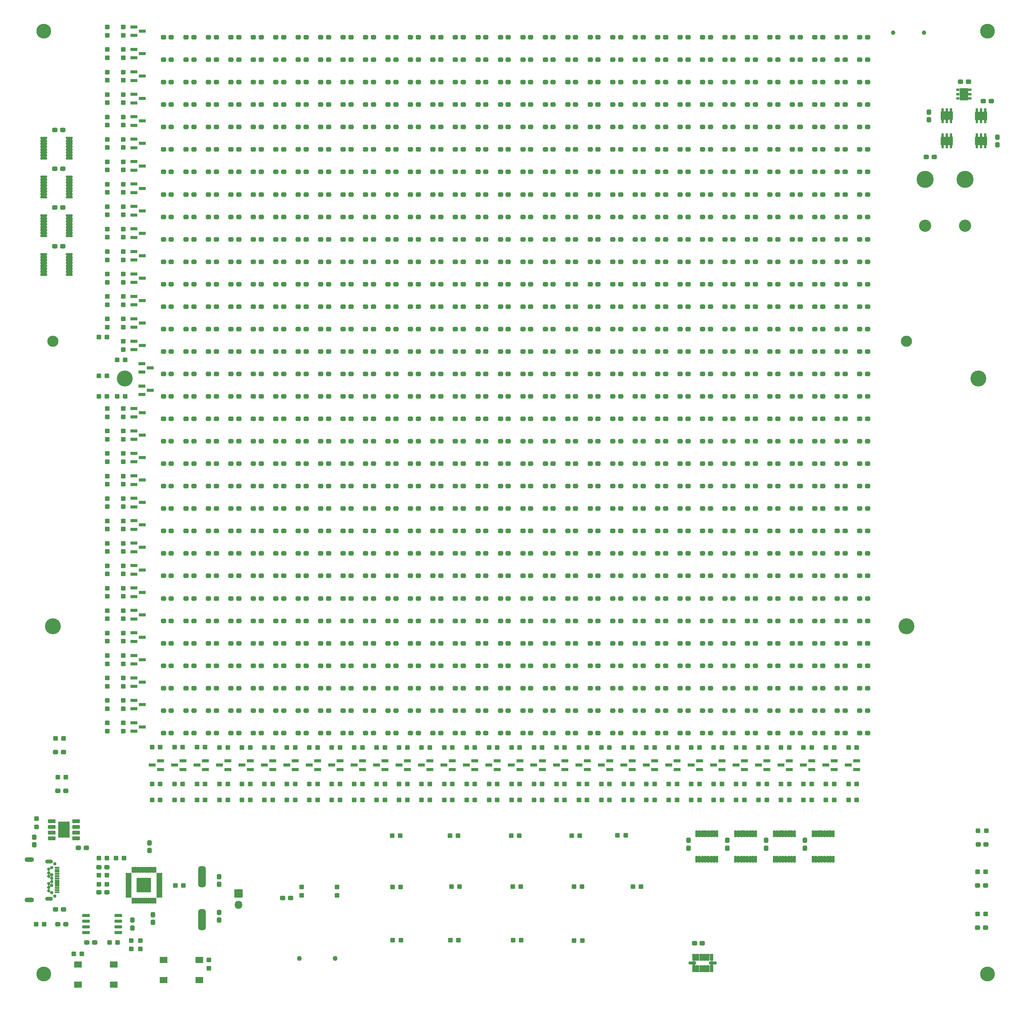
<source format=gts>
%TF.GenerationSoftware,KiCad,Pcbnew,(6.0.0)*%
%TF.CreationDate,2022-01-30T17:43:53-05:00*%
%TF.ProjectId,fancyGradCap_rev2,66616e63-7947-4726-9164-4361705f7265,1*%
%TF.SameCoordinates,Original*%
%TF.FileFunction,Soldermask,Top*%
%TF.FilePolarity,Negative*%
%FSLAX46Y46*%
G04 Gerber Fmt 4.6, Leading zero omitted, Abs format (unit mm)*
G04 Created by KiCad (PCBNEW (6.0.0)) date 2022-01-30 17:43:53*
%MOMM*%
%LPD*%
G01*
G04 APERTURE LIST*
G04 Aperture macros list*
%AMRoundRect*
0 Rectangle with rounded corners*
0 $1 Rounding radius*
0 $2 $3 $4 $5 $6 $7 $8 $9 X,Y pos of 4 corners*
0 Add a 4 corners polygon primitive as box body*
4,1,4,$2,$3,$4,$5,$6,$7,$8,$9,$2,$3,0*
0 Add four circle primitives for the rounded corners*
1,1,$1+$1,$2,$3*
1,1,$1+$1,$4,$5*
1,1,$1+$1,$6,$7*
1,1,$1+$1,$8,$9*
0 Add four rect primitives between the rounded corners*
20,1,$1+$1,$2,$3,$4,$5,0*
20,1,$1+$1,$4,$5,$6,$7,0*
20,1,$1+$1,$6,$7,$8,$9,0*
20,1,$1+$1,$8,$9,$2,$3,0*%
G04 Aperture macros list end*
%ADD10C,3.300000*%
%ADD11RoundRect,0.200000X-0.150000X0.603500X-0.150000X-0.603500X0.150000X-0.603500X0.150000X0.603500X0*%
%ADD12RoundRect,0.196500X-0.146500X0.607000X-0.146500X-0.607000X0.146500X-0.607000X0.146500X0.607000X0*%
%ADD13RoundRect,0.200000X-0.611500X0.150000X-0.611500X-0.150000X0.611500X-0.150000X0.611500X0.150000X0*%
%ADD14RoundRect,0.287500X-0.287500X-0.237500X0.287500X-0.237500X0.287500X0.237500X-0.287500X0.237500X0*%
%ADD15RoundRect,0.287500X-0.250000X-0.237500X0.250000X-0.237500X0.250000X0.237500X-0.250000X0.237500X0*%
%ADD16RoundRect,0.287500X0.250000X0.237500X-0.250000X0.237500X-0.250000X-0.237500X0.250000X-0.237500X0*%
%ADD17RoundRect,0.287500X0.237500X-0.300000X0.237500X0.300000X-0.237500X0.300000X-0.237500X-0.300000X0*%
%ADD18RoundRect,0.287500X0.237500X-0.250000X0.237500X0.250000X-0.237500X0.250000X-0.237500X-0.250000X0*%
%ADD19RoundRect,0.150000X0.100000X-0.637500X0.100000X0.637500X-0.100000X0.637500X-0.100000X-0.637500X0*%
%ADD20RoundRect,0.200000X0.587500X0.150000X-0.587500X0.150000X-0.587500X-0.150000X0.587500X-0.150000X0*%
%ADD21RoundRect,0.287500X-0.237500X0.250000X-0.237500X-0.250000X0.237500X-0.250000X0.237500X0.250000X0*%
%ADD22RoundRect,0.287500X0.300000X0.237500X-0.300000X0.237500X-0.300000X-0.237500X0.300000X-0.237500X0*%
%ADD23RoundRect,0.287500X-0.237500X0.300000X-0.237500X-0.300000X0.237500X-0.300000X0.237500X0.300000X0*%
%ADD24RoundRect,0.200000X-0.587500X-0.150000X0.587500X-0.150000X0.587500X0.150000X-0.587500X0.150000X0*%
%ADD25RoundRect,0.150000X-0.637500X-0.100000X0.637500X-0.100000X0.637500X0.100000X-0.637500X0.100000X0*%
%ADD26RoundRect,0.287500X-0.300000X-0.237500X0.300000X-0.237500X0.300000X0.237500X-0.300000X0.237500X0*%
%ADD27RoundRect,0.050000X-0.225000X0.315000X-0.225000X-0.315000X0.225000X-0.315000X0.225000X0.315000X0*%
%ADD28RoundRect,0.050000X-1.300000X0.850000X-1.300000X-0.850000X1.300000X-0.850000X1.300000X0.850000X0*%
%ADD29C,0.750000*%
%ADD30RoundRect,0.050000X-0.450000X0.150000X-0.450000X-0.150000X0.450000X-0.150000X0.450000X0.150000X0*%
%ADD31C,0.700000*%
%ADD32O,2.100000X1.100000*%
%ADD33O,1.700000X0.900000*%
%ADD34RoundRect,0.050000X0.225000X-0.315000X0.225000X0.315000X-0.225000X0.315000X-0.225000X-0.315000X0*%
%ADD35RoundRect,0.050000X1.300000X-0.850000X1.300000X0.850000X-1.300000X0.850000X-1.300000X-0.850000X0*%
%ADD36RoundRect,0.050000X-0.850000X-0.850000X0.850000X-0.850000X0.850000X0.850000X-0.850000X0.850000X0*%
%ADD37O,1.800000X1.800000*%
%ADD38RoundRect,0.287500X0.287500X0.237500X-0.287500X0.237500X-0.287500X-0.237500X0.287500X-0.237500X0*%
%ADD39RoundRect,0.050000X-0.775000X-0.650000X0.775000X-0.650000X0.775000X0.650000X-0.775000X0.650000X0*%
%ADD40RoundRect,0.056000X0.094000X-0.582000X0.094000X0.582000X-0.094000X0.582000X-0.094000X-0.582000X0*%
%ADD41RoundRect,0.055760X0.090240X-0.582240X0.090240X0.582240X-0.090240X0.582240X-0.090240X-0.582240X0*%
%ADD42RoundRect,0.070000X0.568000X-0.080000X0.568000X0.080000X-0.568000X0.080000X-0.568000X-0.080000X0*%
%ADD43RoundRect,0.069200X0.568800X-0.076800X0.568800X0.076800X-0.568800X0.076800X-0.568800X-0.076800X0*%
%ADD44RoundRect,0.068600X0.569400X-0.074400X0.569400X0.074400X-0.569400X0.074400X-0.569400X-0.074400X0*%
%ADD45RoundRect,0.050000X1.550000X-1.550000X1.550000X1.550000X-1.550000X1.550000X-1.550000X-1.550000X0*%
%ADD46RoundRect,0.200000X0.650000X0.150000X-0.650000X0.150000X-0.650000X-0.150000X0.650000X-0.150000X0*%
%ADD47RoundRect,0.050000X0.762500X-0.350000X0.762500X0.350000X-0.762500X0.350000X-0.762500X-0.350000X0*%
%ADD48RoundRect,0.050000X-1.256500X-1.701000X1.256500X-1.701000X1.256500X1.701000X-1.256500X1.701000X0*%
%ADD49RoundRect,0.714200X-0.145800X1.695800X-0.145800X-1.695800X0.145800X-1.695800X0.145800X1.695800X0*%
%ADD50RoundRect,0.050000X0.315000X0.225000X-0.315000X0.225000X-0.315000X-0.225000X0.315000X-0.225000X0*%
%ADD51RoundRect,0.050000X0.850000X1.300000X-0.850000X1.300000X-0.850000X-1.300000X0.850000X-1.300000X0*%
%ADD52C,3.550000*%
%ADD53C,2.490000*%
%ADD54C,2.725000*%
%ADD55C,3.806000*%
%ADD56C,1.100000*%
%ADD57C,1.000000*%
G04 APERTURE END LIST*
D10*
%TO.C,REF\u002A\u002A*%
X-5000000Y-5000000D03*
%TD*%
%TO.C,REF\u002A\u002A*%
X205000000Y-5000000D03*
%TD*%
%TO.C,REF\u002A\u002A*%
X205000000Y-215000000D03*
%TD*%
%TO.C,REF\u002A\u002A*%
X-5000000Y-215000000D03*
%TD*%
D11*
%TO.C,U17*%
X143636750Y-211319500D03*
X142836750Y-211319500D03*
X142036750Y-211319500D03*
X141236750Y-211319500D03*
X140436750Y-211319500D03*
D12*
X139643750Y-211319500D03*
D13*
X139350250Y-212598000D03*
D12*
X139643750Y-213876500D03*
D11*
X140436750Y-213876500D03*
X141236750Y-213876500D03*
X142036750Y-213876500D03*
X142836750Y-213876500D03*
X143636750Y-213876500D03*
D13*
X143923250Y-212598000D03*
%TD*%
D14*
%TO.C,D875*%
X71625000Y-141350000D03*
X73375000Y-141350000D03*
%TD*%
%TO.C,D802*%
X26625000Y-131350000D03*
X28375000Y-131350000D03*
%TD*%
%TO.C,D1012*%
X116625000Y-161350000D03*
X118375000Y-161350000D03*
%TD*%
%TO.C,D51*%
X111625000Y-11350000D03*
X113375000Y-11350000D03*
%TD*%
D15*
%TO.C,R191*%
X100830250Y-184199500D03*
X99005250Y-184199500D03*
%TD*%
D16*
%TO.C,R91*%
X150912500Y-176276000D03*
X149087500Y-176276000D03*
%TD*%
D15*
%TO.C,R31*%
X169087500Y-164592000D03*
X170912500Y-164592000D03*
%TD*%
D14*
%TO.C,D659*%
X111625000Y-106350000D03*
X113375000Y-106350000D03*
%TD*%
%TO.C,D450*%
X26625000Y-76350000D03*
X28375000Y-76350000D03*
%TD*%
%TO.C,D1014*%
X126625000Y-161350000D03*
X128375000Y-161350000D03*
%TD*%
%TO.C,D306*%
X106625000Y-51350000D03*
X108375000Y-51350000D03*
%TD*%
%TO.C,D175*%
X91625000Y-31350000D03*
X93375000Y-31350000D03*
%TD*%
%TO.C,D176*%
X96625000Y-31350000D03*
X98375000Y-31350000D03*
%TD*%
%TO.C,D649*%
X61625000Y-106350000D03*
X63375000Y-106350000D03*
%TD*%
D17*
%TO.C,C21*%
X-7112000Y-186282500D03*
X-7112000Y-184557500D03*
%TD*%
D14*
%TO.C,D104*%
X56625000Y-21350000D03*
X58375000Y-21350000D03*
%TD*%
D16*
%TO.C,R44*%
X35912500Y-176276000D03*
X34087500Y-176276000D03*
%TD*%
D14*
%TO.C,D687*%
X91625000Y-111350000D03*
X93375000Y-111350000D03*
%TD*%
%TO.C,D465*%
X101625000Y-76350000D03*
X103375000Y-76350000D03*
%TD*%
%TO.C,D312*%
X136625000Y-51350000D03*
X138375000Y-51350000D03*
%TD*%
%TO.C,D24*%
X136625000Y-6350000D03*
X138375000Y-6350000D03*
%TD*%
%TO.C,D102*%
X46625000Y-21350000D03*
X48375000Y-21350000D03*
%TD*%
D18*
%TO.C,R110*%
X12700000Y-30912500D03*
X12700000Y-29087500D03*
%TD*%
D14*
%TO.C,D704*%
X176625000Y-111350000D03*
X178375000Y-111350000D03*
%TD*%
%TO.C,D101*%
X41625000Y-21350000D03*
X43375000Y-21350000D03*
%TD*%
%TO.C,D795*%
X151625000Y-126350000D03*
X153375000Y-126350000D03*
%TD*%
%TO.C,D1026*%
X-1891000Y-174244000D03*
X-141000Y-174244000D03*
%TD*%
%TO.C,D778*%
X66625000Y-126350000D03*
X68375000Y-126350000D03*
%TD*%
D16*
%TO.C,R54*%
X85912500Y-172720000D03*
X84087500Y-172720000D03*
%TD*%
D15*
%TO.C,R18*%
X104087500Y-164592000D03*
X105912500Y-164592000D03*
%TD*%
D14*
%TO.C,D130*%
X26625000Y-26350000D03*
X28375000Y-26350000D03*
%TD*%
D19*
%TO.C,U2*%
X148926000Y-189484000D03*
X149576000Y-189484000D03*
X150226000Y-189484000D03*
X150876000Y-189484000D03*
X151526000Y-189484000D03*
X152176000Y-189484000D03*
X152826000Y-189484000D03*
X153476000Y-189484000D03*
X153476000Y-183759000D03*
X152826000Y-183759000D03*
X152176000Y-183759000D03*
X151526000Y-183759000D03*
X150876000Y-183759000D03*
X150226000Y-183759000D03*
X149576000Y-183759000D03*
X148926000Y-183759000D03*
%TD*%
D14*
%TO.C,D201*%
X61625000Y-36350000D03*
X63375000Y-36350000D03*
%TD*%
%TO.C,D410*%
X146625000Y-66350000D03*
X148375000Y-66350000D03*
%TD*%
%TO.C,D331*%
X71625000Y-56350000D03*
X73375000Y-56350000D03*
%TD*%
%TO.C,D454*%
X46625000Y-76350000D03*
X48375000Y-76350000D03*
%TD*%
%TO.C,D440*%
X136625000Y-71350000D03*
X138375000Y-71350000D03*
%TD*%
D15*
%TO.C,R17*%
X99087500Y-164592000D03*
X100912500Y-164592000D03*
%TD*%
D14*
%TO.C,D577*%
X21625000Y-96350000D03*
X23375000Y-96350000D03*
%TD*%
D16*
%TO.C,R163*%
X-103500Y-171196000D03*
X-1928500Y-171196000D03*
%TD*%
D14*
%TO.C,D522*%
X66625000Y-86350000D03*
X68375000Y-86350000D03*
%TD*%
%TO.C,D591*%
X91625000Y-96350000D03*
X93375000Y-96350000D03*
%TD*%
%TO.C,D733*%
X161625000Y-116350000D03*
X163375000Y-116350000D03*
%TD*%
%TO.C,D958*%
X166625000Y-151350000D03*
X168375000Y-151350000D03*
%TD*%
%TO.C,D996*%
X36625000Y-161350000D03*
X38375000Y-161350000D03*
%TD*%
%TO.C,D539*%
X151625000Y-86350000D03*
X153375000Y-86350000D03*
%TD*%
D20*
%TO.C,Q28*%
X155937500Y-169450000D03*
X155937500Y-167550000D03*
X154062500Y-168500000D03*
%TD*%
D14*
%TO.C,D644*%
X36625000Y-106350000D03*
X38375000Y-106350000D03*
%TD*%
%TO.C,D401*%
X101625000Y-66350000D03*
X103375000Y-66350000D03*
%TD*%
D21*
%TO.C,R103*%
X9144000Y-34087500D03*
X9144000Y-35912500D03*
%TD*%
D14*
%TO.C,D901*%
X41625000Y-146350000D03*
X43375000Y-146350000D03*
%TD*%
%TO.C,D58*%
X146625000Y-11350000D03*
X148375000Y-11350000D03*
%TD*%
%TO.C,D877*%
X81625000Y-141350000D03*
X83375000Y-141350000D03*
%TD*%
%TO.C,D766*%
X166625000Y-121350000D03*
X168375000Y-121350000D03*
%TD*%
%TO.C,D184*%
X136625000Y-31350000D03*
X138375000Y-31350000D03*
%TD*%
%TO.C,D612*%
X36625000Y-101350000D03*
X38375000Y-101350000D03*
%TD*%
%TO.C,D858*%
X146625000Y-136350000D03*
X148375000Y-136350000D03*
%TD*%
%TO.C,D783*%
X91625000Y-126350000D03*
X93375000Y-126350000D03*
%TD*%
%TO.C,D336*%
X96625000Y-56350000D03*
X98375000Y-56350000D03*
%TD*%
%TO.C,D391*%
X51625000Y-66350000D03*
X53375000Y-66350000D03*
%TD*%
%TO.C,D76*%
X76625000Y-16350000D03*
X78375000Y-16350000D03*
%TD*%
%TO.C,D707*%
X31625000Y-116350000D03*
X33375000Y-116350000D03*
%TD*%
%TO.C,D332*%
X76625000Y-56350000D03*
X78375000Y-56350000D03*
%TD*%
%TO.C,D992*%
X176625000Y-156350000D03*
X178375000Y-156350000D03*
%TD*%
%TO.C,D29*%
X161625000Y-6350000D03*
X163375000Y-6350000D03*
%TD*%
%TO.C,D883*%
X111625000Y-141350000D03*
X113375000Y-141350000D03*
%TD*%
D15*
%TO.C,R22*%
X124087500Y-164592000D03*
X125912500Y-164592000D03*
%TD*%
D14*
%TO.C,D966*%
X46625000Y-156350000D03*
X48375000Y-156350000D03*
%TD*%
%TO.C,D479*%
X171625000Y-76350000D03*
X173375000Y-76350000D03*
%TD*%
D22*
%TO.C,C22*%
X4418500Y-186944000D03*
X2693500Y-186944000D03*
%TD*%
D14*
%TO.C,D740*%
X36625000Y-121350000D03*
X38375000Y-121350000D03*
%TD*%
%TO.C,D691*%
X111625000Y-111350000D03*
X113375000Y-111350000D03*
%TD*%
%TO.C,D445*%
X161625000Y-71350000D03*
X163375000Y-71350000D03*
%TD*%
%TO.C,D82*%
X106625000Y-16350000D03*
X108375000Y-16350000D03*
%TD*%
D16*
%TO.C,R47*%
X50912500Y-176276000D03*
X49087500Y-176276000D03*
%TD*%
D14*
%TO.C,D5*%
X41625000Y-6350000D03*
X43375000Y-6350000D03*
%TD*%
%TO.C,D537*%
X141625000Y-86350000D03*
X143375000Y-86350000D03*
%TD*%
%TO.C,D797*%
X161625000Y-126350000D03*
X163375000Y-126350000D03*
%TD*%
%TO.C,D173*%
X81625000Y-31350000D03*
X83375000Y-31350000D03*
%TD*%
D15*
%TO.C,R181*%
X9605000Y-208005500D03*
X11430000Y-208005500D03*
%TD*%
D14*
%TO.C,D435*%
X111625000Y-71350000D03*
X113375000Y-71350000D03*
%TD*%
D16*
%TO.C,R64*%
X95912500Y-176276000D03*
X94087500Y-176276000D03*
%TD*%
D14*
%TO.C,D370*%
X106625000Y-61350000D03*
X108375000Y-61350000D03*
%TD*%
D15*
%TO.C,R3*%
X29087500Y-164500000D03*
X30912500Y-164500000D03*
%TD*%
D14*
%TO.C,D998*%
X46625000Y-161350000D03*
X48375000Y-161350000D03*
%TD*%
%TO.C,D889*%
X141625000Y-141350000D03*
X143375000Y-141350000D03*
%TD*%
%TO.C,D552*%
X56625000Y-91350000D03*
X58375000Y-91350000D03*
%TD*%
%TO.C,D911*%
X91625000Y-146350000D03*
X93375000Y-146350000D03*
%TD*%
%TO.C,D309*%
X121625000Y-51350000D03*
X123375000Y-51350000D03*
%TD*%
%TO.C,D74*%
X66625000Y-16350000D03*
X68375000Y-16350000D03*
%TD*%
%TO.C,D954*%
X146625000Y-151350000D03*
X148375000Y-151350000D03*
%TD*%
D21*
%TO.C,R145*%
X9144000Y-124087500D03*
X9144000Y-125912500D03*
%TD*%
D14*
%TO.C,D39*%
X51625000Y-11350000D03*
X53375000Y-11350000D03*
%TD*%
%TO.C,D154*%
X146625000Y-26350000D03*
X148375000Y-26350000D03*
%TD*%
D16*
%TO.C,R76*%
X115912500Y-176276000D03*
X114087500Y-176276000D03*
%TD*%
D14*
%TO.C,D688*%
X96625000Y-111350000D03*
X98375000Y-111350000D03*
%TD*%
D18*
%TO.C,R140*%
X12700000Y-100912500D03*
X12700000Y-99087500D03*
%TD*%
D20*
%TO.C,Q14*%
X85937500Y-169450000D03*
X85937500Y-167550000D03*
X84062500Y-168500000D03*
%TD*%
D16*
%TO.C,R49*%
X60912500Y-172720000D03*
X59087500Y-172720000D03*
%TD*%
D14*
%TO.C,D582*%
X46625000Y-96350000D03*
X48375000Y-96350000D03*
%TD*%
%TO.C,D729*%
X141625000Y-116350000D03*
X143375000Y-116350000D03*
%TD*%
%TO.C,D43*%
X71625000Y-11350000D03*
X73375000Y-11350000D03*
%TD*%
D23*
%TO.C,C1*%
X138501000Y-185251000D03*
X138501000Y-186976000D03*
%TD*%
D15*
%TO.C,R161*%
X7215500Y-195073900D03*
X9040500Y-195073900D03*
%TD*%
D14*
%TO.C,D185*%
X141625000Y-31350000D03*
X143375000Y-31350000D03*
%TD*%
%TO.C,D1021*%
X161625000Y-161350000D03*
X163375000Y-161350000D03*
%TD*%
%TO.C,D192*%
X176625000Y-31350000D03*
X178375000Y-31350000D03*
%TD*%
%TO.C,D52*%
X116625000Y-11350000D03*
X118375000Y-11350000D03*
%TD*%
D16*
%TO.C,R58*%
X65912500Y-176276000D03*
X64087500Y-176276000D03*
%TD*%
D14*
%TO.C,D194*%
X26625000Y-36350000D03*
X28375000Y-36350000D03*
%TD*%
%TO.C,D999*%
X51625000Y-161350000D03*
X53375000Y-161350000D03*
%TD*%
%TO.C,D281*%
X141625000Y-46350000D03*
X143375000Y-46350000D03*
%TD*%
%TO.C,D71*%
X51625000Y-16350000D03*
X53375000Y-16350000D03*
%TD*%
D16*
%TO.C,R57*%
X60912500Y-176276000D03*
X59087500Y-176276000D03*
%TD*%
D14*
%TO.C,D361*%
X61625000Y-61350000D03*
X63375000Y-61350000D03*
%TD*%
%TO.C,D277*%
X121625000Y-46350000D03*
X123375000Y-46350000D03*
%TD*%
D19*
%TO.C,U1*%
X140290000Y-189484000D03*
X140940000Y-189484000D03*
X141590000Y-189484000D03*
X142240000Y-189484000D03*
X142890000Y-189484000D03*
X143540000Y-189484000D03*
X144190000Y-189484000D03*
X144840000Y-189484000D03*
X144840000Y-183759000D03*
X144190000Y-183759000D03*
X143540000Y-183759000D03*
X142890000Y-183759000D03*
X142240000Y-183759000D03*
X141590000Y-183759000D03*
X140940000Y-183759000D03*
X140290000Y-183759000D03*
%TD*%
D14*
%TO.C,D315*%
X151625000Y-51350000D03*
X153375000Y-51350000D03*
%TD*%
%TO.C,D547*%
X31625000Y-91350000D03*
X33375000Y-91350000D03*
%TD*%
%TO.C,D716*%
X76625000Y-116350000D03*
X78375000Y-116350000D03*
%TD*%
%TO.C,D291*%
X31625000Y-51350000D03*
X33375000Y-51350000D03*
%TD*%
%TO.C,D587*%
X71625000Y-96350000D03*
X73375000Y-96350000D03*
%TD*%
%TO.C,D1016*%
X136625000Y-161350000D03*
X138375000Y-161350000D03*
%TD*%
%TO.C,D810*%
X66625000Y-131350000D03*
X68375000Y-131350000D03*
%TD*%
D24*
%TO.C,Q50*%
X15062500Y-89050000D03*
X15062500Y-90950000D03*
X16937500Y-90000000D03*
%TD*%
D14*
%TO.C,D103*%
X51625000Y-21350000D03*
X53375000Y-21350000D03*
%TD*%
D16*
%TO.C,R46*%
X45912500Y-176276000D03*
X44087500Y-176276000D03*
%TD*%
D14*
%TO.C,D751*%
X91625000Y-121350000D03*
X93375000Y-121350000D03*
%TD*%
D15*
%TO.C,R25*%
X139087500Y-164592000D03*
X140912500Y-164592000D03*
%TD*%
D14*
%TO.C,D38*%
X46625000Y-11350000D03*
X48375000Y-11350000D03*
%TD*%
D25*
%TO.C,U7*%
X-5048000Y-46038139D03*
X-5048000Y-46688139D03*
X-5048000Y-47338139D03*
X-5048000Y-47988139D03*
X-5048000Y-48638139D03*
X-5048000Y-49288139D03*
X-5048000Y-49938139D03*
X-5048000Y-50588139D03*
X677000Y-50588139D03*
X677000Y-49938139D03*
X677000Y-49288139D03*
X677000Y-48638139D03*
X677000Y-47988139D03*
X677000Y-47338139D03*
X677000Y-46688139D03*
X677000Y-46038139D03*
%TD*%
D14*
%TO.C,D400*%
X96625000Y-66350000D03*
X98375000Y-66350000D03*
%TD*%
%TO.C,D136*%
X56625000Y-26350000D03*
X58375000Y-26350000D03*
%TD*%
%TO.C,D248*%
X136625000Y-41350000D03*
X138375000Y-41350000D03*
%TD*%
%TO.C,D726*%
X126625000Y-116350000D03*
X128375000Y-116350000D03*
%TD*%
%TO.C,D87*%
X131625000Y-16350000D03*
X133375000Y-16350000D03*
%TD*%
%TO.C,D10*%
X66625000Y-6350000D03*
X68375000Y-6350000D03*
%TD*%
D15*
%TO.C,R129*%
X7215500Y-86360000D03*
X9040500Y-86360000D03*
%TD*%
D14*
%TO.C,D856*%
X136625000Y-136350000D03*
X138375000Y-136350000D03*
%TD*%
%TO.C,D675*%
X31625000Y-111350000D03*
X33375000Y-111350000D03*
%TD*%
%TO.C,D75*%
X71625000Y-16350000D03*
X73375000Y-16350000D03*
%TD*%
%TO.C,D476*%
X156625000Y-76350000D03*
X158375000Y-76350000D03*
%TD*%
%TO.C,D1008*%
X96625000Y-161350000D03*
X98375000Y-161350000D03*
%TD*%
%TO.C,D984*%
X136625000Y-156350000D03*
X138375000Y-156350000D03*
%TD*%
%TO.C,D616*%
X56625000Y-101350000D03*
X58375000Y-101350000D03*
%TD*%
D20*
%TO.C,Q16*%
X95937500Y-169450000D03*
X95937500Y-167550000D03*
X94062500Y-168500000D03*
%TD*%
D15*
%TO.C,R194*%
X85447500Y-207518000D03*
X87272500Y-207518000D03*
%TD*%
D14*
%TO.C,D298*%
X66625000Y-51350000D03*
X68375000Y-51350000D03*
%TD*%
%TO.C,D473*%
X141625000Y-76350000D03*
X143375000Y-76350000D03*
%TD*%
%TO.C,D739*%
X31625000Y-121350000D03*
X33375000Y-121350000D03*
%TD*%
%TO.C,D389*%
X41625000Y-66350000D03*
X43375000Y-66350000D03*
%TD*%
%TO.C,D682*%
X66625000Y-111350000D03*
X68375000Y-111350000D03*
%TD*%
%TO.C,D923*%
X151625000Y-146350000D03*
X153375000Y-146350000D03*
%TD*%
%TO.C,D266*%
X66625000Y-46350000D03*
X68375000Y-46350000D03*
%TD*%
%TO.C,D20*%
X116625000Y-6350000D03*
X118375000Y-6350000D03*
%TD*%
%TO.C,D286*%
X166625000Y-46350000D03*
X168375000Y-46350000D03*
%TD*%
%TO.C,D302*%
X86625000Y-51350000D03*
X88375000Y-51350000D03*
%TD*%
D16*
%TO.C,R71*%
X130912500Y-172720000D03*
X129087500Y-172720000D03*
%TD*%
D14*
%TO.C,D384*%
X176625000Y-61350000D03*
X178375000Y-61350000D03*
%TD*%
%TO.C,D206*%
X86625000Y-36350000D03*
X88375000Y-36350000D03*
%TD*%
%TO.C,D870*%
X46625000Y-141350000D03*
X48375000Y-141350000D03*
%TD*%
%TO.C,D148*%
X116625000Y-26350000D03*
X118375000Y-26350000D03*
%TD*%
D21*
%TO.C,R117*%
X9144000Y-64087500D03*
X9144000Y-65912500D03*
%TD*%
D14*
%TO.C,D349*%
X161625000Y-56350000D03*
X163375000Y-56350000D03*
%TD*%
%TO.C,D731*%
X151625000Y-116350000D03*
X153375000Y-116350000D03*
%TD*%
%TO.C,D259*%
X31625000Y-46350000D03*
X33375000Y-46350000D03*
%TD*%
%TO.C,D11*%
X71625000Y-6350000D03*
X73375000Y-6350000D03*
%TD*%
%TO.C,D988*%
X156625000Y-156350000D03*
X158375000Y-156350000D03*
%TD*%
D15*
%TO.C,R5*%
X39087500Y-164592000D03*
X40912500Y-164592000D03*
%TD*%
D14*
%TO.C,D571*%
X151625000Y-91350000D03*
X153375000Y-91350000D03*
%TD*%
%TO.C,D646*%
X46625000Y-106350000D03*
X48375000Y-106350000D03*
%TD*%
%TO.C,D503*%
X131625000Y-81350000D03*
X133375000Y-81350000D03*
%TD*%
%TO.C,D474*%
X146625000Y-76350000D03*
X148375000Y-76350000D03*
%TD*%
D21*
%TO.C,R116*%
X9144000Y-59087500D03*
X9144000Y-60912500D03*
%TD*%
D14*
%TO.C,D782*%
X86625000Y-126350000D03*
X88375000Y-126350000D03*
%TD*%
%TO.C,D990*%
X166625000Y-156350000D03*
X168375000Y-156350000D03*
%TD*%
%TO.C,D925*%
X161625000Y-146350000D03*
X163375000Y-146350000D03*
%TD*%
D16*
%TO.C,R48*%
X55912500Y-176276000D03*
X54087500Y-176276000D03*
%TD*%
D14*
%TO.C,D22*%
X126625000Y-6350000D03*
X128375000Y-6350000D03*
%TD*%
%TO.C,D951*%
X131625000Y-151350000D03*
X133375000Y-151350000D03*
%TD*%
%TO.C,D153*%
X141625000Y-26350000D03*
X143375000Y-26350000D03*
%TD*%
%TO.C,D967*%
X51625000Y-156350000D03*
X53375000Y-156350000D03*
%TD*%
%TO.C,D41*%
X61625000Y-11350000D03*
X63375000Y-11350000D03*
%TD*%
%TO.C,D211*%
X111625000Y-36350000D03*
X113375000Y-36350000D03*
%TD*%
%TO.C,D54*%
X126625000Y-11350000D03*
X128375000Y-11350000D03*
%TD*%
%TO.C,D461*%
X81625000Y-76350000D03*
X83375000Y-76350000D03*
%TD*%
%TO.C,D942*%
X86625000Y-151350000D03*
X88375000Y-151350000D03*
%TD*%
%TO.C,D483*%
X31625000Y-81350000D03*
X33375000Y-81350000D03*
%TD*%
%TO.C,D629*%
X121625000Y-101350000D03*
X123375000Y-101350000D03*
%TD*%
%TO.C,D562*%
X106625000Y-91350000D03*
X108375000Y-91350000D03*
%TD*%
%TO.C,D233*%
X61625000Y-41350000D03*
X63375000Y-41350000D03*
%TD*%
%TO.C,D624*%
X96625000Y-101350000D03*
X98375000Y-101350000D03*
%TD*%
%TO.C,D701*%
X161625000Y-111350000D03*
X163375000Y-111350000D03*
%TD*%
%TO.C,D761*%
X141625000Y-121350000D03*
X143375000Y-121350000D03*
%TD*%
%TO.C,D921*%
X141625000Y-146350000D03*
X143375000Y-146350000D03*
%TD*%
%TO.C,D433*%
X101625000Y-71350000D03*
X103375000Y-71350000D03*
%TD*%
%TO.C,D666*%
X146625000Y-106350000D03*
X148375000Y-106350000D03*
%TD*%
%TO.C,D98*%
X26625000Y-21350000D03*
X28375000Y-21350000D03*
%TD*%
%TO.C,D654*%
X86625000Y-106350000D03*
X88375000Y-106350000D03*
%TD*%
D22*
%TO.C,C8*%
X-815000Y-52885139D03*
X-2540000Y-52885139D03*
%TD*%
D14*
%TO.C,D1018*%
X146625000Y-161350000D03*
X148375000Y-161350000D03*
%TD*%
%TO.C,D69*%
X41625000Y-16350000D03*
X43375000Y-16350000D03*
%TD*%
%TO.C,D882*%
X106625000Y-141350000D03*
X108375000Y-141350000D03*
%TD*%
D20*
%TO.C,Q29*%
X160937500Y-169450000D03*
X160937500Y-167550000D03*
X159062500Y-168500000D03*
%TD*%
D14*
%TO.C,D406*%
X126625000Y-66350000D03*
X128375000Y-66350000D03*
%TD*%
D21*
%TO.C,R100*%
X9144000Y-19087500D03*
X9144000Y-20912500D03*
%TD*%
D14*
%TO.C,D109*%
X81625000Y-21350000D03*
X83375000Y-21350000D03*
%TD*%
%TO.C,D876*%
X76625000Y-141350000D03*
X78375000Y-141350000D03*
%TD*%
%TO.C,D775*%
X51625000Y-126350000D03*
X53375000Y-126350000D03*
%TD*%
%TO.C,D983*%
X131625000Y-156350000D03*
X133375000Y-156350000D03*
%TD*%
%TO.C,D829*%
X161625000Y-131350000D03*
X163375000Y-131350000D03*
%TD*%
%TO.C,D280*%
X136625000Y-46350000D03*
X138375000Y-46350000D03*
%TD*%
%TO.C,D933*%
X41625000Y-151350000D03*
X43375000Y-151350000D03*
%TD*%
D25*
%TO.C,U5*%
X-5048000Y-28766139D03*
X-5048000Y-29416139D03*
X-5048000Y-30066139D03*
X-5048000Y-30716139D03*
X-5048000Y-31366139D03*
X-5048000Y-32016139D03*
X-5048000Y-32666139D03*
X-5048000Y-33316139D03*
X677000Y-33316139D03*
X677000Y-32666139D03*
X677000Y-32016139D03*
X677000Y-31366139D03*
X677000Y-30716139D03*
X677000Y-30066139D03*
X677000Y-29416139D03*
X677000Y-28766139D03*
%TD*%
D14*
%TO.C,D821*%
X121625000Y-131350000D03*
X123375000Y-131350000D03*
%TD*%
%TO.C,D676*%
X36625000Y-111350000D03*
X38375000Y-111350000D03*
%TD*%
%TO.C,D161*%
X21625000Y-31350000D03*
X23375000Y-31350000D03*
%TD*%
D24*
%TO.C,Q52*%
X15062500Y-99050000D03*
X15062500Y-100950000D03*
X16937500Y-100000000D03*
%TD*%
D14*
%TO.C,D595*%
X111625000Y-96350000D03*
X113375000Y-96350000D03*
%TD*%
%TO.C,D843*%
X71625000Y-136350000D03*
X73375000Y-136350000D03*
%TD*%
%TO.C,D180*%
X116625000Y-31350000D03*
X118375000Y-31350000D03*
%TD*%
%TO.C,D17*%
X101625000Y-6350000D03*
X103375000Y-6350000D03*
%TD*%
%TO.C,D363*%
X71625000Y-61350000D03*
X73375000Y-61350000D03*
%TD*%
%TO.C,D570*%
X146625000Y-91350000D03*
X148375000Y-91350000D03*
%TD*%
%TO.C,D230*%
X46625000Y-41350000D03*
X48375000Y-41350000D03*
%TD*%
%TO.C,D650*%
X66625000Y-106350000D03*
X68375000Y-106350000D03*
%TD*%
%TO.C,D520*%
X56625000Y-86350000D03*
X58375000Y-86350000D03*
%TD*%
%TO.C,D59*%
X151625000Y-11350000D03*
X153375000Y-11350000D03*
%TD*%
D23*
%TO.C,C4*%
X164409000Y-185251000D03*
X164409000Y-186976000D03*
%TD*%
D14*
%TO.C,D301*%
X81625000Y-51350000D03*
X83375000Y-51350000D03*
%TD*%
%TO.C,D152*%
X136625000Y-26350000D03*
X138375000Y-26350000D03*
%TD*%
%TO.C,D2*%
X26625000Y-6350000D03*
X28375000Y-6350000D03*
%TD*%
%TO.C,D1013*%
X121625000Y-161350000D03*
X123375000Y-161350000D03*
%TD*%
%TO.C,D514*%
X26625000Y-86350000D03*
X28375000Y-86350000D03*
%TD*%
%TO.C,D303*%
X91625000Y-51350000D03*
X93375000Y-51350000D03*
%TD*%
%TO.C,D832*%
X176625000Y-131350000D03*
X178375000Y-131350000D03*
%TD*%
%TO.C,D605*%
X161625000Y-96350000D03*
X163375000Y-96350000D03*
%TD*%
%TO.C,D781*%
X81625000Y-126350000D03*
X83375000Y-126350000D03*
%TD*%
%TO.C,D709*%
X41625000Y-116350000D03*
X43375000Y-116350000D03*
%TD*%
D15*
%TO.C,R193*%
X114300000Y-184199500D03*
X112475000Y-184199500D03*
%TD*%
D14*
%TO.C,D40*%
X56625000Y-11350000D03*
X58375000Y-11350000D03*
%TD*%
%TO.C,D3*%
X31625000Y-6350000D03*
X33375000Y-6350000D03*
%TD*%
%TO.C,D978*%
X106625000Y-156350000D03*
X108375000Y-156350000D03*
%TD*%
%TO.C,D464*%
X96625000Y-76350000D03*
X98375000Y-76350000D03*
%TD*%
D15*
%TO.C,R32*%
X174087500Y-164592000D03*
X175912500Y-164592000D03*
%TD*%
D14*
%TO.C,D121*%
X141625000Y-21350000D03*
X143375000Y-21350000D03*
%TD*%
%TO.C,D495*%
X91625000Y-81350000D03*
X93375000Y-81350000D03*
%TD*%
D16*
%TO.C,R63*%
X90912500Y-176276000D03*
X89087500Y-176276000D03*
%TD*%
D14*
%TO.C,D217*%
X141625000Y-36350000D03*
X143375000Y-36350000D03*
%TD*%
%TO.C,D907*%
X71625000Y-146350000D03*
X73375000Y-146350000D03*
%TD*%
%TO.C,D419*%
X31625000Y-71350000D03*
X33375000Y-71350000D03*
%TD*%
%TO.C,D713*%
X61625000Y-116350000D03*
X63375000Y-116350000D03*
%TD*%
%TO.C,D415*%
X171625000Y-66350000D03*
X173375000Y-66350000D03*
%TD*%
%TO.C,D939*%
X71625000Y-151350000D03*
X73375000Y-151350000D03*
%TD*%
%TO.C,D212*%
X116625000Y-36350000D03*
X118375000Y-36350000D03*
%TD*%
%TO.C,D1009*%
X101625000Y-161350000D03*
X103375000Y-161350000D03*
%TD*%
%TO.C,D846*%
X86625000Y-136350000D03*
X88375000Y-136350000D03*
%TD*%
D24*
%TO.C,Q43*%
X15062500Y-54050000D03*
X15062500Y-55950000D03*
X16937500Y-55000000D03*
%TD*%
D14*
%TO.C,D601*%
X141625000Y-96350000D03*
X143375000Y-96350000D03*
%TD*%
%TO.C,D275*%
X111625000Y-46350000D03*
X113375000Y-46350000D03*
%TD*%
%TO.C,D44*%
X76625000Y-11350000D03*
X78375000Y-11350000D03*
%TD*%
%TO.C,D477*%
X161625000Y-76350000D03*
X163375000Y-76350000D03*
%TD*%
%TO.C,D425*%
X61625000Y-71350000D03*
X63375000Y-71350000D03*
%TD*%
%TO.C,D532*%
X116625000Y-86350000D03*
X118375000Y-86350000D03*
%TD*%
%TO.C,D581*%
X41625000Y-96350000D03*
X43375000Y-96350000D03*
%TD*%
%TO.C,D162*%
X26625000Y-31350000D03*
X28375000Y-31350000D03*
%TD*%
D16*
%TO.C,R94*%
X165912500Y-176276000D03*
X164087500Y-176276000D03*
%TD*%
D15*
%TO.C,R4*%
X34087500Y-164592000D03*
X35912500Y-164592000D03*
%TD*%
D14*
%TO.C,D891*%
X151625000Y-141350000D03*
X153375000Y-141350000D03*
%TD*%
%TO.C,D813*%
X81625000Y-131350000D03*
X83375000Y-131350000D03*
%TD*%
%TO.C,D81*%
X101625000Y-16350000D03*
X103375000Y-16350000D03*
%TD*%
%TO.C,D786*%
X106625000Y-126350000D03*
X108375000Y-126350000D03*
%TD*%
%TO.C,D511*%
X171625000Y-81350000D03*
X173375000Y-81350000D03*
%TD*%
%TO.C,D35*%
X31625000Y-11350000D03*
X33375000Y-11350000D03*
%TD*%
D18*
%TO.C,R144*%
X12700000Y-120912500D03*
X12700000Y-119087500D03*
%TD*%
D14*
%TO.C,D276*%
X116625000Y-46350000D03*
X118375000Y-46350000D03*
%TD*%
%TO.C,D719*%
X91625000Y-116350000D03*
X93375000Y-116350000D03*
%TD*%
%TO.C,D431*%
X91625000Y-71350000D03*
X93375000Y-71350000D03*
%TD*%
D22*
%TO.C,C12*%
X8990500Y-191262000D03*
X7265500Y-191262000D03*
%TD*%
D15*
%TO.C,R168*%
X202936500Y-183134000D03*
X204761500Y-183134000D03*
%TD*%
D14*
%TO.C,D174*%
X86625000Y-31350000D03*
X88375000Y-31350000D03*
%TD*%
%TO.C,D849*%
X101625000Y-136350000D03*
X103375000Y-136350000D03*
%TD*%
%TO.C,D746*%
X66625000Y-121350000D03*
X68375000Y-121350000D03*
%TD*%
%TO.C,D48*%
X96625000Y-11350000D03*
X98375000Y-11350000D03*
%TD*%
%TO.C,D156*%
X156625000Y-26350000D03*
X158375000Y-26350000D03*
%TD*%
%TO.C,D756*%
X116625000Y-121350000D03*
X118375000Y-121350000D03*
%TD*%
%TO.C,D521*%
X61625000Y-86350000D03*
X63375000Y-86350000D03*
%TD*%
%TO.C,D652*%
X76625000Y-106350000D03*
X78375000Y-106350000D03*
%TD*%
%TO.C,D181*%
X121625000Y-31350000D03*
X123375000Y-31350000D03*
%TD*%
%TO.C,D353*%
X21625000Y-61350000D03*
X23375000Y-61350000D03*
%TD*%
%TO.C,D240*%
X96625000Y-41350000D03*
X98375000Y-41350000D03*
%TD*%
%TO.C,D347*%
X151625000Y-56350000D03*
X153375000Y-56350000D03*
%TD*%
%TO.C,D920*%
X136625000Y-146350000D03*
X138375000Y-146350000D03*
%TD*%
%TO.C,D681*%
X61625000Y-111350000D03*
X63375000Y-111350000D03*
%TD*%
D18*
%TO.C,R123*%
X12700000Y-55912500D03*
X12700000Y-54087500D03*
%TD*%
D14*
%TO.C,D841*%
X61625000Y-136350000D03*
X63375000Y-136350000D03*
%TD*%
%TO.C,D628*%
X116625000Y-101350000D03*
X118375000Y-101350000D03*
%TD*%
D20*
%TO.C,Q25*%
X140937500Y-169450000D03*
X140937500Y-167550000D03*
X139062500Y-168500000D03*
%TD*%
D14*
%TO.C,D618*%
X66625000Y-101350000D03*
X68375000Y-101350000D03*
%TD*%
%TO.C,D550*%
X46625000Y-91350000D03*
X48375000Y-91350000D03*
%TD*%
%TO.C,D669*%
X161625000Y-106350000D03*
X163375000Y-106350000D03*
%TD*%
%TO.C,D218*%
X146625000Y-36350000D03*
X148375000Y-36350000D03*
%TD*%
%TO.C,D918*%
X126625000Y-146350000D03*
X128375000Y-146350000D03*
%TD*%
%TO.C,D323*%
X31625000Y-56350000D03*
X33375000Y-56350000D03*
%TD*%
%TO.C,D422*%
X46625000Y-71350000D03*
X48375000Y-71350000D03*
%TD*%
D21*
%TO.C,R151*%
X9144000Y-154087500D03*
X9144000Y-155912500D03*
%TD*%
D14*
%TO.C,D683*%
X71625000Y-111350000D03*
X73375000Y-111350000D03*
%TD*%
%TO.C,D374*%
X126625000Y-61350000D03*
X128375000Y-61350000D03*
%TD*%
%TO.C,D105*%
X61625000Y-21350000D03*
X63375000Y-21350000D03*
%TD*%
%TO.C,D107*%
X71625000Y-21350000D03*
X73375000Y-21350000D03*
%TD*%
%TO.C,D498*%
X106625000Y-81350000D03*
X108375000Y-81350000D03*
%TD*%
%TO.C,D884*%
X116625000Y-141350000D03*
X118375000Y-141350000D03*
%TD*%
%TO.C,D838*%
X46625000Y-136350000D03*
X48375000Y-136350000D03*
%TD*%
D16*
%TO.C,R51*%
X70912500Y-172720000D03*
X69087500Y-172720000D03*
%TD*%
D14*
%TO.C,D790*%
X126625000Y-126350000D03*
X128375000Y-126350000D03*
%TD*%
%TO.C,D1024*%
X176625000Y-161350000D03*
X178375000Y-161350000D03*
%TD*%
%TO.C,D862*%
X166625000Y-136350000D03*
X168375000Y-136350000D03*
%TD*%
%TO.C,D613*%
X41625000Y-101350000D03*
X43375000Y-101350000D03*
%TD*%
D23*
%TO.C,C25*%
X207264000Y-28601500D03*
X207264000Y-30326500D03*
%TD*%
D24*
%TO.C,Q63*%
X15062500Y-154050000D03*
X15062500Y-155950000D03*
X16937500Y-155000000D03*
%TD*%
D14*
%TO.C,D885*%
X121625000Y-141350000D03*
X123375000Y-141350000D03*
%TD*%
D18*
%TO.C,R158*%
X12700000Y-150912500D03*
X12700000Y-149087500D03*
%TD*%
D16*
%TO.C,R66*%
X105912500Y-172720000D03*
X104087500Y-172720000D03*
%TD*%
D14*
%TO.C,D743*%
X51625000Y-121350000D03*
X53375000Y-121350000D03*
%TD*%
%TO.C,D334*%
X86625000Y-56350000D03*
X88375000Y-56350000D03*
%TD*%
D15*
%TO.C,R27*%
X149087500Y-164592000D03*
X150912500Y-164592000D03*
%TD*%
D24*
%TO.C,Q46*%
X15062500Y-69050000D03*
X15062500Y-70950000D03*
X16937500Y-70000000D03*
%TD*%
D14*
%TO.C,D769*%
X21625000Y-126350000D03*
X23375000Y-126350000D03*
%TD*%
%TO.C,D728*%
X136625000Y-116350000D03*
X138375000Y-116350000D03*
%TD*%
%TO.C,D34*%
X26625000Y-11350000D03*
X28375000Y-11350000D03*
%TD*%
%TO.C,D840*%
X56625000Y-136350000D03*
X58375000Y-136350000D03*
%TD*%
D20*
%TO.C,Q2*%
X25937500Y-169450000D03*
X25937500Y-167550000D03*
X24062500Y-168500000D03*
%TD*%
D14*
%TO.C,D557*%
X81625000Y-91350000D03*
X83375000Y-91350000D03*
%TD*%
%TO.C,D46*%
X86625000Y-11350000D03*
X88375000Y-11350000D03*
%TD*%
%TO.C,D736*%
X176625000Y-116350000D03*
X178375000Y-116350000D03*
%TD*%
%TO.C,D489*%
X61625000Y-81350000D03*
X63375000Y-81350000D03*
%TD*%
%TO.C,D131*%
X31625000Y-26350000D03*
X33375000Y-26350000D03*
%TD*%
D20*
%TO.C,Q12*%
X75937500Y-169450000D03*
X75937500Y-167550000D03*
X74062500Y-168500000D03*
%TD*%
D14*
%TO.C,D899*%
X31625000Y-146350000D03*
X33375000Y-146350000D03*
%TD*%
%TO.C,D321*%
X21625000Y-56350000D03*
X23375000Y-56350000D03*
%TD*%
%TO.C,D627*%
X111625000Y-101350000D03*
X113375000Y-101350000D03*
%TD*%
%TO.C,D977*%
X101625000Y-156350000D03*
X103375000Y-156350000D03*
%TD*%
%TO.C,D703*%
X171625000Y-111350000D03*
X173375000Y-111350000D03*
%TD*%
%TO.C,D491*%
X71625000Y-81350000D03*
X73375000Y-81350000D03*
%TD*%
D18*
%TO.C,R167*%
X14478000Y-209446500D03*
X14478000Y-207621500D03*
%TD*%
D14*
%TO.C,D955*%
X151625000Y-151350000D03*
X153375000Y-151350000D03*
%TD*%
%TO.C,D842*%
X66625000Y-136350000D03*
X68375000Y-136350000D03*
%TD*%
%TO.C,D818*%
X106625000Y-131350000D03*
X108375000Y-131350000D03*
%TD*%
%TO.C,D80*%
X96625000Y-16350000D03*
X98375000Y-16350000D03*
%TD*%
%TO.C,D32*%
X176625000Y-6350000D03*
X178375000Y-6350000D03*
%TD*%
%TO.C,D694*%
X126625000Y-111350000D03*
X128375000Y-111350000D03*
%TD*%
%TO.C,D64*%
X176625000Y-11350000D03*
X178375000Y-11350000D03*
%TD*%
%TO.C,D737*%
X21625000Y-121350000D03*
X23375000Y-121350000D03*
%TD*%
%TO.C,D56*%
X136625000Y-11350000D03*
X138375000Y-11350000D03*
%TD*%
D24*
%TO.C,Q60*%
X15062500Y-139050000D03*
X15062500Y-140950000D03*
X16937500Y-140000000D03*
%TD*%
D14*
%TO.C,D427*%
X71625000Y-71350000D03*
X73375000Y-71350000D03*
%TD*%
%TO.C,D919*%
X131625000Y-146350000D03*
X133375000Y-146350000D03*
%TD*%
%TO.C,D633*%
X141625000Y-101350000D03*
X143375000Y-101350000D03*
%TD*%
%TO.C,D373*%
X121625000Y-61350000D03*
X123375000Y-61350000D03*
%TD*%
%TO.C,D225*%
X21625000Y-41350000D03*
X23375000Y-41350000D03*
%TD*%
D24*
%TO.C,Q49*%
X16842500Y-84050000D03*
X16842500Y-85950000D03*
X18717500Y-85000000D03*
%TD*%
D26*
%TO.C,C32*%
X139828250Y-208215036D03*
X141553250Y-208215036D03*
%TD*%
D14*
%TO.C,D124*%
X156625000Y-21350000D03*
X158375000Y-21350000D03*
%TD*%
%TO.C,D204*%
X76625000Y-36350000D03*
X78375000Y-36350000D03*
%TD*%
%TO.C,D578*%
X26625000Y-96350000D03*
X28375000Y-96350000D03*
%TD*%
%TO.C,D991*%
X171625000Y-156350000D03*
X173375000Y-156350000D03*
%TD*%
%TO.C,D269*%
X81625000Y-46350000D03*
X83375000Y-46350000D03*
%TD*%
%TO.C,D593*%
X101625000Y-96350000D03*
X103375000Y-96350000D03*
%TD*%
%TO.C,D143*%
X91625000Y-26350000D03*
X93375000Y-26350000D03*
%TD*%
%TO.C,D712*%
X56625000Y-116350000D03*
X58375000Y-116350000D03*
%TD*%
%TO.C,D318*%
X166625000Y-51350000D03*
X168375000Y-51350000D03*
%TD*%
%TO.C,D944*%
X96625000Y-151350000D03*
X98375000Y-151350000D03*
%TD*%
D18*
%TO.C,R125*%
X12700000Y-65912500D03*
X12700000Y-64087500D03*
%TD*%
D14*
%TO.C,D599*%
X131625000Y-96350000D03*
X133375000Y-96350000D03*
%TD*%
%TO.C,D219*%
X151625000Y-36350000D03*
X153375000Y-36350000D03*
%TD*%
%TO.C,D463*%
X91625000Y-76350000D03*
X93375000Y-76350000D03*
%TD*%
%TO.C,D84*%
X116625000Y-16350000D03*
X118375000Y-16350000D03*
%TD*%
%TO.C,D256*%
X176625000Y-41350000D03*
X178375000Y-41350000D03*
%TD*%
%TO.C,D239*%
X91625000Y-41350000D03*
X93375000Y-41350000D03*
%TD*%
%TO.C,D714*%
X66625000Y-116350000D03*
X68375000Y-116350000D03*
%TD*%
%TO.C,D653*%
X81625000Y-106350000D03*
X83375000Y-106350000D03*
%TD*%
%TO.C,D642*%
X26625000Y-106350000D03*
X28375000Y-106350000D03*
%TD*%
%TO.C,D989*%
X161625000Y-156350000D03*
X163375000Y-156350000D03*
%TD*%
D24*
%TO.C,Q41*%
X15062500Y-44050000D03*
X15062500Y-45950000D03*
X16937500Y-45000000D03*
%TD*%
D14*
%TO.C,D548*%
X36625000Y-91350000D03*
X38375000Y-91350000D03*
%TD*%
%TO.C,D305*%
X101625000Y-51350000D03*
X103375000Y-51350000D03*
%TD*%
%TO.C,D640*%
X176625000Y-101350000D03*
X178375000Y-101350000D03*
%TD*%
%TO.C,D663*%
X131625000Y-106350000D03*
X133375000Y-106350000D03*
%TD*%
%TO.C,D348*%
X156625000Y-56350000D03*
X158375000Y-56350000D03*
%TD*%
%TO.C,D979*%
X111625000Y-156350000D03*
X113375000Y-156350000D03*
%TD*%
D24*
%TO.C,Q34*%
X15062500Y-9050000D03*
X15062500Y-10950000D03*
X16937500Y-10000000D03*
%TD*%
D14*
%TO.C,D566*%
X126625000Y-91350000D03*
X128375000Y-91350000D03*
%TD*%
D18*
%TO.C,R111*%
X12700000Y-35912500D03*
X12700000Y-34087500D03*
%TD*%
D21*
%TO.C,R149*%
X9144000Y-144087500D03*
X9144000Y-145912500D03*
%TD*%
D14*
%TO.C,D451*%
X31625000Y-76350000D03*
X33375000Y-76350000D03*
%TD*%
%TO.C,D800*%
X176625000Y-126350000D03*
X178375000Y-126350000D03*
%TD*%
%TO.C,D973*%
X81625000Y-156350000D03*
X83375000Y-156350000D03*
%TD*%
%TO.C,D812*%
X76625000Y-131350000D03*
X78375000Y-131350000D03*
%TD*%
D21*
%TO.C,R152*%
X9144000Y-159087500D03*
X9144000Y-160912500D03*
%TD*%
D14*
%TO.C,D246*%
X126625000Y-41350000D03*
X128375000Y-41350000D03*
%TD*%
%TO.C,D63*%
X171625000Y-11350000D03*
X173375000Y-11350000D03*
%TD*%
D16*
%TO.C,R43*%
X30912500Y-176276000D03*
X29087500Y-176276000D03*
%TD*%
D14*
%TO.C,D685*%
X81625000Y-111350000D03*
X83375000Y-111350000D03*
%TD*%
%TO.C,D913*%
X101625000Y-146350000D03*
X103375000Y-146350000D03*
%TD*%
%TO.C,D251*%
X151625000Y-41350000D03*
X153375000Y-41350000D03*
%TD*%
%TO.C,D927*%
X171625000Y-146350000D03*
X173375000Y-146350000D03*
%TD*%
%TO.C,D414*%
X166625000Y-66350000D03*
X168375000Y-66350000D03*
%TD*%
D15*
%TO.C,R196*%
X99417500Y-207518000D03*
X101242500Y-207518000D03*
%TD*%
D14*
%TO.C,D448*%
X176625000Y-71350000D03*
X178375000Y-71350000D03*
%TD*%
%TO.C,D823*%
X131625000Y-131350000D03*
X133375000Y-131350000D03*
%TD*%
%TO.C,D924*%
X156625000Y-146350000D03*
X158375000Y-146350000D03*
%TD*%
%TO.C,D839*%
X51625000Y-136350000D03*
X53375000Y-136350000D03*
%TD*%
%TO.C,D894*%
X166625000Y-141350000D03*
X168375000Y-141350000D03*
%TD*%
D16*
%TO.C,R96*%
X175912500Y-176276000D03*
X174087500Y-176276000D03*
%TD*%
D14*
%TO.C,D742*%
X46625000Y-121350000D03*
X48375000Y-121350000D03*
%TD*%
%TO.C,D14*%
X86625000Y-6350000D03*
X88375000Y-6350000D03*
%TD*%
%TO.C,D518*%
X46625000Y-86350000D03*
X48375000Y-86350000D03*
%TD*%
%TO.C,D903*%
X51625000Y-146350000D03*
X53375000Y-146350000D03*
%TD*%
%TO.C,D420*%
X36625000Y-71350000D03*
X38375000Y-71350000D03*
%TD*%
%TO.C,D620*%
X76625000Y-101350000D03*
X78375000Y-101350000D03*
%TD*%
%TO.C,D329*%
X61625000Y-56350000D03*
X63375000Y-56350000D03*
%TD*%
%TO.C,D753*%
X101625000Y-121350000D03*
X103375000Y-121350000D03*
%TD*%
%TO.C,D267*%
X71625000Y-46350000D03*
X73375000Y-46350000D03*
%TD*%
%TO.C,D304*%
X96625000Y-51350000D03*
X98375000Y-51350000D03*
%TD*%
D16*
%TO.C,R33*%
X20912500Y-172720000D03*
X19087500Y-172720000D03*
%TD*%
D14*
%TO.C,D950*%
X126625000Y-151350000D03*
X128375000Y-151350000D03*
%TD*%
D21*
%TO.C,R113*%
X9144000Y-44087500D03*
X9144000Y-45912500D03*
%TD*%
D14*
%TO.C,D763*%
X151625000Y-121350000D03*
X153375000Y-121350000D03*
%TD*%
%TO.C,D223*%
X171625000Y-36350000D03*
X173375000Y-36350000D03*
%TD*%
%TO.C,D393*%
X61625000Y-66350000D03*
X63375000Y-66350000D03*
%TD*%
%TO.C,D724*%
X116625000Y-116350000D03*
X118375000Y-116350000D03*
%TD*%
%TO.C,D199*%
X51625000Y-36350000D03*
X53375000Y-36350000D03*
%TD*%
%TO.C,D647*%
X51625000Y-106350000D03*
X53375000Y-106350000D03*
%TD*%
%TO.C,D634*%
X146625000Y-101350000D03*
X148375000Y-101350000D03*
%TD*%
D23*
%TO.C,C2*%
X147137000Y-185251000D03*
X147137000Y-186976000D03*
%TD*%
D14*
%TO.C,D33*%
X21625000Y-11350000D03*
X23375000Y-11350000D03*
%TD*%
%TO.C,D847*%
X91625000Y-136350000D03*
X93375000Y-136350000D03*
%TD*%
%TO.C,D47*%
X91625000Y-11350000D03*
X93375000Y-11350000D03*
%TD*%
%TO.C,D791*%
X131625000Y-126350000D03*
X133375000Y-126350000D03*
%TD*%
D18*
%TO.C,R126*%
X12700000Y-70912500D03*
X12700000Y-69087500D03*
%TD*%
D14*
%TO.C,D189*%
X161625000Y-31350000D03*
X163375000Y-31350000D03*
%TD*%
%TO.C,D937*%
X61625000Y-151350000D03*
X63375000Y-151350000D03*
%TD*%
%TO.C,D799*%
X171625000Y-126350000D03*
X173375000Y-126350000D03*
%TD*%
%TO.C,D836*%
X36625000Y-136350000D03*
X38375000Y-136350000D03*
%TD*%
%TO.C,D749*%
X81625000Y-121350000D03*
X83375000Y-121350000D03*
%TD*%
%TO.C,D625*%
X101625000Y-101350000D03*
X103375000Y-101350000D03*
%TD*%
%TO.C,D95*%
X171625000Y-16350000D03*
X173375000Y-16350000D03*
%TD*%
%TO.C,D350*%
X166625000Y-56350000D03*
X168375000Y-56350000D03*
%TD*%
%TO.C,D392*%
X56625000Y-66350000D03*
X58375000Y-66350000D03*
%TD*%
D21*
%TO.C,R102*%
X9144000Y-29087500D03*
X9144000Y-30912500D03*
%TD*%
D15*
%TO.C,R178*%
X11025500Y-189230000D03*
X12850500Y-189230000D03*
%TD*%
D14*
%TO.C,D773*%
X41625000Y-126350000D03*
X43375000Y-126350000D03*
%TD*%
D16*
%TO.C,R75*%
X110912500Y-176276000D03*
X109087500Y-176276000D03*
%TD*%
D14*
%TO.C,D820*%
X116625000Y-131350000D03*
X118375000Y-131350000D03*
%TD*%
%TO.C,D120*%
X136625000Y-21350000D03*
X138375000Y-21350000D03*
%TD*%
%TO.C,D1027*%
X202974000Y-186182000D03*
X204724000Y-186182000D03*
%TD*%
%TO.C,D405*%
X121625000Y-66350000D03*
X123375000Y-66350000D03*
%TD*%
%TO.C,D61*%
X161625000Y-11350000D03*
X163375000Y-11350000D03*
%TD*%
%TO.C,D196*%
X36625000Y-36350000D03*
X38375000Y-36350000D03*
%TD*%
%TO.C,D501*%
X121625000Y-81350000D03*
X123375000Y-81350000D03*
%TD*%
%TO.C,D274*%
X106625000Y-46350000D03*
X108375000Y-46350000D03*
%TD*%
%TO.C,D874*%
X66625000Y-141350000D03*
X68375000Y-141350000D03*
%TD*%
D16*
%TO.C,R45*%
X40912500Y-176276000D03*
X39087500Y-176276000D03*
%TD*%
D14*
%TO.C,D214*%
X126625000Y-36350000D03*
X128375000Y-36350000D03*
%TD*%
D18*
%TO.C,R106*%
X12700000Y-10912500D03*
X12700000Y-9087500D03*
%TD*%
D14*
%TO.C,D638*%
X166625000Y-101350000D03*
X168375000Y-101350000D03*
%TD*%
%TO.C,D182*%
X126625000Y-31350000D03*
X128375000Y-31350000D03*
%TD*%
%TO.C,D692*%
X116625000Y-111350000D03*
X118375000Y-111350000D03*
%TD*%
%TO.C,D443*%
X151625000Y-71350000D03*
X153375000Y-71350000D03*
%TD*%
%TO.C,D90*%
X146625000Y-16350000D03*
X148375000Y-16350000D03*
%TD*%
%TO.C,D947*%
X111625000Y-151350000D03*
X113375000Y-151350000D03*
%TD*%
D15*
%TO.C,R200*%
X99347750Y-195548750D03*
X101172750Y-195548750D03*
%TD*%
D16*
%TO.C,R67*%
X110912500Y-172720000D03*
X109087500Y-172720000D03*
%TD*%
D14*
%TO.C,D316*%
X156625000Y-51350000D03*
X158375000Y-51350000D03*
%TD*%
%TO.C,D508*%
X156625000Y-81350000D03*
X158375000Y-81350000D03*
%TD*%
D20*
%TO.C,Q30*%
X165937500Y-169450000D03*
X165937500Y-167550000D03*
X164062500Y-168500000D03*
%TD*%
D14*
%TO.C,D129*%
X21625000Y-26350000D03*
X23375000Y-26350000D03*
%TD*%
%TO.C,D147*%
X111625000Y-26350000D03*
X113375000Y-26350000D03*
%TD*%
D16*
%TO.C,R40*%
X55912500Y-172720000D03*
X54087500Y-172720000D03*
%TD*%
D14*
%TO.C,D398*%
X86625000Y-66350000D03*
X88375000Y-66350000D03*
%TD*%
%TO.C,D190*%
X166625000Y-31350000D03*
X168375000Y-31350000D03*
%TD*%
D15*
%TO.C,R28*%
X154087500Y-164592000D03*
X155912500Y-164592000D03*
%TD*%
%TO.C,R26*%
X144087500Y-164592000D03*
X145912500Y-164592000D03*
%TD*%
D14*
%TO.C,D556*%
X76625000Y-91350000D03*
X78375000Y-91350000D03*
%TD*%
D16*
%TO.C,R87*%
X170912500Y-172720000D03*
X169087500Y-172720000D03*
%TD*%
D14*
%TO.C,D411*%
X151625000Y-66350000D03*
X153375000Y-66350000D03*
%TD*%
D16*
%TO.C,R68*%
X115912500Y-172720000D03*
X114087500Y-172720000D03*
%TD*%
D14*
%TO.C,D273*%
X101625000Y-46350000D03*
X103375000Y-46350000D03*
%TD*%
D18*
%TO.C,R166*%
X16510000Y-209446500D03*
X16510000Y-207621500D03*
%TD*%
D20*
%TO.C,Q1*%
X20937500Y-169450000D03*
X20937500Y-167550000D03*
X19062500Y-168500000D03*
%TD*%
D14*
%TO.C,D68*%
X36625000Y-16350000D03*
X38375000Y-16350000D03*
%TD*%
%TO.C,D1020*%
X156625000Y-161350000D03*
X158375000Y-161350000D03*
%TD*%
%TO.C,D785*%
X101625000Y-126350000D03*
X103375000Y-126350000D03*
%TD*%
%TO.C,D484*%
X36625000Y-81350000D03*
X38375000Y-81350000D03*
%TD*%
%TO.C,D972*%
X76625000Y-156350000D03*
X78375000Y-156350000D03*
%TD*%
%TO.C,D895*%
X171625000Y-141350000D03*
X173375000Y-141350000D03*
%TD*%
%TO.C,D438*%
X126625000Y-71350000D03*
X128375000Y-71350000D03*
%TD*%
%TO.C,D455*%
X51625000Y-76350000D03*
X53375000Y-76350000D03*
%TD*%
%TO.C,D365*%
X81625000Y-61350000D03*
X83375000Y-61350000D03*
%TD*%
%TO.C,D881*%
X101625000Y-141350000D03*
X103375000Y-141350000D03*
%TD*%
D16*
%TO.C,R180*%
X26058500Y-195326000D03*
X24233500Y-195326000D03*
%TD*%
D14*
%TO.C,D37*%
X41625000Y-11350000D03*
X43375000Y-11350000D03*
%TD*%
%TO.C,D170*%
X66625000Y-31350000D03*
X68375000Y-31350000D03*
%TD*%
D20*
%TO.C,Q13*%
X80937500Y-169450000D03*
X80937500Y-167550000D03*
X79062500Y-168500000D03*
%TD*%
D14*
%TO.C,D135*%
X51625000Y-26350000D03*
X53375000Y-26350000D03*
%TD*%
%TO.C,D159*%
X171625000Y-26350000D03*
X173375000Y-26350000D03*
%TD*%
%TO.C,D711*%
X51625000Y-116350000D03*
X53375000Y-116350000D03*
%TD*%
%TO.C,D456*%
X56625000Y-76350000D03*
X58375000Y-76350000D03*
%TD*%
%TO.C,D117*%
X121625000Y-21350000D03*
X123375000Y-21350000D03*
%TD*%
%TO.C,D985*%
X141625000Y-156350000D03*
X143375000Y-156350000D03*
%TD*%
%TO.C,D908*%
X76625000Y-146350000D03*
X78375000Y-146350000D03*
%TD*%
%TO.C,D294*%
X46625000Y-51350000D03*
X48375000Y-51350000D03*
%TD*%
%TO.C,D30*%
X166625000Y-6350000D03*
X168375000Y-6350000D03*
%TD*%
D15*
%TO.C,R190*%
X126087500Y-195580000D03*
X127912500Y-195580000D03*
%TD*%
D14*
%TO.C,D519*%
X51625000Y-86350000D03*
X53375000Y-86350000D03*
%TD*%
%TO.C,D596*%
X116625000Y-96350000D03*
X118375000Y-96350000D03*
%TD*%
%TO.C,D85*%
X121625000Y-16350000D03*
X123375000Y-16350000D03*
%TD*%
D16*
%TO.C,R60*%
X75912500Y-176276000D03*
X74087500Y-176276000D03*
%TD*%
D14*
%TO.C,D295*%
X51625000Y-51350000D03*
X53375000Y-51350000D03*
%TD*%
%TO.C,D623*%
X91625000Y-101350000D03*
X93375000Y-101350000D03*
%TD*%
%TO.C,D946*%
X106625000Y-151350000D03*
X108375000Y-151350000D03*
%TD*%
D15*
%TO.C,R198*%
X113038750Y-207594500D03*
X114863750Y-207594500D03*
%TD*%
D21*
%TO.C,R131*%
X9144000Y-94087500D03*
X9144000Y-95912500D03*
%TD*%
D14*
%TO.C,D202*%
X66625000Y-36350000D03*
X68375000Y-36350000D03*
%TD*%
D20*
%TO.C,Q3*%
X30937500Y-169450000D03*
X30937500Y-167550000D03*
X29062500Y-168500000D03*
%TD*%
D27*
%TO.C,U11*%
X196931500Y-28078000D03*
X195981500Y-28078000D03*
X195031500Y-28078000D03*
X195031500Y-30758000D03*
X195981500Y-30758000D03*
X196931500Y-30758000D03*
D28*
X195981500Y-29418000D03*
%TD*%
D14*
%TO.C,D145*%
X101625000Y-26350000D03*
X103375000Y-26350000D03*
%TD*%
%TO.C,D475*%
X151625000Y-76350000D03*
X153375000Y-76350000D03*
%TD*%
D18*
%TO.C,R155*%
X12700000Y-135912500D03*
X12700000Y-134087500D03*
%TD*%
D14*
%TO.C,D359*%
X51625000Y-61350000D03*
X53375000Y-61350000D03*
%TD*%
D15*
%TO.C,R182*%
X1627500Y-210566000D03*
X3452500Y-210566000D03*
%TD*%
D14*
%TO.C,D417*%
X21625000Y-71350000D03*
X23375000Y-71350000D03*
%TD*%
D29*
%TO.C,J1*%
X-2584000Y-197706000D03*
X-2584000Y-190506000D03*
D30*
X-2024000Y-191306000D03*
X-2024000Y-191806000D03*
X-2024000Y-192306000D03*
X-2024000Y-192806000D03*
X-2024000Y-193306000D03*
X-2024000Y-193806000D03*
X-2024000Y-194306000D03*
X-2024000Y-194806000D03*
X-2024000Y-195306000D03*
X-2024000Y-195806000D03*
X-2024000Y-196306000D03*
X-2024000Y-196806000D03*
D31*
X-3234000Y-196906000D03*
X-3934000Y-196506000D03*
X-3934000Y-195706000D03*
X-3234000Y-195306000D03*
X-3934000Y-194906000D03*
X-3234000Y-194506000D03*
X-3234000Y-193706000D03*
X-3934000Y-193306000D03*
X-3234000Y-192906000D03*
X-3934000Y-192506000D03*
X-3934000Y-191706000D03*
X-3234000Y-191306000D03*
D32*
X-8284000Y-189566000D03*
X-8284000Y-198546000D03*
D33*
X-3834000Y-198236000D03*
X-3834000Y-189976000D03*
%TD*%
D14*
%TO.C,D867*%
X31625000Y-141350000D03*
X33375000Y-141350000D03*
%TD*%
%TO.C,D260*%
X36625000Y-46350000D03*
X38375000Y-46350000D03*
%TD*%
D34*
%TO.C,U13*%
X202651500Y-30758000D03*
X203601500Y-30758000D03*
X204551500Y-30758000D03*
X204551500Y-28078000D03*
X203601500Y-28078000D03*
X202651500Y-28078000D03*
D35*
X203601500Y-29418000D03*
%TD*%
D14*
%TO.C,D750*%
X86625000Y-121350000D03*
X88375000Y-121350000D03*
%TD*%
%TO.C,D270*%
X86625000Y-46350000D03*
X88375000Y-46350000D03*
%TD*%
D16*
%TO.C,R36*%
X35912500Y-172720000D03*
X34087500Y-172720000D03*
%TD*%
D14*
%TO.C,D938*%
X66625000Y-151350000D03*
X68375000Y-151350000D03*
%TD*%
%TO.C,D543*%
X171625000Y-86350000D03*
X173375000Y-86350000D03*
%TD*%
%TO.C,D853*%
X121625000Y-136350000D03*
X123375000Y-136350000D03*
%TD*%
D20*
%TO.C,Q21*%
X120937500Y-169450000D03*
X120937500Y-167550000D03*
X119062500Y-168500000D03*
%TD*%
D14*
%TO.C,D254*%
X166625000Y-41350000D03*
X168375000Y-41350000D03*
%TD*%
%TO.C,D488*%
X56625000Y-81350000D03*
X58375000Y-81350000D03*
%TD*%
%TO.C,D126*%
X166625000Y-21350000D03*
X168375000Y-21350000D03*
%TD*%
%TO.C,D660*%
X116625000Y-106350000D03*
X118375000Y-106350000D03*
%TD*%
%TO.C,D748*%
X76625000Y-121350000D03*
X78375000Y-121350000D03*
%TD*%
%TO.C,D1006*%
X86625000Y-161350000D03*
X88375000Y-161350000D03*
%TD*%
%TO.C,D255*%
X171625000Y-41350000D03*
X173375000Y-41350000D03*
%TD*%
%TO.C,D215*%
X131625000Y-36350000D03*
X133375000Y-36350000D03*
%TD*%
D34*
%TO.C,U14*%
X202651500Y-25170000D03*
X203601500Y-25170000D03*
X204551500Y-25170000D03*
X204551500Y-22490000D03*
X203601500Y-22490000D03*
X202651500Y-22490000D03*
D35*
X203601500Y-23830000D03*
%TD*%
D15*
%TO.C,R29*%
X159087500Y-164592000D03*
X160912500Y-164592000D03*
%TD*%
D14*
%TO.C,D55*%
X131625000Y-11350000D03*
X133375000Y-11350000D03*
%TD*%
%TO.C,D513*%
X21625000Y-86350000D03*
X23375000Y-86350000D03*
%TD*%
%TO.C,D588*%
X76625000Y-96350000D03*
X78375000Y-96350000D03*
%TD*%
%TO.C,D195*%
X31625000Y-36350000D03*
X33375000Y-36350000D03*
%TD*%
D15*
%TO.C,R192*%
X72644000Y-207535500D03*
X74469000Y-207535500D03*
%TD*%
D14*
%TO.C,D732*%
X156625000Y-116350000D03*
X158375000Y-116350000D03*
%TD*%
%TO.C,D815*%
X91625000Y-131350000D03*
X93375000Y-131350000D03*
%TD*%
%TO.C,D865*%
X21625000Y-141350000D03*
X23375000Y-141350000D03*
%TD*%
D16*
%TO.C,R65*%
X100912500Y-172720000D03*
X99087500Y-172720000D03*
%TD*%
D14*
%TO.C,D1022*%
X166625000Y-161350000D03*
X168375000Y-161350000D03*
%TD*%
%TO.C,D381*%
X161625000Y-61350000D03*
X163375000Y-61350000D03*
%TD*%
%TO.C,D943*%
X91625000Y-151350000D03*
X93375000Y-151350000D03*
%TD*%
%TO.C,D525*%
X81625000Y-86350000D03*
X83375000Y-86350000D03*
%TD*%
%TO.C,D231*%
X51625000Y-41350000D03*
X53375000Y-41350000D03*
%TD*%
%TO.C,D177*%
X101625000Y-31350000D03*
X103375000Y-31350000D03*
%TD*%
D15*
%TO.C,R184*%
X202795500Y-192278000D03*
X204620500Y-192278000D03*
%TD*%
D14*
%TO.C,D242*%
X106625000Y-41350000D03*
X108375000Y-41350000D03*
%TD*%
D18*
%TO.C,R139*%
X12700000Y-95912500D03*
X12700000Y-94087500D03*
%TD*%
D14*
%TO.C,D96*%
X176625000Y-16350000D03*
X178375000Y-16350000D03*
%TD*%
%TO.C,D1001*%
X61625000Y-161350000D03*
X63375000Y-161350000D03*
%TD*%
%TO.C,D142*%
X86625000Y-26350000D03*
X88375000Y-26350000D03*
%TD*%
%TO.C,D560*%
X96625000Y-91350000D03*
X98375000Y-91350000D03*
%TD*%
%TO.C,D603*%
X151625000Y-96350000D03*
X153375000Y-96350000D03*
%TD*%
%TO.C,D388*%
X36625000Y-66350000D03*
X38375000Y-66350000D03*
%TD*%
%TO.C,D765*%
X161625000Y-121350000D03*
X163375000Y-121350000D03*
%TD*%
D18*
%TO.C,R107*%
X12700000Y-15912500D03*
X12700000Y-14087500D03*
%TD*%
D14*
%TO.C,D395*%
X71625000Y-66350000D03*
X73375000Y-66350000D03*
%TD*%
%TO.C,D390*%
X46625000Y-66350000D03*
X48375000Y-66350000D03*
%TD*%
%TO.C,D561*%
X101625000Y-91350000D03*
X103375000Y-91350000D03*
%TD*%
%TO.C,D504*%
X136625000Y-81350000D03*
X138375000Y-81350000D03*
%TD*%
D21*
%TO.C,R146*%
X9144000Y-129087500D03*
X9144000Y-130912500D03*
%TD*%
D14*
%TO.C,D307*%
X111625000Y-51350000D03*
X113375000Y-51350000D03*
%TD*%
D15*
%TO.C,R20*%
X114087500Y-164592000D03*
X115912500Y-164592000D03*
%TD*%
D16*
%TO.C,R82*%
X145912500Y-172720000D03*
X144087500Y-172720000D03*
%TD*%
D14*
%TO.C,D793*%
X141625000Y-126350000D03*
X143375000Y-126350000D03*
%TD*%
%TO.C,D486*%
X46625000Y-81350000D03*
X48375000Y-81350000D03*
%TD*%
%TO.C,D114*%
X106625000Y-21350000D03*
X108375000Y-21350000D03*
%TD*%
D16*
%TO.C,R84*%
X155912500Y-172720000D03*
X154087500Y-172720000D03*
%TD*%
D14*
%TO.C,D282*%
X146625000Y-46350000D03*
X148375000Y-46350000D03*
%TD*%
%TO.C,D91*%
X151625000Y-16350000D03*
X153375000Y-16350000D03*
%TD*%
D22*
%TO.C,C5*%
X-815000Y-26977139D03*
X-2540000Y-26977139D03*
%TD*%
D14*
%TO.C,D252*%
X156625000Y-41350000D03*
X158375000Y-41350000D03*
%TD*%
%TO.C,D641*%
X21625000Y-106350000D03*
X23375000Y-106350000D03*
%TD*%
%TO.C,D971*%
X71625000Y-156350000D03*
X73375000Y-156350000D03*
%TD*%
%TO.C,D580*%
X36625000Y-96350000D03*
X38375000Y-96350000D03*
%TD*%
%TO.C,D169*%
X61625000Y-31350000D03*
X63375000Y-31350000D03*
%TD*%
%TO.C,D573*%
X161625000Y-91350000D03*
X163375000Y-91350000D03*
%TD*%
D24*
%TO.C,Q47*%
X15062500Y-74050000D03*
X15062500Y-75950000D03*
X16937500Y-75000000D03*
%TD*%
D16*
%TO.C,R73*%
X100912500Y-176276000D03*
X99087500Y-176276000D03*
%TD*%
D15*
%TO.C,R185*%
X74318500Y-184199500D03*
X72493500Y-184199500D03*
%TD*%
D14*
%TO.C,D236*%
X76625000Y-41350000D03*
X78375000Y-41350000D03*
%TD*%
%TO.C,D833*%
X21625000Y-136350000D03*
X23375000Y-136350000D03*
%TD*%
D36*
%TO.C,J2*%
X38354000Y-197099000D03*
D37*
X38354000Y-199639000D03*
%TD*%
D20*
%TO.C,Q10*%
X65937500Y-169450000D03*
X65937500Y-167550000D03*
X64062500Y-168500000D03*
%TD*%
D14*
%TO.C,D345*%
X141625000Y-56350000D03*
X143375000Y-56350000D03*
%TD*%
%TO.C,D948*%
X116625000Y-151350000D03*
X118375000Y-151350000D03*
%TD*%
%TO.C,D158*%
X166625000Y-26350000D03*
X168375000Y-26350000D03*
%TD*%
%TO.C,D1*%
X21625000Y-6350000D03*
X23375000Y-6350000D03*
%TD*%
%TO.C,D568*%
X136625000Y-91350000D03*
X138375000Y-91350000D03*
%TD*%
%TO.C,D752*%
X96625000Y-121350000D03*
X98375000Y-121350000D03*
%TD*%
%TO.C,D325*%
X41625000Y-56350000D03*
X43375000Y-56350000D03*
%TD*%
%TO.C,D60*%
X156625000Y-11350000D03*
X158375000Y-11350000D03*
%TD*%
%TO.C,D940*%
X76625000Y-151350000D03*
X78375000Y-151350000D03*
%TD*%
%TO.C,D243*%
X111625000Y-41350000D03*
X113375000Y-41350000D03*
%TD*%
%TO.C,D447*%
X171625000Y-71350000D03*
X173375000Y-71350000D03*
%TD*%
%TO.C,D7*%
X51625000Y-6350000D03*
X53375000Y-6350000D03*
%TD*%
D15*
%TO.C,R13*%
X79087500Y-164592000D03*
X80912500Y-164592000D03*
%TD*%
D16*
%TO.C,R53*%
X80912500Y-172720000D03*
X79087500Y-172720000D03*
%TD*%
D14*
%TO.C,D808*%
X56625000Y-131350000D03*
X58375000Y-131350000D03*
%TD*%
%TO.C,D565*%
X121625000Y-91350000D03*
X123375000Y-91350000D03*
%TD*%
%TO.C,D320*%
X176625000Y-51350000D03*
X178375000Y-51350000D03*
%TD*%
%TO.C,D850*%
X106625000Y-136350000D03*
X108375000Y-136350000D03*
%TD*%
D27*
%TO.C,U12*%
X196931500Y-22466000D03*
X195981500Y-22466000D03*
X195031500Y-22466000D03*
X195031500Y-25146000D03*
X195981500Y-25146000D03*
X196931500Y-25146000D03*
D28*
X195981500Y-23806000D03*
%TD*%
D14*
%TO.C,D826*%
X146625000Y-131350000D03*
X148375000Y-131350000D03*
%TD*%
%TO.C,D824*%
X136625000Y-131350000D03*
X138375000Y-131350000D03*
%TD*%
%TO.C,D860*%
X156625000Y-136350000D03*
X158375000Y-136350000D03*
%TD*%
%TO.C,D910*%
X86625000Y-146350000D03*
X88375000Y-146350000D03*
%TD*%
D19*
%TO.C,U4*%
X166198000Y-189484000D03*
X166848000Y-189484000D03*
X167498000Y-189484000D03*
X168148000Y-189484000D03*
X168798000Y-189484000D03*
X169448000Y-189484000D03*
X170098000Y-189484000D03*
X170748000Y-189484000D03*
X170748000Y-183759000D03*
X170098000Y-183759000D03*
X169448000Y-183759000D03*
X168798000Y-183759000D03*
X168148000Y-183759000D03*
X167498000Y-183759000D03*
X166848000Y-183759000D03*
X166198000Y-183759000D03*
%TD*%
D14*
%TO.C,D705*%
X21625000Y-116350000D03*
X23375000Y-116350000D03*
%TD*%
%TO.C,D1003*%
X71625000Y-161350000D03*
X73375000Y-161350000D03*
%TD*%
%TO.C,D439*%
X131625000Y-71350000D03*
X133375000Y-71350000D03*
%TD*%
D24*
%TO.C,Q35*%
X15062500Y-14050000D03*
X15062500Y-15950000D03*
X16937500Y-15000000D03*
%TD*%
D14*
%TO.C,D929*%
X21625000Y-151350000D03*
X23375000Y-151350000D03*
%TD*%
%TO.C,D534*%
X126625000Y-86350000D03*
X128375000Y-86350000D03*
%TD*%
%TO.C,D787*%
X111625000Y-126350000D03*
X113375000Y-126350000D03*
%TD*%
D21*
%TO.C,R118*%
X9144000Y-69087500D03*
X9144000Y-70912500D03*
%TD*%
D14*
%TO.C,D936*%
X56625000Y-151350000D03*
X58375000Y-151350000D03*
%TD*%
%TO.C,D368*%
X96625000Y-61350000D03*
X98375000Y-61350000D03*
%TD*%
D20*
%TO.C,Q23*%
X130937500Y-169450000D03*
X130937500Y-167550000D03*
X129062500Y-168500000D03*
%TD*%
D14*
%TO.C,D880*%
X96625000Y-141350000D03*
X98375000Y-141350000D03*
%TD*%
%TO.C,D341*%
X121625000Y-56350000D03*
X123375000Y-56350000D03*
%TD*%
%TO.C,D643*%
X31625000Y-106350000D03*
X33375000Y-106350000D03*
%TD*%
%TO.C,D590*%
X86625000Y-96350000D03*
X88375000Y-96350000D03*
%TD*%
%TO.C,D822*%
X126625000Y-131350000D03*
X128375000Y-131350000D03*
%TD*%
D20*
%TO.C,Q22*%
X125937500Y-169450000D03*
X125937500Y-167550000D03*
X124062500Y-168500000D03*
%TD*%
D14*
%TO.C,D413*%
X161625000Y-66350000D03*
X163375000Y-66350000D03*
%TD*%
%TO.C,D730*%
X146625000Y-116350000D03*
X148375000Y-116350000D03*
%TD*%
D16*
%TO.C,R77*%
X120912500Y-176276000D03*
X119087500Y-176276000D03*
%TD*%
D14*
%TO.C,D772*%
X36625000Y-126350000D03*
X38375000Y-126350000D03*
%TD*%
%TO.C,D510*%
X166625000Y-81350000D03*
X168375000Y-81350000D03*
%TD*%
%TO.C,D579*%
X31625000Y-96350000D03*
X33375000Y-96350000D03*
%TD*%
D18*
%TO.C,R105*%
X12700000Y-5912500D03*
X12700000Y-4087500D03*
%TD*%
D15*
%TO.C,R186*%
X112983000Y-195598750D03*
X114808000Y-195598750D03*
%TD*%
D14*
%TO.C,D830*%
X166625000Y-131350000D03*
X168375000Y-131350000D03*
%TD*%
%TO.C,D771*%
X31625000Y-126350000D03*
X33375000Y-126350000D03*
%TD*%
%TO.C,D531*%
X111625000Y-86350000D03*
X113375000Y-86350000D03*
%TD*%
%TO.C,D834*%
X26625000Y-136350000D03*
X28375000Y-136350000D03*
%TD*%
%TO.C,D872*%
X56625000Y-141350000D03*
X58375000Y-141350000D03*
%TD*%
%TO.C,D205*%
X81625000Y-36350000D03*
X83375000Y-36350000D03*
%TD*%
D16*
%TO.C,R86*%
X165912500Y-172720000D03*
X164087500Y-172720000D03*
%TD*%
D14*
%TO.C,D735*%
X171625000Y-116350000D03*
X173375000Y-116350000D03*
%TD*%
%TO.C,D648*%
X56625000Y-106350000D03*
X58375000Y-106350000D03*
%TD*%
%TO.C,D506*%
X146625000Y-81350000D03*
X148375000Y-81350000D03*
%TD*%
%TO.C,D418*%
X26625000Y-71350000D03*
X28375000Y-71350000D03*
%TD*%
%TO.C,D453*%
X41625000Y-76350000D03*
X43375000Y-76350000D03*
%TD*%
%TO.C,D673*%
X21625000Y-111350000D03*
X23375000Y-111350000D03*
%TD*%
D16*
%TO.C,R120*%
X9040500Y-81788000D03*
X7215500Y-81788000D03*
%TD*%
D14*
%TO.C,D798*%
X166625000Y-126350000D03*
X168375000Y-126350000D03*
%TD*%
%TO.C,D905*%
X61625000Y-146350000D03*
X63375000Y-146350000D03*
%TD*%
%TO.C,D380*%
X156625000Y-61350000D03*
X158375000Y-61350000D03*
%TD*%
%TO.C,D572*%
X156625000Y-91350000D03*
X158375000Y-91350000D03*
%TD*%
%TO.C,D721*%
X101625000Y-116350000D03*
X103375000Y-116350000D03*
%TD*%
%TO.C,D394*%
X66625000Y-66350000D03*
X68375000Y-66350000D03*
%TD*%
%TO.C,D715*%
X71625000Y-116350000D03*
X73375000Y-116350000D03*
%TD*%
D20*
%TO.C,Q7*%
X50937500Y-169450000D03*
X50937500Y-167550000D03*
X49062500Y-168500000D03*
%TD*%
D14*
%TO.C,D986*%
X146625000Y-156350000D03*
X148375000Y-156350000D03*
%TD*%
%TO.C,D523*%
X71625000Y-86350000D03*
X73375000Y-86350000D03*
%TD*%
%TO.C,D727*%
X131625000Y-116350000D03*
X133375000Y-116350000D03*
%TD*%
%TO.C,D909*%
X81625000Y-146350000D03*
X83375000Y-146350000D03*
%TD*%
%TO.C,D441*%
X141625000Y-71350000D03*
X143375000Y-71350000D03*
%TD*%
%TO.C,D300*%
X76625000Y-51350000D03*
X78375000Y-51350000D03*
%TD*%
%TO.C,D831*%
X171625000Y-131350000D03*
X173375000Y-131350000D03*
%TD*%
D16*
%TO.C,R55*%
X90912500Y-172720000D03*
X89087500Y-172720000D03*
%TD*%
D14*
%TO.C,D310*%
X126625000Y-51350000D03*
X128375000Y-51350000D03*
%TD*%
%TO.C,D975*%
X91625000Y-156350000D03*
X93375000Y-156350000D03*
%TD*%
%TO.C,D299*%
X71625000Y-51350000D03*
X73375000Y-51350000D03*
%TD*%
%TO.C,D805*%
X41625000Y-131350000D03*
X43375000Y-131350000D03*
%TD*%
%TO.C,D116*%
X116625000Y-21350000D03*
X118375000Y-21350000D03*
%TD*%
%TO.C,D512*%
X176625000Y-81350000D03*
X178375000Y-81350000D03*
%TD*%
%TO.C,D72*%
X56625000Y-16350000D03*
X58375000Y-16350000D03*
%TD*%
%TO.C,D253*%
X161625000Y-41350000D03*
X163375000Y-41350000D03*
%TD*%
%TO.C,D342*%
X126625000Y-56350000D03*
X128375000Y-56350000D03*
%TD*%
%TO.C,D372*%
X116625000Y-61350000D03*
X118375000Y-61350000D03*
%TD*%
D21*
%TO.C,R150*%
X9144000Y-149087500D03*
X9144000Y-150912500D03*
%TD*%
D16*
%TO.C,R38*%
X45912500Y-172720000D03*
X44087500Y-172720000D03*
%TD*%
D14*
%TO.C,D655*%
X91625000Y-106350000D03*
X93375000Y-106350000D03*
%TD*%
%TO.C,D100*%
X36625000Y-21350000D03*
X38375000Y-21350000D03*
%TD*%
%TO.C,D904*%
X56625000Y-146350000D03*
X58375000Y-146350000D03*
%TD*%
%TO.C,D672*%
X176625000Y-106350000D03*
X178375000Y-106350000D03*
%TD*%
%TO.C,D436*%
X116625000Y-71350000D03*
X118375000Y-71350000D03*
%TD*%
%TO.C,D324*%
X36625000Y-56350000D03*
X38375000Y-56350000D03*
%TD*%
D16*
%TO.C,R81*%
X140912500Y-172720000D03*
X139087500Y-172720000D03*
%TD*%
D14*
%TO.C,D957*%
X161625000Y-151350000D03*
X163375000Y-151350000D03*
%TD*%
%TO.C,D27*%
X151625000Y-6350000D03*
X153375000Y-6350000D03*
%TD*%
%TO.C,D437*%
X121625000Y-71350000D03*
X123375000Y-71350000D03*
%TD*%
%TO.C,D110*%
X86625000Y-21350000D03*
X88375000Y-21350000D03*
%TD*%
%TO.C,D244*%
X116625000Y-41350000D03*
X118375000Y-41350000D03*
%TD*%
%TO.C,D792*%
X136625000Y-126350000D03*
X138375000Y-126350000D03*
%TD*%
%TO.C,D814*%
X86625000Y-131350000D03*
X88375000Y-131350000D03*
%TD*%
%TO.C,D178*%
X106625000Y-31350000D03*
X108375000Y-31350000D03*
%TD*%
D16*
%TO.C,R95*%
X170912500Y-176276000D03*
X169087500Y-176276000D03*
%TD*%
D14*
%TO.C,D500*%
X116625000Y-81350000D03*
X118375000Y-81350000D03*
%TD*%
D20*
%TO.C,Q4*%
X35937500Y-169450000D03*
X35937500Y-167550000D03*
X34062500Y-168500000D03*
%TD*%
D14*
%TO.C,D619*%
X71625000Y-101350000D03*
X73375000Y-101350000D03*
%TD*%
D18*
%TO.C,R138*%
X12700000Y-90912500D03*
X12700000Y-89087500D03*
%TD*%
D14*
%TO.C,D442*%
X146625000Y-71350000D03*
X148375000Y-71350000D03*
%TD*%
%TO.C,D968*%
X56625000Y-156350000D03*
X58375000Y-156350000D03*
%TD*%
%TO.C,D930*%
X26625000Y-151350000D03*
X28375000Y-151350000D03*
%TD*%
%TO.C,D375*%
X131625000Y-61350000D03*
X133375000Y-61350000D03*
%TD*%
D16*
%TO.C,R59*%
X70912500Y-176276000D03*
X69087500Y-176276000D03*
%TD*%
D14*
%TO.C,D26*%
X146625000Y-6350000D03*
X148375000Y-6350000D03*
%TD*%
%TO.C,D499*%
X111625000Y-81350000D03*
X113375000Y-81350000D03*
%TD*%
%TO.C,D551*%
X51625000Y-91350000D03*
X53375000Y-91350000D03*
%TD*%
%TO.C,D462*%
X86625000Y-76350000D03*
X88375000Y-76350000D03*
%TD*%
D21*
%TO.C,R165*%
X-6604000Y-180443500D03*
X-6604000Y-182268500D03*
%TD*%
D14*
%TO.C,D667*%
X151625000Y-106350000D03*
X153375000Y-106350000D03*
%TD*%
D15*
%TO.C,R128*%
X11279500Y-78232000D03*
X13104500Y-78232000D03*
%TD*%
D21*
%TO.C,R148*%
X9144000Y-139087500D03*
X9144000Y-140912500D03*
%TD*%
D14*
%TO.C,D935*%
X51625000Y-151350000D03*
X53375000Y-151350000D03*
%TD*%
%TO.C,D449*%
X21625000Y-76350000D03*
X23375000Y-76350000D03*
%TD*%
%TO.C,D125*%
X161625000Y-21350000D03*
X163375000Y-21350000D03*
%TD*%
%TO.C,D402*%
X106625000Y-66350000D03*
X108375000Y-66350000D03*
%TD*%
%TO.C,D583*%
X51625000Y-96350000D03*
X53375000Y-96350000D03*
%TD*%
%TO.C,D333*%
X81625000Y-56350000D03*
X83375000Y-56350000D03*
%TD*%
%TO.C,D598*%
X126625000Y-96350000D03*
X128375000Y-96350000D03*
%TD*%
%TO.C,D123*%
X151625000Y-21350000D03*
X153375000Y-21350000D03*
%TD*%
%TO.C,D227*%
X31625000Y-41350000D03*
X33375000Y-41350000D03*
%TD*%
%TO.C,D478*%
X166625000Y-76350000D03*
X168375000Y-76350000D03*
%TD*%
%TO.C,D19*%
X111625000Y-6350000D03*
X113375000Y-6350000D03*
%TD*%
%TO.C,D828*%
X156625000Y-131350000D03*
X158375000Y-131350000D03*
%TD*%
%TO.C,D758*%
X126625000Y-121350000D03*
X128375000Y-121350000D03*
%TD*%
D16*
%TO.C,R69*%
X120912500Y-172720000D03*
X119087500Y-172720000D03*
%TD*%
D14*
%TO.C,D115*%
X111625000Y-21350000D03*
X113375000Y-21350000D03*
%TD*%
D24*
%TO.C,Q45*%
X15062500Y-64050000D03*
X15062500Y-65950000D03*
X16937500Y-65000000D03*
%TD*%
D14*
%TO.C,D452*%
X36625000Y-76350000D03*
X38375000Y-76350000D03*
%TD*%
%TO.C,D360*%
X56625000Y-61350000D03*
X58375000Y-61350000D03*
%TD*%
%TO.C,D959*%
X171625000Y-151350000D03*
X173375000Y-151350000D03*
%TD*%
%TO.C,D915*%
X111625000Y-146350000D03*
X113375000Y-146350000D03*
%TD*%
%TO.C,D890*%
X146625000Y-141350000D03*
X148375000Y-141350000D03*
%TD*%
%TO.C,D784*%
X96625000Y-126350000D03*
X98375000Y-126350000D03*
%TD*%
%TO.C,D57*%
X141625000Y-11350000D03*
X143375000Y-11350000D03*
%TD*%
D20*
%TO.C,Q9*%
X60937500Y-169450000D03*
X60937500Y-167550000D03*
X59062500Y-168500000D03*
%TD*%
D18*
%TO.C,R143*%
X12700000Y-115912500D03*
X12700000Y-114087500D03*
%TD*%
D15*
%TO.C,R24*%
X134087500Y-164592000D03*
X135912500Y-164592000D03*
%TD*%
D14*
%TO.C,D541*%
X161625000Y-86350000D03*
X163375000Y-86350000D03*
%TD*%
%TO.C,D553*%
X61625000Y-91350000D03*
X63375000Y-91350000D03*
%TD*%
%TO.C,D807*%
X51625000Y-131350000D03*
X53375000Y-131350000D03*
%TD*%
%TO.C,D576*%
X176625000Y-91350000D03*
X178375000Y-91350000D03*
%TD*%
%TO.C,D385*%
X21625000Y-66350000D03*
X23375000Y-66350000D03*
%TD*%
%TO.C,D767*%
X171625000Y-121350000D03*
X173375000Y-121350000D03*
%TD*%
%TO.C,D481*%
X21625000Y-81350000D03*
X23375000Y-81350000D03*
%TD*%
D20*
%TO.C,Q20*%
X115937500Y-169450000D03*
X115937500Y-167550000D03*
X114062500Y-168500000D03*
%TD*%
D15*
%TO.C,R7*%
X49087500Y-164592000D03*
X50912500Y-164592000D03*
%TD*%
D14*
%TO.C,D337*%
X101625000Y-56350000D03*
X103375000Y-56350000D03*
%TD*%
%TO.C,D407*%
X131625000Y-66350000D03*
X133375000Y-66350000D03*
%TD*%
D16*
%TO.C,R34*%
X25912500Y-172720000D03*
X24087500Y-172720000D03*
%TD*%
D14*
%TO.C,D237*%
X81625000Y-41350000D03*
X83375000Y-41350000D03*
%TD*%
%TO.C,D31*%
X171625000Y-6350000D03*
X173375000Y-6350000D03*
%TD*%
%TO.C,D564*%
X116625000Y-91350000D03*
X118375000Y-91350000D03*
%TD*%
%TO.C,D50*%
X106625000Y-11350000D03*
X108375000Y-11350000D03*
%TD*%
%TO.C,D232*%
X56625000Y-41350000D03*
X58375000Y-41350000D03*
%TD*%
%TO.C,D172*%
X76625000Y-31350000D03*
X78375000Y-31350000D03*
%TD*%
D15*
%TO.C,R30*%
X164087500Y-164592000D03*
X165912500Y-164592000D03*
%TD*%
D14*
%TO.C,D492*%
X76625000Y-81350000D03*
X78375000Y-81350000D03*
%TD*%
%TO.C,D141*%
X81625000Y-26350000D03*
X83375000Y-26350000D03*
%TD*%
%TO.C,D272*%
X96625000Y-46350000D03*
X98375000Y-46350000D03*
%TD*%
D15*
%TO.C,R10*%
X64087500Y-164592000D03*
X65912500Y-164592000D03*
%TD*%
D14*
%TO.C,D567*%
X131625000Y-91350000D03*
X133375000Y-91350000D03*
%TD*%
%TO.C,D1007*%
X91625000Y-161350000D03*
X93375000Y-161350000D03*
%TD*%
%TO.C,D546*%
X26625000Y-91350000D03*
X28375000Y-91350000D03*
%TD*%
%TO.C,D18*%
X106625000Y-6350000D03*
X108375000Y-6350000D03*
%TD*%
D38*
%TO.C,D1030*%
X-141000Y-203962000D03*
X-1891000Y-203962000D03*
%TD*%
D14*
%TO.C,D92*%
X156625000Y-16350000D03*
X158375000Y-16350000D03*
%TD*%
D24*
%TO.C,Q48*%
X16842500Y-79050000D03*
X16842500Y-80950000D03*
X18717500Y-80000000D03*
%TD*%
D14*
%TO.C,D717*%
X81625000Y-116350000D03*
X83375000Y-116350000D03*
%TD*%
%TO.C,D271*%
X91625000Y-46350000D03*
X93375000Y-46350000D03*
%TD*%
%TO.C,D89*%
X141625000Y-16350000D03*
X143375000Y-16350000D03*
%TD*%
%TO.C,D964*%
X36625000Y-156350000D03*
X38375000Y-156350000D03*
%TD*%
%TO.C,D366*%
X86625000Y-61350000D03*
X88375000Y-61350000D03*
%TD*%
D15*
%TO.C,R19*%
X109087500Y-164592000D03*
X110912500Y-164592000D03*
%TD*%
D14*
%TO.C,D916*%
X116625000Y-146350000D03*
X118375000Y-146350000D03*
%TD*%
D16*
%TO.C,R61*%
X80912500Y-176276000D03*
X79087500Y-176276000D03*
%TD*%
D14*
%TO.C,D346*%
X146625000Y-56350000D03*
X148375000Y-56350000D03*
%TD*%
%TO.C,D888*%
X136625000Y-141350000D03*
X138375000Y-141350000D03*
%TD*%
%TO.C,D208*%
X96625000Y-36350000D03*
X98375000Y-36350000D03*
%TD*%
%TO.C,D245*%
X121625000Y-41350000D03*
X123375000Y-41350000D03*
%TD*%
%TO.C,D668*%
X156625000Y-106350000D03*
X158375000Y-106350000D03*
%TD*%
D22*
%TO.C,C20*%
X-661500Y-200660000D03*
X-2386500Y-200660000D03*
%TD*%
D16*
%TO.C,R119*%
X9040500Y-73152000D03*
X7215500Y-73152000D03*
%TD*%
D14*
%TO.C,D296*%
X56625000Y-51350000D03*
X58375000Y-51350000D03*
%TD*%
D15*
%TO.C,R1*%
X19087500Y-164500000D03*
X20912500Y-164500000D03*
%TD*%
D14*
%TO.C,D859*%
X151625000Y-136350000D03*
X153375000Y-136350000D03*
%TD*%
%TO.C,D744*%
X56625000Y-121350000D03*
X58375000Y-121350000D03*
%TD*%
%TO.C,D150*%
X126625000Y-26350000D03*
X128375000Y-26350000D03*
%TD*%
%TO.C,D293*%
X41625000Y-51350000D03*
X43375000Y-51350000D03*
%TD*%
%TO.C,D602*%
X146625000Y-96350000D03*
X148375000Y-96350000D03*
%TD*%
D20*
%TO.C,Q26*%
X145937500Y-169450000D03*
X145937500Y-167550000D03*
X144062500Y-168500000D03*
%TD*%
D16*
%TO.C,R70*%
X125912500Y-172720000D03*
X124087500Y-172720000D03*
%TD*%
D14*
%TO.C,D482*%
X26625000Y-81350000D03*
X28375000Y-81350000D03*
%TD*%
D16*
%TO.C,R83*%
X150912500Y-172720000D03*
X149087500Y-172720000D03*
%TD*%
D14*
%TO.C,D327*%
X51625000Y-56350000D03*
X53375000Y-56350000D03*
%TD*%
%TO.C,D290*%
X26625000Y-51350000D03*
X28375000Y-51350000D03*
%TD*%
D18*
%TO.C,R141*%
X12700000Y-105912500D03*
X12700000Y-104087500D03*
%TD*%
D14*
%TO.C,D678*%
X46625000Y-111350000D03*
X48375000Y-111350000D03*
%TD*%
%TO.C,D354*%
X26625000Y-61350000D03*
X28375000Y-61350000D03*
%TD*%
%TO.C,D760*%
X136625000Y-121350000D03*
X138375000Y-121350000D03*
%TD*%
%TO.C,D213*%
X121625000Y-36350000D03*
X123375000Y-36350000D03*
%TD*%
D24*
%TO.C,Q56*%
X15062500Y-119050000D03*
X15062500Y-120950000D03*
X16937500Y-120000000D03*
%TD*%
D14*
%TO.C,D496*%
X96625000Y-81350000D03*
X98375000Y-81350000D03*
%TD*%
%TO.C,D65*%
X21625000Y-16350000D03*
X23375000Y-16350000D03*
%TD*%
%TO.C,D965*%
X41625000Y-156350000D03*
X43375000Y-156350000D03*
%TD*%
%TO.C,D379*%
X151625000Y-61350000D03*
X153375000Y-61350000D03*
%TD*%
D16*
%TO.C,R42*%
X25912500Y-176276000D03*
X24087500Y-176276000D03*
%TD*%
D14*
%TO.C,D825*%
X141625000Y-131350000D03*
X143375000Y-131350000D03*
%TD*%
D16*
%TO.C,R169*%
X-4929500Y-203962000D03*
X-6754500Y-203962000D03*
%TD*%
D14*
%TO.C,D976*%
X96625000Y-156350000D03*
X98375000Y-156350000D03*
%TD*%
%TO.C,D210*%
X106625000Y-36350000D03*
X108375000Y-36350000D03*
%TD*%
%TO.C,D594*%
X106625000Y-96350000D03*
X108375000Y-96350000D03*
%TD*%
%TO.C,D861*%
X161625000Y-136350000D03*
X163375000Y-136350000D03*
%TD*%
%TO.C,D617*%
X61625000Y-101350000D03*
X63375000Y-101350000D03*
%TD*%
%TO.C,D794*%
X146625000Y-126350000D03*
X148375000Y-126350000D03*
%TD*%
D15*
%TO.C,R2*%
X24087500Y-164500000D03*
X25912500Y-164500000D03*
%TD*%
D14*
%TO.C,D386*%
X26625000Y-66350000D03*
X28375000Y-66350000D03*
%TD*%
%TO.C,D371*%
X111625000Y-61350000D03*
X113375000Y-61350000D03*
%TD*%
%TO.C,D383*%
X171625000Y-61350000D03*
X173375000Y-61350000D03*
%TD*%
D24*
%TO.C,Q55*%
X15062500Y-114050000D03*
X15062500Y-115950000D03*
X16937500Y-115000000D03*
%TD*%
%TO.C,Q64*%
X15062500Y-159050000D03*
X15062500Y-160950000D03*
X16937500Y-160000000D03*
%TD*%
D14*
%TO.C,D796*%
X156625000Y-126350000D03*
X158375000Y-126350000D03*
%TD*%
%TO.C,D25*%
X141625000Y-6350000D03*
X143375000Y-6350000D03*
%TD*%
%TO.C,D313*%
X141625000Y-51350000D03*
X143375000Y-51350000D03*
%TD*%
%TO.C,D961*%
X21625000Y-156350000D03*
X23375000Y-156350000D03*
%TD*%
%TO.C,D896*%
X176625000Y-141350000D03*
X178375000Y-141350000D03*
%TD*%
%TO.C,D914*%
X106625000Y-146350000D03*
X108375000Y-146350000D03*
%TD*%
%TO.C,D157*%
X161625000Y-26350000D03*
X163375000Y-26350000D03*
%TD*%
%TO.C,D134*%
X46625000Y-26350000D03*
X48375000Y-26350000D03*
%TD*%
%TO.C,D1028*%
X202833000Y-204724000D03*
X204583000Y-204724000D03*
%TD*%
%TO.C,D873*%
X61625000Y-141350000D03*
X63375000Y-141350000D03*
%TD*%
D18*
%TO.C,R108*%
X12700000Y-20912500D03*
X12700000Y-19087500D03*
%TD*%
D14*
%TO.C,D188*%
X156625000Y-31350000D03*
X158375000Y-31350000D03*
%TD*%
%TO.C,D956*%
X156625000Y-151350000D03*
X158375000Y-151350000D03*
%TD*%
D18*
%TO.C,R154*%
X12700000Y-130912500D03*
X12700000Y-129087500D03*
%TD*%
D14*
%TO.C,D621*%
X81625000Y-101350000D03*
X83375000Y-101350000D03*
%TD*%
D16*
%TO.C,R56*%
X95912500Y-172720000D03*
X94087500Y-172720000D03*
%TD*%
D14*
%TO.C,D317*%
X161625000Y-51350000D03*
X163375000Y-51350000D03*
%TD*%
%TO.C,D569*%
X141625000Y-91350000D03*
X143375000Y-91350000D03*
%TD*%
%TO.C,D258*%
X26625000Y-46350000D03*
X28375000Y-46350000D03*
%TD*%
%TO.C,D1023*%
X171625000Y-161350000D03*
X173375000Y-161350000D03*
%TD*%
%TO.C,D1029*%
X202833000Y-195326000D03*
X204583000Y-195326000D03*
%TD*%
D16*
%TO.C,R62*%
X85912500Y-176276000D03*
X84087500Y-176276000D03*
%TD*%
D14*
%TO.C,D637*%
X161625000Y-101350000D03*
X163375000Y-101350000D03*
%TD*%
D22*
%TO.C,C7*%
X-815000Y-44249139D03*
X-2540000Y-44249139D03*
%TD*%
D17*
%TO.C,C15*%
X18542000Y-187552500D03*
X18542000Y-185827500D03*
%TD*%
D14*
%TO.C,D574*%
X166625000Y-91350000D03*
X168375000Y-91350000D03*
%TD*%
%TO.C,D893*%
X161625000Y-141350000D03*
X163375000Y-141350000D03*
%TD*%
%TO.C,D631*%
X131625000Y-101350000D03*
X133375000Y-101350000D03*
%TD*%
%TO.C,D139*%
X71625000Y-26350000D03*
X73375000Y-26350000D03*
%TD*%
%TO.C,D661*%
X121625000Y-106350000D03*
X123375000Y-106350000D03*
%TD*%
%TO.C,D542*%
X166625000Y-86350000D03*
X168375000Y-86350000D03*
%TD*%
D15*
%TO.C,R11*%
X69087500Y-164592000D03*
X70912500Y-164592000D03*
%TD*%
D14*
%TO.C,D723*%
X111625000Y-116350000D03*
X113375000Y-116350000D03*
%TD*%
%TO.C,D803*%
X31625000Y-131350000D03*
X33375000Y-131350000D03*
%TD*%
D20*
%TO.C,Q19*%
X110937500Y-169450000D03*
X110937500Y-167550000D03*
X109062500Y-168500000D03*
%TD*%
%TO.C,Q24*%
X135937500Y-169450000D03*
X135937500Y-167550000D03*
X134062500Y-168500000D03*
%TD*%
D14*
%TO.C,D224*%
X176625000Y-36350000D03*
X178375000Y-36350000D03*
%TD*%
D16*
%TO.C,R85*%
X160912500Y-172720000D03*
X159087500Y-172720000D03*
%TD*%
D15*
%TO.C,R15*%
X89087500Y-164592000D03*
X90912500Y-164592000D03*
%TD*%
D14*
%TO.C,D545*%
X21625000Y-91350000D03*
X23375000Y-91350000D03*
%TD*%
%TO.C,D118*%
X126625000Y-21350000D03*
X128375000Y-21350000D03*
%TD*%
%TO.C,D326*%
X46625000Y-56350000D03*
X48375000Y-56350000D03*
%TD*%
D20*
%TO.C,Q18*%
X105937500Y-169450000D03*
X105937500Y-167550000D03*
X104062500Y-168500000D03*
%TD*%
D14*
%TO.C,D527*%
X91625000Y-86350000D03*
X93375000Y-86350000D03*
%TD*%
%TO.C,D505*%
X141625000Y-81350000D03*
X143375000Y-81350000D03*
%TD*%
D15*
%TO.C,R162*%
X7215500Y-193041900D03*
X9040500Y-193041900D03*
%TD*%
D14*
%TO.C,D446*%
X166625000Y-71350000D03*
X168375000Y-71350000D03*
%TD*%
%TO.C,D626*%
X106625000Y-101350000D03*
X108375000Y-101350000D03*
%TD*%
%TO.C,D584*%
X56625000Y-96350000D03*
X58375000Y-96350000D03*
%TD*%
%TO.C,D138*%
X66625000Y-26350000D03*
X68375000Y-26350000D03*
%TD*%
%TO.C,D249*%
X141625000Y-41350000D03*
X143375000Y-41350000D03*
%TD*%
%TO.C,D811*%
X71625000Y-131350000D03*
X73375000Y-131350000D03*
%TD*%
%TO.C,D470*%
X126625000Y-76350000D03*
X128375000Y-76350000D03*
%TD*%
%TO.C,D664*%
X136625000Y-106350000D03*
X138375000Y-106350000D03*
%TD*%
%TO.C,D209*%
X101625000Y-36350000D03*
X103375000Y-36350000D03*
%TD*%
%TO.C,D171*%
X71625000Y-31350000D03*
X73375000Y-31350000D03*
%TD*%
%TO.C,D369*%
X101625000Y-61350000D03*
X103375000Y-61350000D03*
%TD*%
%TO.C,D168*%
X56625000Y-31350000D03*
X58375000Y-31350000D03*
%TD*%
%TO.C,D66*%
X26625000Y-16350000D03*
X28375000Y-16350000D03*
%TD*%
%TO.C,D404*%
X116625000Y-66350000D03*
X118375000Y-66350000D03*
%TD*%
%TO.C,D658*%
X106625000Y-106350000D03*
X108375000Y-106350000D03*
%TD*%
%TO.C,D226*%
X26625000Y-41350000D03*
X28375000Y-41350000D03*
%TD*%
%TO.C,D93*%
X161625000Y-16350000D03*
X163375000Y-16350000D03*
%TD*%
D16*
%TO.C,R78*%
X125912500Y-176276000D03*
X124087500Y-176276000D03*
%TD*%
D14*
%TO.C,D1025*%
X-2399000Y-165608000D03*
X-649000Y-165608000D03*
%TD*%
%TO.C,D645*%
X41625000Y-106350000D03*
X43375000Y-106350000D03*
%TD*%
%TO.C,D869*%
X41625000Y-141350000D03*
X43375000Y-141350000D03*
%TD*%
%TO.C,D160*%
X176625000Y-26350000D03*
X178375000Y-26350000D03*
%TD*%
%TO.C,D99*%
X31625000Y-21350000D03*
X33375000Y-21350000D03*
%TD*%
%TO.C,D367*%
X91625000Y-61350000D03*
X93375000Y-61350000D03*
%TD*%
%TO.C,D507*%
X151625000Y-81350000D03*
X153375000Y-81350000D03*
%TD*%
D16*
%TO.C,R79*%
X130912500Y-176276000D03*
X129087500Y-176276000D03*
%TD*%
D20*
%TO.C,Q32*%
X175937500Y-169450000D03*
X175937500Y-167550000D03*
X174062500Y-168500000D03*
%TD*%
D14*
%TO.C,D898*%
X26625000Y-146350000D03*
X28375000Y-146350000D03*
%TD*%
D25*
%TO.C,U6*%
X-5048000Y-37402139D03*
X-5048000Y-38052139D03*
X-5048000Y-38702139D03*
X-5048000Y-39352139D03*
X-5048000Y-40002139D03*
X-5048000Y-40652139D03*
X-5048000Y-41302139D03*
X-5048000Y-41952139D03*
X677000Y-41952139D03*
X677000Y-41302139D03*
X677000Y-40652139D03*
X677000Y-40002139D03*
X677000Y-39352139D03*
X677000Y-38702139D03*
X677000Y-38052139D03*
X677000Y-37402139D03*
%TD*%
D14*
%TO.C,D108*%
X76625000Y-21350000D03*
X78375000Y-21350000D03*
%TD*%
%TO.C,D292*%
X36625000Y-51350000D03*
X38375000Y-51350000D03*
%TD*%
%TO.C,D28*%
X156625000Y-6350000D03*
X158375000Y-6350000D03*
%TD*%
%TO.C,D554*%
X66625000Y-91350000D03*
X68375000Y-91350000D03*
%TD*%
%TO.C,D606*%
X166625000Y-96350000D03*
X168375000Y-96350000D03*
%TD*%
%TO.C,D817*%
X101625000Y-131350000D03*
X103375000Y-131350000D03*
%TD*%
%TO.C,D597*%
X121625000Y-96350000D03*
X123375000Y-96350000D03*
%TD*%
%TO.C,D804*%
X36625000Y-131350000D03*
X38375000Y-131350000D03*
%TD*%
D18*
%TO.C,R122*%
X12700000Y-50912500D03*
X12700000Y-49087500D03*
%TD*%
D14*
%TO.C,D97*%
X21625000Y-21350000D03*
X23375000Y-21350000D03*
%TD*%
%TO.C,D424*%
X56625000Y-71350000D03*
X58375000Y-71350000D03*
%TD*%
D18*
%TO.C,R112*%
X12700000Y-40912500D03*
X12700000Y-39087500D03*
%TD*%
D14*
%TO.C,D538*%
X146625000Y-86350000D03*
X148375000Y-86350000D03*
%TD*%
D20*
%TO.C,Q8*%
X55937500Y-169450000D03*
X55937500Y-167550000D03*
X54062500Y-168500000D03*
%TD*%
D14*
%TO.C,D952*%
X136625000Y-151350000D03*
X138375000Y-151350000D03*
%TD*%
%TO.C,D198*%
X46625000Y-36350000D03*
X48375000Y-36350000D03*
%TD*%
%TO.C,D912*%
X96625000Y-146350000D03*
X98375000Y-146350000D03*
%TD*%
%TO.C,D900*%
X36625000Y-146350000D03*
X38375000Y-146350000D03*
%TD*%
D24*
%TO.C,Q44*%
X15062500Y-59050000D03*
X15062500Y-60950000D03*
X16937500Y-60000000D03*
%TD*%
D14*
%TO.C,D128*%
X176625000Y-21350000D03*
X178375000Y-21350000D03*
%TD*%
D24*
%TO.C,Q38*%
X15062500Y-29050000D03*
X15062500Y-30950000D03*
X16937500Y-30000000D03*
%TD*%
D14*
%TO.C,D611*%
X31625000Y-101350000D03*
X33375000Y-101350000D03*
%TD*%
%TO.C,D186*%
X146625000Y-31350000D03*
X148375000Y-31350000D03*
%TD*%
%TO.C,D466*%
X106625000Y-76350000D03*
X108375000Y-76350000D03*
%TD*%
%TO.C,D827*%
X151625000Y-131350000D03*
X153375000Y-131350000D03*
%TD*%
%TO.C,D759*%
X131625000Y-121350000D03*
X133375000Y-121350000D03*
%TD*%
%TO.C,D79*%
X91625000Y-16350000D03*
X93375000Y-16350000D03*
%TD*%
%TO.C,D403*%
X111625000Y-66350000D03*
X113375000Y-66350000D03*
%TD*%
%TO.C,D693*%
X121625000Y-111350000D03*
X123375000Y-111350000D03*
%TD*%
%TO.C,D745*%
X61625000Y-121350000D03*
X63375000Y-121350000D03*
%TD*%
%TO.C,D866*%
X26625000Y-141350000D03*
X28375000Y-141350000D03*
%TD*%
%TO.C,D868*%
X36625000Y-141350000D03*
X38375000Y-141350000D03*
%TD*%
%TO.C,D857*%
X141625000Y-136350000D03*
X143375000Y-136350000D03*
%TD*%
%TO.C,D559*%
X91625000Y-91350000D03*
X93375000Y-91350000D03*
%TD*%
%TO.C,D563*%
X111625000Y-91350000D03*
X113375000Y-91350000D03*
%TD*%
%TO.C,D695*%
X131625000Y-111350000D03*
X133375000Y-111350000D03*
%TD*%
%TO.C,D53*%
X121625000Y-11350000D03*
X123375000Y-11350000D03*
%TD*%
%TO.C,D459*%
X71625000Y-76350000D03*
X73375000Y-76350000D03*
%TD*%
%TO.C,D250*%
X146625000Y-41350000D03*
X148375000Y-41350000D03*
%TD*%
%TO.C,D21*%
X121625000Y-6350000D03*
X123375000Y-6350000D03*
%TD*%
%TO.C,D614*%
X46625000Y-101350000D03*
X48375000Y-101350000D03*
%TD*%
%TO.C,D187*%
X151625000Y-31350000D03*
X153375000Y-31350000D03*
%TD*%
D16*
%TO.C,R52*%
X75912500Y-172720000D03*
X74087500Y-172720000D03*
%TD*%
D14*
%TO.C,D330*%
X66625000Y-56350000D03*
X68375000Y-56350000D03*
%TD*%
D18*
%TO.C,R156*%
X12700000Y-140912500D03*
X12700000Y-139087500D03*
%TD*%
D14*
%TO.C,D416*%
X176625000Y-66350000D03*
X178375000Y-66350000D03*
%TD*%
%TO.C,D747*%
X71625000Y-121350000D03*
X73375000Y-121350000D03*
%TD*%
%TO.C,D49*%
X101625000Y-11350000D03*
X103375000Y-11350000D03*
%TD*%
D16*
%TO.C,R92*%
X155912500Y-176276000D03*
X154087500Y-176276000D03*
%TD*%
D14*
%TO.C,D738*%
X26625000Y-121350000D03*
X28375000Y-121350000D03*
%TD*%
D21*
%TO.C,R97*%
X9144000Y-4087500D03*
X9144000Y-5912500D03*
%TD*%
D14*
%TO.C,D344*%
X136625000Y-56350000D03*
X138375000Y-56350000D03*
%TD*%
%TO.C,D697*%
X141625000Y-111350000D03*
X143375000Y-111350000D03*
%TD*%
%TO.C,D179*%
X111625000Y-31350000D03*
X113375000Y-31350000D03*
%TD*%
%TO.C,D434*%
X106625000Y-71350000D03*
X108375000Y-71350000D03*
%TD*%
D15*
%TO.C,R6*%
X44087500Y-164592000D03*
X45912500Y-164592000D03*
%TD*%
D14*
%TO.C,D690*%
X106625000Y-111350000D03*
X108375000Y-111350000D03*
%TD*%
%TO.C,D376*%
X136625000Y-61350000D03*
X138375000Y-61350000D03*
%TD*%
%TO.C,D397*%
X81625000Y-66350000D03*
X83375000Y-66350000D03*
%TD*%
D26*
%TO.C,C29*%
X199035500Y-16256000D03*
X200760500Y-16256000D03*
%TD*%
D14*
%TO.C,D428*%
X76625000Y-71350000D03*
X78375000Y-71350000D03*
%TD*%
%TO.C,D70*%
X46625000Y-16350000D03*
X48375000Y-16350000D03*
%TD*%
%TO.C,D229*%
X41625000Y-41350000D03*
X43375000Y-41350000D03*
%TD*%
%TO.C,D356*%
X36625000Y-61350000D03*
X38375000Y-61350000D03*
%TD*%
%TO.C,D536*%
X136625000Y-86350000D03*
X138375000Y-86350000D03*
%TD*%
%TO.C,D458*%
X66625000Y-76350000D03*
X68375000Y-76350000D03*
%TD*%
%TO.C,D662*%
X126625000Y-106350000D03*
X128375000Y-106350000D03*
%TD*%
D18*
%TO.C,R188*%
X52350000Y-197490500D03*
X52350000Y-195665500D03*
%TD*%
D14*
%TO.C,D902*%
X46625000Y-146350000D03*
X48375000Y-146350000D03*
%TD*%
%TO.C,D412*%
X156625000Y-66350000D03*
X158375000Y-66350000D03*
%TD*%
%TO.C,D698*%
X146625000Y-111350000D03*
X148375000Y-111350000D03*
%TD*%
%TO.C,D558*%
X86625000Y-91350000D03*
X88375000Y-91350000D03*
%TD*%
%TO.C,D974*%
X86625000Y-156350000D03*
X88375000Y-156350000D03*
%TD*%
%TO.C,D677*%
X41625000Y-111350000D03*
X43375000Y-111350000D03*
%TD*%
%TO.C,D706*%
X26625000Y-116350000D03*
X28375000Y-116350000D03*
%TD*%
%TO.C,D164*%
X36625000Y-31350000D03*
X38375000Y-31350000D03*
%TD*%
%TO.C,D119*%
X131625000Y-21350000D03*
X133375000Y-21350000D03*
%TD*%
%TO.C,D722*%
X106625000Y-116350000D03*
X108375000Y-116350000D03*
%TD*%
D15*
%TO.C,R199*%
X87526500Y-195580000D03*
X85701500Y-195580000D03*
%TD*%
D14*
%TO.C,D4*%
X36625000Y-6350000D03*
X38375000Y-6350000D03*
%TD*%
%TO.C,D94*%
X166625000Y-16350000D03*
X168375000Y-16350000D03*
%TD*%
%TO.C,D16*%
X96625000Y-6350000D03*
X98375000Y-6350000D03*
%TD*%
%TO.C,D487*%
X51625000Y-81350000D03*
X53375000Y-81350000D03*
%TD*%
%TO.C,D137*%
X61625000Y-26350000D03*
X63375000Y-26350000D03*
%TD*%
%TO.C,D575*%
X171625000Y-91350000D03*
X173375000Y-91350000D03*
%TD*%
%TO.C,D610*%
X26625000Y-101350000D03*
X28375000Y-101350000D03*
%TD*%
%TO.C,D741*%
X41625000Y-121350000D03*
X43375000Y-121350000D03*
%TD*%
%TO.C,D284*%
X156625000Y-46350000D03*
X158375000Y-46350000D03*
%TD*%
%TO.C,D429*%
X81625000Y-71350000D03*
X83375000Y-71350000D03*
%TD*%
%TO.C,D472*%
X136625000Y-76350000D03*
X138375000Y-76350000D03*
%TD*%
D20*
%TO.C,Q5*%
X40937500Y-169450000D03*
X40937500Y-167550000D03*
X39062500Y-168500000D03*
%TD*%
D14*
%TO.C,D106*%
X66625000Y-21350000D03*
X68375000Y-21350000D03*
%TD*%
D21*
%TO.C,R147*%
X9144000Y-134087500D03*
X9144000Y-135912500D03*
%TD*%
D14*
%TO.C,D607*%
X171625000Y-96350000D03*
X173375000Y-96350000D03*
%TD*%
%TO.C,D982*%
X126625000Y-156350000D03*
X128375000Y-156350000D03*
%TD*%
%TO.C,D887*%
X131625000Y-141350000D03*
X133375000Y-141350000D03*
%TD*%
D17*
%TO.C,C24*%
X192024000Y-24738500D03*
X192024000Y-23013500D03*
%TD*%
D14*
%TO.C,D632*%
X136625000Y-101350000D03*
X138375000Y-101350000D03*
%TD*%
%TO.C,D238*%
X86625000Y-41350000D03*
X88375000Y-41350000D03*
%TD*%
%TO.C,D540*%
X156625000Y-86350000D03*
X158375000Y-86350000D03*
%TD*%
%TO.C,D468*%
X116625000Y-76350000D03*
X118375000Y-76350000D03*
%TD*%
%TO.C,D801*%
X21625000Y-131350000D03*
X23375000Y-131350000D03*
%TD*%
%TO.C,D339*%
X111625000Y-56350000D03*
X113375000Y-56350000D03*
%TD*%
%TO.C,D734*%
X166625000Y-116350000D03*
X168375000Y-116350000D03*
%TD*%
%TO.C,D340*%
X116625000Y-56350000D03*
X118375000Y-56350000D03*
%TD*%
%TO.C,D426*%
X66625000Y-71350000D03*
X68375000Y-71350000D03*
%TD*%
%TO.C,D530*%
X106625000Y-86350000D03*
X108375000Y-86350000D03*
%TD*%
%TO.C,D600*%
X136625000Y-96350000D03*
X138375000Y-96350000D03*
%TD*%
%TO.C,D322*%
X26625000Y-56350000D03*
X28375000Y-56350000D03*
%TD*%
%TO.C,D408*%
X136625000Y-66350000D03*
X138375000Y-66350000D03*
%TD*%
%TO.C,D609*%
X21625000Y-101350000D03*
X23375000Y-101350000D03*
%TD*%
%TO.C,D529*%
X101625000Y-86350000D03*
X103375000Y-86350000D03*
%TD*%
%TO.C,D73*%
X61625000Y-16350000D03*
X63375000Y-16350000D03*
%TD*%
D18*
%TO.C,R127*%
X12700000Y-75912500D03*
X12700000Y-74087500D03*
%TD*%
D14*
%TO.C,D592*%
X96625000Y-96350000D03*
X98375000Y-96350000D03*
%TD*%
D22*
%TO.C,C13*%
X8990500Y-196850000D03*
X7265500Y-196850000D03*
%TD*%
D14*
%TO.C,D387*%
X31625000Y-66350000D03*
X33375000Y-66350000D03*
%TD*%
%TO.C,D45*%
X81625000Y-11350000D03*
X83375000Y-11350000D03*
%TD*%
%TO.C,D308*%
X116625000Y-51350000D03*
X118375000Y-51350000D03*
%TD*%
%TO.C,D892*%
X156625000Y-141350000D03*
X158375000Y-141350000D03*
%TD*%
%TO.C,D702*%
X166625000Y-111350000D03*
X168375000Y-111350000D03*
%TD*%
D18*
%TO.C,R124*%
X12700000Y-60912500D03*
X12700000Y-59087500D03*
%TD*%
D14*
%TO.C,D549*%
X41625000Y-91350000D03*
X43375000Y-91350000D03*
%TD*%
D15*
%TO.C,R177*%
X7215500Y-189230000D03*
X9040500Y-189230000D03*
%TD*%
D14*
%TO.C,D604*%
X156625000Y-96350000D03*
X158375000Y-96350000D03*
%TD*%
%TO.C,D9*%
X61625000Y-6350000D03*
X63375000Y-6350000D03*
%TD*%
D21*
%TO.C,R133*%
X9144000Y-104087500D03*
X9144000Y-105912500D03*
%TD*%
%TO.C,R136*%
X9144000Y-119087500D03*
X9144000Y-120912500D03*
%TD*%
D15*
%TO.C,R16*%
X94087500Y-164592000D03*
X95912500Y-164592000D03*
%TD*%
%TO.C,R137*%
X11279500Y-86360000D03*
X13104500Y-86360000D03*
%TD*%
D14*
%TO.C,D757*%
X121625000Y-121350000D03*
X123375000Y-121350000D03*
%TD*%
%TO.C,D515*%
X31625000Y-86350000D03*
X33375000Y-86350000D03*
%TD*%
%TO.C,D297*%
X61625000Y-51350000D03*
X63375000Y-51350000D03*
%TD*%
%TO.C,D263*%
X51625000Y-46350000D03*
X53375000Y-46350000D03*
%TD*%
%TO.C,D852*%
X116625000Y-136350000D03*
X118375000Y-136350000D03*
%TD*%
%TO.C,D816*%
X96625000Y-131350000D03*
X98375000Y-131350000D03*
%TD*%
%TO.C,D86*%
X126625000Y-16350000D03*
X128375000Y-16350000D03*
%TD*%
D24*
%TO.C,Q42*%
X15062500Y-49050000D03*
X15062500Y-50950000D03*
X16937500Y-50000000D03*
%TD*%
D14*
%TO.C,D1010*%
X106625000Y-161350000D03*
X108375000Y-161350000D03*
%TD*%
%TO.C,D257*%
X21625000Y-46350000D03*
X23375000Y-46350000D03*
%TD*%
%TO.C,D788*%
X116625000Y-126350000D03*
X118375000Y-126350000D03*
%TD*%
%TO.C,D88*%
X136625000Y-16350000D03*
X138375000Y-16350000D03*
%TD*%
%TO.C,D886*%
X126625000Y-141350000D03*
X128375000Y-141350000D03*
%TD*%
%TO.C,D777*%
X61625000Y-126350000D03*
X63375000Y-126350000D03*
%TD*%
D39*
%TO.C,SW2*%
X21679000Y-211920000D03*
X29629000Y-211920000D03*
X29629000Y-216420000D03*
X21679000Y-216420000D03*
%TD*%
D14*
%TO.C,D589*%
X81625000Y-96350000D03*
X83375000Y-96350000D03*
%TD*%
%TO.C,D686*%
X86625000Y-111350000D03*
X88375000Y-111350000D03*
%TD*%
%TO.C,D864*%
X176625000Y-136350000D03*
X178375000Y-136350000D03*
%TD*%
D21*
%TO.C,R135*%
X9144000Y-114087500D03*
X9144000Y-115912500D03*
%TD*%
D40*
%TO.C,U10*%
X14672000Y-198686700D03*
X15072000Y-198686700D03*
X15472000Y-198686700D03*
X15872000Y-198680700D03*
X16272000Y-198686700D03*
D41*
X16672000Y-198686700D03*
D40*
X17072000Y-198686700D03*
X17472000Y-198686700D03*
X17872000Y-198686700D03*
X18272000Y-198686700D03*
X18672000Y-198686700D03*
X19072000Y-198686700D03*
X19472000Y-198686700D03*
X19872000Y-198686700D03*
D42*
X20707000Y-197851700D03*
X20707000Y-197451700D03*
X20707000Y-197051700D03*
X20707000Y-196651700D03*
X20707000Y-196251700D03*
D43*
X20707000Y-195851700D03*
D42*
X20707000Y-195451700D03*
X20707000Y-195051700D03*
X20707000Y-194651700D03*
X20707000Y-194251700D03*
X20707000Y-193851700D03*
X20707000Y-193451700D03*
D44*
X20707000Y-193051700D03*
D42*
X20707000Y-192651700D03*
D40*
X19872000Y-191816700D03*
X19472000Y-191816700D03*
X19072000Y-191816700D03*
X18672000Y-191816700D03*
X18272000Y-191816700D03*
X17872000Y-191816700D03*
X17472000Y-191816700D03*
X17072000Y-191816700D03*
X16672000Y-191816700D03*
X16272000Y-191816700D03*
X15872000Y-191816700D03*
X15472000Y-191816700D03*
X15072000Y-191816700D03*
X14672000Y-191816700D03*
D42*
X13837000Y-192651700D03*
X13837000Y-193051700D03*
X13837000Y-193451700D03*
X13837000Y-193851700D03*
X13837000Y-194251700D03*
X13837000Y-194651700D03*
X13837000Y-195051700D03*
X13837000Y-195451700D03*
X13837000Y-195851700D03*
X13837000Y-196251700D03*
X13837000Y-196651700D03*
X13837000Y-197051700D03*
X13837000Y-197451700D03*
X13837000Y-197851700D03*
D45*
X17272000Y-195251700D03*
%TD*%
D14*
%TO.C,D819*%
X111625000Y-131350000D03*
X113375000Y-131350000D03*
%TD*%
%TO.C,D311*%
X131625000Y-51350000D03*
X133375000Y-51350000D03*
%TD*%
D21*
%TO.C,R132*%
X9144000Y-99087500D03*
X9144000Y-100912500D03*
%TD*%
D14*
%TO.C,D608*%
X176625000Y-96350000D03*
X178375000Y-96350000D03*
%TD*%
D25*
%TO.C,U8*%
X-5048000Y-54674139D03*
X-5048000Y-55324139D03*
X-5048000Y-55974139D03*
X-5048000Y-56624139D03*
X-5048000Y-57274139D03*
X-5048000Y-57924139D03*
X-5048000Y-58574139D03*
X-5048000Y-59224139D03*
X677000Y-59224139D03*
X677000Y-58574139D03*
X677000Y-57924139D03*
X677000Y-57274139D03*
X677000Y-56624139D03*
X677000Y-55974139D03*
X677000Y-55324139D03*
X677000Y-54674139D03*
%TD*%
D16*
%TO.C,R35*%
X30912500Y-172720000D03*
X29087500Y-172720000D03*
%TD*%
D14*
%TO.C,D42*%
X66625000Y-11350000D03*
X68375000Y-11350000D03*
%TD*%
%TO.C,D1011*%
X111625000Y-161350000D03*
X113375000Y-161350000D03*
%TD*%
%TO.C,D328*%
X56625000Y-56350000D03*
X58375000Y-56350000D03*
%TD*%
D21*
%TO.C,R99*%
X9144000Y-14087500D03*
X9144000Y-15912500D03*
%TD*%
D14*
%TO.C,D261*%
X41625000Y-46350000D03*
X43375000Y-46350000D03*
%TD*%
%TO.C,D917*%
X121625000Y-146350000D03*
X123375000Y-146350000D03*
%TD*%
D18*
%TO.C,R121*%
X12700000Y-45912500D03*
X12700000Y-44087500D03*
%TD*%
D14*
%TO.C,D166*%
X46625000Y-31350000D03*
X48375000Y-31350000D03*
%TD*%
%TO.C,D155*%
X151625000Y-26350000D03*
X153375000Y-26350000D03*
%TD*%
%TO.C,D490*%
X66625000Y-81350000D03*
X68375000Y-81350000D03*
%TD*%
%TO.C,D835*%
X31625000Y-136350000D03*
X33375000Y-136350000D03*
%TD*%
%TO.C,D469*%
X121625000Y-76350000D03*
X123375000Y-76350000D03*
%TD*%
%TO.C,D13*%
X81625000Y-6350000D03*
X83375000Y-6350000D03*
%TD*%
%TO.C,D1005*%
X81625000Y-161350000D03*
X83375000Y-161350000D03*
%TD*%
%TO.C,D399*%
X91625000Y-66350000D03*
X93375000Y-66350000D03*
%TD*%
D21*
%TO.C,R134*%
X9144000Y-109087500D03*
X9144000Y-110912500D03*
%TD*%
D24*
%TO.C,Q39*%
X15062500Y-34050000D03*
X15062500Y-35950000D03*
X16937500Y-35000000D03*
%TD*%
D14*
%TO.C,D871*%
X51625000Y-141350000D03*
X53375000Y-141350000D03*
%TD*%
D18*
%TO.C,R142*%
X12700000Y-110912500D03*
X12700000Y-109087500D03*
%TD*%
D23*
%TO.C,C3*%
X155773000Y-185251000D03*
X155773000Y-186976000D03*
%TD*%
D14*
%TO.C,D358*%
X46625000Y-61350000D03*
X48375000Y-61350000D03*
%TD*%
%TO.C,D689*%
X101625000Y-111350000D03*
X103375000Y-111350000D03*
%TD*%
%TO.C,D288*%
X176625000Y-46350000D03*
X178375000Y-46350000D03*
%TD*%
D20*
%TO.C,Q6*%
X45937500Y-169450000D03*
X45937500Y-167550000D03*
X44062500Y-168500000D03*
%TD*%
D14*
%TO.C,D774*%
X46625000Y-126350000D03*
X48375000Y-126350000D03*
%TD*%
%TO.C,D720*%
X96625000Y-116350000D03*
X98375000Y-116350000D03*
%TD*%
%TO.C,D708*%
X36625000Y-116350000D03*
X38375000Y-116350000D03*
%TD*%
D15*
%TO.C,R197*%
X74414250Y-195675750D03*
X72589250Y-195675750D03*
%TD*%
D14*
%TO.C,D776*%
X56625000Y-126350000D03*
X58375000Y-126350000D03*
%TD*%
D21*
%TO.C,R115*%
X9144000Y-54087500D03*
X9144000Y-55912500D03*
%TD*%
D16*
%TO.C,R164*%
X-611500Y-162560000D03*
X-2436500Y-162560000D03*
%TD*%
D14*
%TO.C,D140*%
X76625000Y-26350000D03*
X78375000Y-26350000D03*
%TD*%
%TO.C,D953*%
X141625000Y-151350000D03*
X143375000Y-151350000D03*
%TD*%
%TO.C,D806*%
X46625000Y-131350000D03*
X48375000Y-131350000D03*
%TD*%
%TO.C,D122*%
X146625000Y-21350000D03*
X148375000Y-21350000D03*
%TD*%
%TO.C,D423*%
X51625000Y-71350000D03*
X53375000Y-71350000D03*
%TD*%
%TO.C,D897*%
X21625000Y-146350000D03*
X23375000Y-146350000D03*
%TD*%
%TO.C,D471*%
X131625000Y-76350000D03*
X133375000Y-76350000D03*
%TD*%
%TO.C,D926*%
X166625000Y-146350000D03*
X168375000Y-146350000D03*
%TD*%
%TO.C,D928*%
X176625000Y-146350000D03*
X178375000Y-146350000D03*
%TD*%
%TO.C,D863*%
X171625000Y-136350000D03*
X173375000Y-136350000D03*
%TD*%
D16*
%TO.C,R93*%
X160912500Y-176276000D03*
X159087500Y-176276000D03*
%TD*%
%TO.C,R41*%
X20912500Y-176276000D03*
X19087500Y-176276000D03*
%TD*%
D14*
%TO.C,D963*%
X31625000Y-156350000D03*
X33375000Y-156350000D03*
%TD*%
%TO.C,D524*%
X76625000Y-86350000D03*
X78375000Y-86350000D03*
%TD*%
%TO.C,D497*%
X101625000Y-81350000D03*
X103375000Y-81350000D03*
%TD*%
%TO.C,D630*%
X126625000Y-101350000D03*
X128375000Y-101350000D03*
%TD*%
%TO.C,D268*%
X76625000Y-46350000D03*
X78375000Y-46350000D03*
%TD*%
D46*
%TO.C,U15*%
X11577500Y-205846500D03*
X11577500Y-204576500D03*
X11577500Y-203306500D03*
X11577500Y-202036500D03*
X4377500Y-202036500D03*
X4377500Y-203306500D03*
X4377500Y-204576500D03*
X4377500Y-205846500D03*
%TD*%
D14*
%TO.C,D945*%
X101625000Y-151350000D03*
X103375000Y-151350000D03*
%TD*%
D24*
%TO.C,Q57*%
X15062500Y-124050000D03*
X15062500Y-125950000D03*
X16937500Y-125000000D03*
%TD*%
D14*
%TO.C,D355*%
X31625000Y-61350000D03*
X33375000Y-61350000D03*
%TD*%
%TO.C,D112*%
X96625000Y-21350000D03*
X98375000Y-21350000D03*
%TD*%
%TO.C,D960*%
X176625000Y-151350000D03*
X178375000Y-151350000D03*
%TD*%
D23*
%TO.C,C26*%
X34036000Y-201321500D03*
X34036000Y-203046500D03*
%TD*%
D14*
%TO.C,D127*%
X171625000Y-21350000D03*
X173375000Y-21350000D03*
%TD*%
%TO.C,D1004*%
X76625000Y-161350000D03*
X78375000Y-161350000D03*
%TD*%
%TO.C,D780*%
X76625000Y-126350000D03*
X78375000Y-126350000D03*
%TD*%
%TO.C,D197*%
X41625000Y-36350000D03*
X43375000Y-36350000D03*
%TD*%
D16*
%TO.C,R89*%
X140912500Y-176276000D03*
X139087500Y-176276000D03*
%TD*%
D14*
%TO.C,D163*%
X31625000Y-31350000D03*
X33375000Y-31350000D03*
%TD*%
%TO.C,D516*%
X36625000Y-86350000D03*
X38375000Y-86350000D03*
%TD*%
D15*
%TO.C,R8*%
X54087500Y-164592000D03*
X55912500Y-164592000D03*
%TD*%
D14*
%TO.C,D15*%
X91625000Y-6350000D03*
X93375000Y-6350000D03*
%TD*%
%TO.C,D651*%
X71625000Y-106350000D03*
X73375000Y-106350000D03*
%TD*%
%TO.C,D502*%
X126625000Y-81350000D03*
X128375000Y-81350000D03*
%TD*%
%TO.C,D494*%
X86625000Y-81350000D03*
X88375000Y-81350000D03*
%TD*%
D24*
%TO.C,Q61*%
X15062500Y-144050000D03*
X15062500Y-145950000D03*
X16937500Y-145000000D03*
%TD*%
%TO.C,Q37*%
X15062500Y-24050000D03*
X15062500Y-25950000D03*
X16937500Y-25000000D03*
%TD*%
D47*
%TO.C,U9*%
X-3220000Y-180975000D03*
X-3220000Y-182245000D03*
X-3220000Y-183515000D03*
X-3220000Y-184785000D03*
X2204000Y-184785000D03*
X2204000Y-183515000D03*
X2204000Y-182245000D03*
X2204000Y-180975000D03*
D48*
X-508000Y-182880000D03*
%TD*%
D14*
%TO.C,D144*%
X96625000Y-26350000D03*
X98375000Y-26350000D03*
%TD*%
%TO.C,D279*%
X131625000Y-46350000D03*
X133375000Y-46350000D03*
%TD*%
D26*
%TO.C,C28*%
X204115500Y-20574000D03*
X205840500Y-20574000D03*
%TD*%
D24*
%TO.C,Q62*%
X15062500Y-149050000D03*
X15062500Y-150950000D03*
X16937500Y-150000000D03*
%TD*%
D23*
%TO.C,C18*%
X14732000Y-203028801D03*
X14732000Y-204753801D03*
%TD*%
D24*
%TO.C,Q36*%
X15062500Y-19050000D03*
X15062500Y-20950000D03*
X16937500Y-20000000D03*
%TD*%
D18*
%TO.C,R160*%
X12700000Y-160912500D03*
X12700000Y-159087500D03*
%TD*%
D14*
%TO.C,D467*%
X111625000Y-76350000D03*
X113375000Y-76350000D03*
%TD*%
%TO.C,D987*%
X151625000Y-156350000D03*
X153375000Y-156350000D03*
%TD*%
%TO.C,D809*%
X61625000Y-131350000D03*
X63375000Y-131350000D03*
%TD*%
%TO.C,D364*%
X76625000Y-61350000D03*
X78375000Y-61350000D03*
%TD*%
D24*
%TO.C,Q33*%
X15062500Y-4050000D03*
X15062500Y-5950000D03*
X16937500Y-5000000D03*
%TD*%
D14*
%TO.C,D343*%
X131625000Y-56350000D03*
X133375000Y-56350000D03*
%TD*%
%TO.C,D352*%
X176625000Y-56350000D03*
X178375000Y-56350000D03*
%TD*%
%TO.C,D430*%
X86625000Y-71350000D03*
X88375000Y-71350000D03*
%TD*%
%TO.C,D247*%
X131625000Y-41350000D03*
X133375000Y-41350000D03*
%TD*%
%TO.C,D1002*%
X66625000Y-161350000D03*
X68375000Y-161350000D03*
%TD*%
%TO.C,D670*%
X166625000Y-106350000D03*
X168375000Y-106350000D03*
%TD*%
D15*
%TO.C,R23*%
X129087500Y-164592000D03*
X130912500Y-164592000D03*
%TD*%
D14*
%TO.C,D457*%
X61625000Y-76350000D03*
X63375000Y-76350000D03*
%TD*%
%TO.C,D289*%
X21625000Y-51350000D03*
X23375000Y-51350000D03*
%TD*%
%TO.C,D235*%
X71625000Y-41350000D03*
X73375000Y-41350000D03*
%TD*%
D16*
%TO.C,R88*%
X175912500Y-172720000D03*
X174087500Y-172720000D03*
%TD*%
D14*
%TO.C,D906*%
X66625000Y-146350000D03*
X68375000Y-146350000D03*
%TD*%
D49*
%TO.C,Y1*%
X30226000Y-193330000D03*
X30226000Y-202910000D03*
%TD*%
D14*
%TO.C,D848*%
X96625000Y-136350000D03*
X98375000Y-136350000D03*
%TD*%
%TO.C,D657*%
X101625000Y-106350000D03*
X103375000Y-106350000D03*
%TD*%
D15*
%TO.C,R183*%
X202795500Y-201676000D03*
X204620500Y-201676000D03*
%TD*%
D14*
%TO.C,D222*%
X166625000Y-36350000D03*
X168375000Y-36350000D03*
%TD*%
%TO.C,D167*%
X51625000Y-31350000D03*
X53375000Y-31350000D03*
%TD*%
%TO.C,D844*%
X76625000Y-136350000D03*
X78375000Y-136350000D03*
%TD*%
D50*
%TO.C,U16*%
X201131500Y-19954000D03*
X201131500Y-19004000D03*
X201131500Y-18054000D03*
X198451500Y-18054000D03*
X198451500Y-19004000D03*
X198451500Y-19954000D03*
D51*
X199791500Y-19004000D03*
%TD*%
D14*
%TO.C,D585*%
X61625000Y-96350000D03*
X63375000Y-96350000D03*
%TD*%
D19*
%TO.C,U3*%
X157562000Y-189484000D03*
X158212000Y-189484000D03*
X158862000Y-189484000D03*
X159512000Y-189484000D03*
X160162000Y-189484000D03*
X160812000Y-189484000D03*
X161462000Y-189484000D03*
X162112000Y-189484000D03*
X162112000Y-183759000D03*
X161462000Y-183759000D03*
X160812000Y-183759000D03*
X160162000Y-183759000D03*
X159512000Y-183759000D03*
X158862000Y-183759000D03*
X158212000Y-183759000D03*
X157562000Y-183759000D03*
%TD*%
D14*
%TO.C,D768*%
X176625000Y-121350000D03*
X178375000Y-121350000D03*
%TD*%
%TO.C,D200*%
X56625000Y-36350000D03*
X58375000Y-36350000D03*
%TD*%
D22*
%TO.C,C31*%
X49910500Y-198102000D03*
X48185500Y-198102000D03*
%TD*%
D14*
%TO.C,D319*%
X171625000Y-51350000D03*
X173375000Y-51350000D03*
%TD*%
%TO.C,D409*%
X141625000Y-66350000D03*
X143375000Y-66350000D03*
%TD*%
%TO.C,D725*%
X121625000Y-116350000D03*
X123375000Y-116350000D03*
%TD*%
%TO.C,D241*%
X101625000Y-41350000D03*
X103375000Y-41350000D03*
%TD*%
%TO.C,D12*%
X76625000Y-6350000D03*
X78375000Y-6350000D03*
%TD*%
%TO.C,D1017*%
X141625000Y-161350000D03*
X143375000Y-161350000D03*
%TD*%
%TO.C,D635*%
X151625000Y-101350000D03*
X153375000Y-101350000D03*
%TD*%
%TO.C,D265*%
X61625000Y-46350000D03*
X63375000Y-46350000D03*
%TD*%
D39*
%TO.C,SW3*%
X10579000Y-212936000D03*
X2629000Y-212936000D03*
X10579000Y-217436000D03*
X2629000Y-217436000D03*
%TD*%
D14*
%TO.C,D533*%
X121625000Y-86350000D03*
X123375000Y-86350000D03*
%TD*%
%TO.C,D151*%
X131625000Y-26350000D03*
X133375000Y-26350000D03*
%TD*%
%TO.C,D934*%
X46625000Y-151350000D03*
X48375000Y-151350000D03*
%TD*%
%TO.C,D851*%
X111625000Y-136350000D03*
X113375000Y-136350000D03*
%TD*%
D18*
%TO.C,R157*%
X12700000Y-145912500D03*
X12700000Y-144087500D03*
%TD*%
D21*
%TO.C,R101*%
X9144000Y-24087500D03*
X9144000Y-25912500D03*
%TD*%
D14*
%TO.C,D699*%
X151625000Y-111350000D03*
X153375000Y-111350000D03*
%TD*%
%TO.C,D779*%
X71625000Y-126350000D03*
X73375000Y-126350000D03*
%TD*%
%TO.C,D671*%
X171625000Y-106350000D03*
X173375000Y-106350000D03*
%TD*%
%TO.C,D855*%
X131625000Y-136350000D03*
X133375000Y-136350000D03*
%TD*%
D16*
%TO.C,R80*%
X135912500Y-176276000D03*
X134087500Y-176276000D03*
%TD*%
%TO.C,R74*%
X105912500Y-176276000D03*
X104087500Y-176276000D03*
%TD*%
D14*
%TO.C,D432*%
X96625000Y-71350000D03*
X98375000Y-71350000D03*
%TD*%
%TO.C,D674*%
X26625000Y-111350000D03*
X28375000Y-111350000D03*
%TD*%
D16*
%TO.C,R72*%
X135912500Y-172720000D03*
X134087500Y-172720000D03*
%TD*%
D14*
%TO.C,D264*%
X56625000Y-46350000D03*
X58375000Y-46350000D03*
%TD*%
%TO.C,D639*%
X171625000Y-101350000D03*
X173375000Y-101350000D03*
%TD*%
D26*
%TO.C,C30*%
X4575000Y-208005500D03*
X6300000Y-208005500D03*
%TD*%
D14*
%TO.C,D67*%
X31625000Y-16350000D03*
X33375000Y-16350000D03*
%TD*%
%TO.C,D1019*%
X151625000Y-161350000D03*
X153375000Y-161350000D03*
%TD*%
%TO.C,D396*%
X76625000Y-66350000D03*
X78375000Y-66350000D03*
%TD*%
%TO.C,D710*%
X46625000Y-116350000D03*
X48375000Y-116350000D03*
%TD*%
%TO.C,D113*%
X101625000Y-21350000D03*
X103375000Y-21350000D03*
%TD*%
%TO.C,D351*%
X171625000Y-56350000D03*
X173375000Y-56350000D03*
%TD*%
%TO.C,D994*%
X26625000Y-161350000D03*
X28375000Y-161350000D03*
%TD*%
%TO.C,D764*%
X156625000Y-121350000D03*
X158375000Y-121350000D03*
%TD*%
%TO.C,D969*%
X61625000Y-156350000D03*
X63375000Y-156350000D03*
%TD*%
%TO.C,D382*%
X166625000Y-61350000D03*
X168375000Y-61350000D03*
%TD*%
%TO.C,D997*%
X41625000Y-161350000D03*
X43375000Y-161350000D03*
%TD*%
%TO.C,D77*%
X81625000Y-16350000D03*
X83375000Y-16350000D03*
%TD*%
%TO.C,D995*%
X31625000Y-161350000D03*
X33375000Y-161350000D03*
%TD*%
%TO.C,D555*%
X71625000Y-91350000D03*
X73375000Y-91350000D03*
%TD*%
%TO.C,D262*%
X46625000Y-46350000D03*
X48375000Y-46350000D03*
%TD*%
D15*
%TO.C,R9*%
X59087500Y-164592000D03*
X60912500Y-164592000D03*
%TD*%
D14*
%TO.C,D981*%
X121625000Y-156350000D03*
X123375000Y-156350000D03*
%TD*%
%TO.C,D517*%
X41625000Y-86350000D03*
X43375000Y-86350000D03*
%TD*%
D24*
%TO.C,Q53*%
X15062500Y-104050000D03*
X15062500Y-105950000D03*
X16937500Y-105000000D03*
%TD*%
D18*
%TO.C,R153*%
X12700000Y-125912500D03*
X12700000Y-124087500D03*
%TD*%
%TO.C,R179*%
X31750000Y-213764500D03*
X31750000Y-211939500D03*
%TD*%
D14*
%TO.C,D993*%
X21625000Y-161350000D03*
X23375000Y-161350000D03*
%TD*%
%TO.C,D684*%
X76625000Y-111350000D03*
X78375000Y-111350000D03*
%TD*%
D20*
%TO.C,Q31*%
X170937500Y-169450000D03*
X170937500Y-167550000D03*
X169062500Y-168500000D03*
%TD*%
D14*
%TO.C,D111*%
X91625000Y-21350000D03*
X93375000Y-21350000D03*
%TD*%
D16*
%TO.C,R50*%
X65912500Y-172720000D03*
X64087500Y-172720000D03*
%TD*%
D14*
%TO.C,D1000*%
X56625000Y-161350000D03*
X58375000Y-161350000D03*
%TD*%
%TO.C,D83*%
X111625000Y-16350000D03*
X113375000Y-16350000D03*
%TD*%
%TO.C,D526*%
X86625000Y-86350000D03*
X88375000Y-86350000D03*
%TD*%
%TO.C,D132*%
X36625000Y-26350000D03*
X38375000Y-26350000D03*
%TD*%
D18*
%TO.C,R159*%
X12700000Y-155912500D03*
X12700000Y-154087500D03*
%TD*%
D14*
%TO.C,D228*%
X36625000Y-41350000D03*
X38375000Y-41350000D03*
%TD*%
%TO.C,D970*%
X66625000Y-156350000D03*
X68375000Y-156350000D03*
%TD*%
D15*
%TO.C,R21*%
X119087500Y-164592000D03*
X120912500Y-164592000D03*
%TD*%
D14*
%TO.C,D941*%
X81625000Y-151350000D03*
X83375000Y-151350000D03*
%TD*%
D16*
%TO.C,R90*%
X145912500Y-176276000D03*
X144087500Y-176276000D03*
%TD*%
D14*
%TO.C,D460*%
X76625000Y-76350000D03*
X78375000Y-76350000D03*
%TD*%
%TO.C,D622*%
X86625000Y-101350000D03*
X88375000Y-101350000D03*
%TD*%
%TO.C,D285*%
X161625000Y-46350000D03*
X163375000Y-46350000D03*
%TD*%
D24*
%TO.C,Q51*%
X15062500Y-94050000D03*
X15062500Y-95950000D03*
X16937500Y-95000000D03*
%TD*%
D21*
%TO.C,R98*%
X9144000Y-9087500D03*
X9144000Y-10912500D03*
%TD*%
D14*
%TO.C,D220*%
X156625000Y-36350000D03*
X158375000Y-36350000D03*
%TD*%
%TO.C,D615*%
X51625000Y-101350000D03*
X53375000Y-101350000D03*
%TD*%
D20*
%TO.C,Q17*%
X100937500Y-169450000D03*
X100937500Y-167550000D03*
X99062500Y-168500000D03*
%TD*%
D14*
%TO.C,D287*%
X171625000Y-46350000D03*
X173375000Y-46350000D03*
%TD*%
%TO.C,D278*%
X126625000Y-46350000D03*
X128375000Y-46350000D03*
%TD*%
%TO.C,D980*%
X116625000Y-156350000D03*
X118375000Y-156350000D03*
%TD*%
%TO.C,D656*%
X96625000Y-106350000D03*
X98375000Y-106350000D03*
%TD*%
D15*
%TO.C,R195*%
X122682000Y-184150000D03*
X124507000Y-184150000D03*
%TD*%
D21*
%TO.C,R130*%
X9144000Y-89087500D03*
X9144000Y-90912500D03*
%TD*%
D14*
%TO.C,D528*%
X96625000Y-86350000D03*
X98375000Y-86350000D03*
%TD*%
D24*
%TO.C,Q54*%
X15062500Y-109050000D03*
X15062500Y-110950000D03*
X16937500Y-110000000D03*
%TD*%
D14*
%TO.C,D338*%
X106625000Y-56350000D03*
X108375000Y-56350000D03*
%TD*%
D16*
%TO.C,R37*%
X40912500Y-172720000D03*
X39087500Y-172720000D03*
%TD*%
D23*
%TO.C,C17*%
X19304000Y-201829500D03*
X19304000Y-203554500D03*
%TD*%
D24*
%TO.C,Q40*%
X15062500Y-39050000D03*
X15062500Y-40950000D03*
X16937500Y-40000000D03*
%TD*%
D14*
%TO.C,D378*%
X146625000Y-61350000D03*
X148375000Y-61350000D03*
%TD*%
D15*
%TO.C,R14*%
X84087500Y-164592000D03*
X85912500Y-164592000D03*
%TD*%
D14*
%TO.C,D36*%
X36625000Y-11350000D03*
X38375000Y-11350000D03*
%TD*%
D22*
%TO.C,C23*%
X193140500Y-33020000D03*
X191415500Y-33020000D03*
%TD*%
D14*
%TO.C,D544*%
X176625000Y-86350000D03*
X178375000Y-86350000D03*
%TD*%
%TO.C,D6*%
X46625000Y-6350000D03*
X48375000Y-6350000D03*
%TD*%
D16*
%TO.C,R39*%
X50912500Y-172720000D03*
X49087500Y-172720000D03*
%TD*%
D21*
%TO.C,R187*%
X60224000Y-195665500D03*
X60224000Y-197490500D03*
%TD*%
%TO.C,R104*%
X9144000Y-39087500D03*
X9144000Y-40912500D03*
%TD*%
D14*
%TO.C,D789*%
X121625000Y-126350000D03*
X123375000Y-126350000D03*
%TD*%
D20*
%TO.C,Q27*%
X150937500Y-169450000D03*
X150937500Y-167550000D03*
X149062500Y-168500000D03*
%TD*%
D14*
%TO.C,D149*%
X121625000Y-26350000D03*
X123375000Y-26350000D03*
%TD*%
D22*
%TO.C,C6*%
X-815000Y-35613139D03*
X-2540000Y-35613139D03*
%TD*%
D14*
%TO.C,D480*%
X176625000Y-76350000D03*
X178375000Y-76350000D03*
%TD*%
%TO.C,D193*%
X21625000Y-36350000D03*
X23375000Y-36350000D03*
%TD*%
D15*
%TO.C,R12*%
X74087500Y-164592000D03*
X75912500Y-164592000D03*
%TD*%
D14*
%TO.C,D283*%
X151625000Y-46350000D03*
X153375000Y-46350000D03*
%TD*%
D21*
%TO.C,R114*%
X9144000Y-49087500D03*
X9144000Y-50912500D03*
%TD*%
D14*
%TO.C,D854*%
X126625000Y-136350000D03*
X128375000Y-136350000D03*
%TD*%
%TO.C,D133*%
X41625000Y-26350000D03*
X43375000Y-26350000D03*
%TD*%
%TO.C,D696*%
X136625000Y-111350000D03*
X138375000Y-111350000D03*
%TD*%
%TO.C,D755*%
X111625000Y-121350000D03*
X113375000Y-121350000D03*
%TD*%
D18*
%TO.C,R109*%
X12700000Y-25912500D03*
X12700000Y-24087500D03*
%TD*%
D14*
%TO.C,D183*%
X131625000Y-31350000D03*
X133375000Y-31350000D03*
%TD*%
%TO.C,D718*%
X86625000Y-116350000D03*
X88375000Y-116350000D03*
%TD*%
%TO.C,D770*%
X26625000Y-126350000D03*
X28375000Y-126350000D03*
%TD*%
D17*
%TO.C,C27*%
X34036000Y-195072000D03*
X34036000Y-193347000D03*
%TD*%
D14*
%TO.C,D234*%
X66625000Y-41350000D03*
X68375000Y-41350000D03*
%TD*%
%TO.C,D535*%
X131625000Y-86350000D03*
X133375000Y-86350000D03*
%TD*%
%TO.C,D146*%
X106625000Y-26350000D03*
X108375000Y-26350000D03*
%TD*%
%TO.C,D922*%
X146625000Y-146350000D03*
X148375000Y-146350000D03*
%TD*%
%TO.C,D586*%
X66625000Y-96350000D03*
X68375000Y-96350000D03*
%TD*%
%TO.C,D485*%
X41625000Y-81350000D03*
X43375000Y-81350000D03*
%TD*%
D15*
%TO.C,R189*%
X87218250Y-184199500D03*
X85393250Y-184199500D03*
%TD*%
D14*
%TO.C,D357*%
X41625000Y-61350000D03*
X43375000Y-61350000D03*
%TD*%
%TO.C,D62*%
X166625000Y-11350000D03*
X168375000Y-11350000D03*
%TD*%
%TO.C,D421*%
X41625000Y-71350000D03*
X43375000Y-71350000D03*
%TD*%
%TO.C,D216*%
X136625000Y-36350000D03*
X138375000Y-36350000D03*
%TD*%
%TO.C,D837*%
X41625000Y-136350000D03*
X43375000Y-136350000D03*
%TD*%
%TO.C,D509*%
X161625000Y-81350000D03*
X163375000Y-81350000D03*
%TD*%
%TO.C,D8*%
X56625000Y-6350000D03*
X58375000Y-6350000D03*
%TD*%
%TO.C,D78*%
X86625000Y-16350000D03*
X88375000Y-16350000D03*
%TD*%
%TO.C,D878*%
X86625000Y-141350000D03*
X88375000Y-141350000D03*
%TD*%
%TO.C,D493*%
X81625000Y-81350000D03*
X83375000Y-81350000D03*
%TD*%
%TO.C,D1015*%
X131625000Y-161350000D03*
X133375000Y-161350000D03*
%TD*%
%TO.C,D932*%
X36625000Y-151350000D03*
X38375000Y-151350000D03*
%TD*%
%TO.C,D762*%
X146625000Y-121350000D03*
X148375000Y-121350000D03*
%TD*%
%TO.C,D680*%
X56625000Y-111350000D03*
X58375000Y-111350000D03*
%TD*%
D24*
%TO.C,Q58*%
X15062500Y-129050000D03*
X15062500Y-130950000D03*
X16937500Y-130000000D03*
%TD*%
D14*
%TO.C,D665*%
X141625000Y-106350000D03*
X143375000Y-106350000D03*
%TD*%
D24*
%TO.C,Q59*%
X15062500Y-134050000D03*
X15062500Y-135950000D03*
X16937500Y-135000000D03*
%TD*%
D20*
%TO.C,Q11*%
X70937500Y-169450000D03*
X70937500Y-167550000D03*
X69062500Y-168500000D03*
%TD*%
D14*
%TO.C,D700*%
X156625000Y-111350000D03*
X158375000Y-111350000D03*
%TD*%
%TO.C,D377*%
X141625000Y-61350000D03*
X143375000Y-61350000D03*
%TD*%
%TO.C,D221*%
X161625000Y-36350000D03*
X163375000Y-36350000D03*
%TD*%
%TO.C,D845*%
X81625000Y-136350000D03*
X83375000Y-136350000D03*
%TD*%
%TO.C,D203*%
X71625000Y-36350000D03*
X73375000Y-36350000D03*
%TD*%
%TO.C,D754*%
X106625000Y-121350000D03*
X108375000Y-121350000D03*
%TD*%
%TO.C,D207*%
X91625000Y-36350000D03*
X93375000Y-36350000D03*
%TD*%
%TO.C,D949*%
X121625000Y-151350000D03*
X123375000Y-151350000D03*
%TD*%
%TO.C,D931*%
X31625000Y-151350000D03*
X33375000Y-151350000D03*
%TD*%
%TO.C,D191*%
X171625000Y-31350000D03*
X173375000Y-31350000D03*
%TD*%
%TO.C,D335*%
X91625000Y-56350000D03*
X93375000Y-56350000D03*
%TD*%
%TO.C,D362*%
X66625000Y-61350000D03*
X68375000Y-61350000D03*
%TD*%
%TO.C,D23*%
X131625000Y-6350000D03*
X133375000Y-6350000D03*
%TD*%
D20*
%TO.C,Q15*%
X90937500Y-169450000D03*
X90937500Y-167550000D03*
X89062500Y-168500000D03*
%TD*%
D14*
%TO.C,D636*%
X156625000Y-101350000D03*
X158375000Y-101350000D03*
%TD*%
%TO.C,D962*%
X26625000Y-156350000D03*
X28375000Y-156350000D03*
%TD*%
%TO.C,D314*%
X146625000Y-51350000D03*
X148375000Y-51350000D03*
%TD*%
%TO.C,D165*%
X41625000Y-31350000D03*
X43375000Y-31350000D03*
%TD*%
%TO.C,D879*%
X91625000Y-141350000D03*
X93375000Y-141350000D03*
%TD*%
%TO.C,D444*%
X156625000Y-71350000D03*
X158375000Y-71350000D03*
%TD*%
%TO.C,D679*%
X51625000Y-111350000D03*
X53375000Y-111350000D03*
%TD*%
D52*
%TO.C,BT1*%
X13000000Y-82400000D03*
D53*
X-3000000Y-74070000D03*
D52*
X-3000000Y-137600000D03*
%TD*%
D54*
%TO.C,F1*%
X191130000Y-48330000D03*
D55*
X191130000Y-38030000D03*
X200030000Y-38030000D03*
D54*
X200030000Y-48330000D03*
%TD*%
D52*
%TO.C,BT2*%
X187000000Y-137600000D03*
X203000000Y-82400000D03*
D53*
X187000000Y-74070000D03*
%TD*%
D56*
%TO.C,J3*%
X59840000Y-211562000D03*
X51840000Y-211562000D03*
%TD*%
D57*
%TO.C,SW1*%
X190852000Y-5334000D03*
X184052000Y-5334000D03*
%TD*%
G36*
X139944818Y-213150404D02*
G01*
X139963952Y-213169504D01*
X139964420Y-213169035D01*
X139966352Y-213168516D01*
X139967323Y-213169111D01*
X139988322Y-213192475D01*
X140047493Y-213205108D01*
X140102890Y-213180503D01*
X140108354Y-213172970D01*
X140108660Y-213172833D01*
X140108573Y-213172746D01*
X140129409Y-213151874D01*
X140131340Y-213151355D01*
X140132755Y-213152768D01*
X140132487Y-213154398D01*
X140103859Y-213197242D01*
X140088750Y-213273199D01*
X140088750Y-214479801D01*
X140103859Y-214555758D01*
X140132613Y-214598791D01*
X140132744Y-214600787D01*
X140131081Y-214601898D01*
X140129537Y-214601317D01*
X140110164Y-214581978D01*
X140109334Y-214582810D01*
X140107403Y-214583329D01*
X140106432Y-214582734D01*
X140086456Y-214560513D01*
X140027285Y-214547888D01*
X139971890Y-214572498D01*
X139964252Y-214583030D01*
X139964048Y-214583269D01*
X139944947Y-214602404D01*
X139943016Y-214602923D01*
X139941601Y-214601510D01*
X139941869Y-214599880D01*
X139969907Y-214557918D01*
X139984750Y-214483301D01*
X139984750Y-213269699D01*
X139969907Y-213195082D01*
X139941742Y-213152930D01*
X139941611Y-213150934D01*
X139943274Y-213149823D01*
X139944818Y-213150404D01*
G37*
G36*
X142343963Y-213151683D02*
G01*
X142363335Y-213171021D01*
X142363818Y-213170537D01*
X142365750Y-213170018D01*
X142366721Y-213170613D01*
X142387685Y-213193936D01*
X142446856Y-213206563D01*
X142502252Y-213181954D01*
X142509784Y-213171568D01*
X142509988Y-213171329D01*
X142529408Y-213151875D01*
X142531339Y-213151356D01*
X142532754Y-213152769D01*
X142532486Y-213154399D01*
X142503859Y-213197242D01*
X142488750Y-213273199D01*
X142488750Y-214479801D01*
X142503859Y-214555758D01*
X142532613Y-214598791D01*
X142532744Y-214600787D01*
X142531081Y-214601898D01*
X142529537Y-214601317D01*
X142510165Y-214581979D01*
X142509682Y-214582463D01*
X142507750Y-214582982D01*
X142506779Y-214582387D01*
X142485815Y-214559064D01*
X142426644Y-214546437D01*
X142371248Y-214571046D01*
X142363716Y-214581432D01*
X142363512Y-214581671D01*
X142344092Y-214601125D01*
X142342161Y-214601644D01*
X142340746Y-214600231D01*
X142341014Y-214598601D01*
X142369641Y-214555758D01*
X142384750Y-214479801D01*
X142384750Y-213273199D01*
X142369641Y-213197242D01*
X142340887Y-213154209D01*
X142340756Y-213152213D01*
X142342419Y-213151102D01*
X142343963Y-213151683D01*
G37*
G36*
X141543963Y-213151683D02*
G01*
X141563335Y-213171021D01*
X141563818Y-213170537D01*
X141565750Y-213170018D01*
X141566721Y-213170613D01*
X141587685Y-213193936D01*
X141646856Y-213206563D01*
X141702252Y-213181954D01*
X141709784Y-213171568D01*
X141709988Y-213171329D01*
X141729408Y-213151875D01*
X141731339Y-213151356D01*
X141732754Y-213152769D01*
X141732486Y-213154399D01*
X141703859Y-213197242D01*
X141688750Y-213273199D01*
X141688750Y-214479801D01*
X141703859Y-214555758D01*
X141732613Y-214598791D01*
X141732744Y-214600787D01*
X141731081Y-214601898D01*
X141729537Y-214601317D01*
X141710165Y-214581979D01*
X141709682Y-214582463D01*
X141707750Y-214582982D01*
X141706779Y-214582387D01*
X141685815Y-214559064D01*
X141626644Y-214546437D01*
X141571248Y-214571046D01*
X141563716Y-214581432D01*
X141563512Y-214581671D01*
X141544092Y-214601125D01*
X141542161Y-214601644D01*
X141540746Y-214600231D01*
X141541014Y-214598601D01*
X141569641Y-214555758D01*
X141584750Y-214479801D01*
X141584750Y-213273199D01*
X141569641Y-213197242D01*
X141540887Y-213154209D01*
X141540756Y-213152213D01*
X141542419Y-213151102D01*
X141543963Y-213151683D01*
G37*
G36*
X143143963Y-213151683D02*
G01*
X143163335Y-213171021D01*
X143163818Y-213170537D01*
X143165750Y-213170018D01*
X143166721Y-213170613D01*
X143187685Y-213193936D01*
X143246856Y-213206563D01*
X143302252Y-213181954D01*
X143309784Y-213171568D01*
X143309988Y-213171329D01*
X143329409Y-213151874D01*
X143331340Y-213151355D01*
X143332755Y-213152768D01*
X143332487Y-213154398D01*
X143303859Y-213197242D01*
X143288750Y-213273199D01*
X143288750Y-214479801D01*
X143303859Y-214555758D01*
X143332613Y-214598791D01*
X143332744Y-214600787D01*
X143331081Y-214601898D01*
X143329537Y-214601317D01*
X143310165Y-214581979D01*
X143309682Y-214582463D01*
X143307750Y-214582982D01*
X143306779Y-214582387D01*
X143285815Y-214559064D01*
X143226644Y-214546437D01*
X143171248Y-214571046D01*
X143163716Y-214581432D01*
X143163512Y-214581671D01*
X143144092Y-214601125D01*
X143142161Y-214601644D01*
X143140746Y-214600231D01*
X143141014Y-214598601D01*
X143169641Y-214555758D01*
X143184750Y-214479801D01*
X143184750Y-213273199D01*
X143169641Y-213197242D01*
X143140887Y-213154209D01*
X143140756Y-213152213D01*
X143142419Y-213151102D01*
X143143963Y-213151683D01*
G37*
G36*
X140743963Y-213151683D02*
G01*
X140763335Y-213171021D01*
X140763818Y-213170537D01*
X140765750Y-213170018D01*
X140766721Y-213170613D01*
X140787685Y-213193936D01*
X140846856Y-213206563D01*
X140902252Y-213181954D01*
X140909784Y-213171568D01*
X140909988Y-213171329D01*
X140929408Y-213151875D01*
X140931339Y-213151356D01*
X140932754Y-213152769D01*
X140932486Y-213154399D01*
X140903859Y-213197242D01*
X140888750Y-213273199D01*
X140888750Y-214479801D01*
X140903859Y-214555758D01*
X140932613Y-214598791D01*
X140932744Y-214600787D01*
X140931081Y-214601898D01*
X140929537Y-214601317D01*
X140910165Y-214581979D01*
X140909682Y-214582463D01*
X140907750Y-214582982D01*
X140906779Y-214582387D01*
X140885815Y-214559064D01*
X140826644Y-214546437D01*
X140771248Y-214571046D01*
X140763716Y-214581432D01*
X140763512Y-214581671D01*
X140744092Y-214601125D01*
X140742161Y-214601644D01*
X140740746Y-214600231D01*
X140741014Y-214598601D01*
X140769641Y-214555758D01*
X140784750Y-214479801D01*
X140784750Y-213273199D01*
X140769641Y-213197242D01*
X140740887Y-213154209D01*
X140740756Y-213152213D01*
X140742419Y-213151102D01*
X140743963Y-213151683D01*
G37*
G36*
X143980540Y-212947000D02*
G01*
X143980540Y-212949000D01*
X143979426Y-212949902D01*
X143921270Y-212968798D01*
X143885706Y-213017747D01*
X143885706Y-213078334D01*
X143909285Y-213116774D01*
X143909338Y-213118774D01*
X143907633Y-213119819D01*
X143906469Y-213119483D01*
X143862508Y-213090109D01*
X143786551Y-213075000D01*
X143486949Y-213075000D01*
X143410992Y-213090109D01*
X143367957Y-213118864D01*
X143365961Y-213118995D01*
X143364850Y-213117332D01*
X143365432Y-213115787D01*
X143365549Y-213115670D01*
X143393120Y-213061441D01*
X143383603Y-213001691D01*
X143340680Y-212958842D01*
X143310991Y-212949879D01*
X143309622Y-212948421D01*
X143310200Y-212946506D01*
X143311750Y-212946062D01*
X143311750Y-212946000D01*
X143978808Y-212946000D01*
X143980540Y-212947000D01*
G37*
G36*
X139967847Y-212945767D02*
G01*
X139968237Y-212947729D01*
X139967179Y-212948903D01*
X139912537Y-212974036D01*
X139882927Y-213026798D01*
X139890002Y-213087033D01*
X139909687Y-213115278D01*
X139909857Y-213117271D01*
X139908216Y-213118415D01*
X139906935Y-213118085D01*
X139864668Y-213089843D01*
X139790051Y-213075000D01*
X139497449Y-213075000D01*
X139422832Y-213089843D01*
X139378974Y-213119148D01*
X139376978Y-213119279D01*
X139375867Y-213117616D01*
X139376080Y-213116579D01*
X139403204Y-213063229D01*
X139393687Y-213003479D01*
X139350808Y-212960674D01*
X139306034Y-212949945D01*
X139304583Y-212948569D01*
X139305049Y-212946624D01*
X139306500Y-212946000D01*
X139961551Y-212946000D01*
X139965953Y-212945124D01*
X139967847Y-212945767D01*
G37*
G36*
X139379190Y-212076996D02*
G01*
X139422832Y-212106157D01*
X139497449Y-212121000D01*
X139790051Y-212121000D01*
X139864668Y-212106157D01*
X139907036Y-212077848D01*
X139909032Y-212077717D01*
X139910143Y-212079380D01*
X139909930Y-212080417D01*
X139882289Y-212134781D01*
X139891807Y-212194532D01*
X139934730Y-212237380D01*
X139965950Y-212246805D01*
X139967319Y-212248263D01*
X139966741Y-212250178D01*
X139964982Y-212250682D01*
X139961551Y-212250000D01*
X139306557Y-212250000D01*
X139304825Y-212249000D01*
X139304825Y-212247000D01*
X139305939Y-212246098D01*
X139364095Y-212227202D01*
X139399659Y-212178253D01*
X139399659Y-212117666D01*
X139376374Y-212079705D01*
X139376321Y-212077705D01*
X139378026Y-212076660D01*
X139379190Y-212076996D01*
G37*
G36*
X143909722Y-212077951D02*
G01*
X143909509Y-212078988D01*
X143882164Y-212132770D01*
X143891681Y-212192521D01*
X143934560Y-212235326D01*
X143979334Y-212246055D01*
X143980785Y-212247431D01*
X143980319Y-212249376D01*
X143978868Y-212250000D01*
X143311949Y-212250000D01*
X143310055Y-212250377D01*
X143308161Y-212249734D01*
X143307771Y-212247772D01*
X143308829Y-212246598D01*
X143362874Y-212221741D01*
X143392484Y-212168978D01*
X143385410Y-212108744D01*
X143365493Y-212080168D01*
X143365562Y-212080120D01*
X143365102Y-212078406D01*
X143366516Y-212076992D01*
X143368145Y-212077261D01*
X143410992Y-212105891D01*
X143486949Y-212121000D01*
X143786551Y-212121000D01*
X143862508Y-212105891D01*
X143906615Y-212076419D01*
X143908611Y-212076288D01*
X143909722Y-212077951D01*
G37*
G36*
X139944817Y-210593403D02*
G01*
X139963952Y-210612504D01*
X139964420Y-210612035D01*
X139966352Y-210611516D01*
X139967323Y-210612111D01*
X139988322Y-210635475D01*
X140047493Y-210648108D01*
X140102890Y-210623503D01*
X140108354Y-210615970D01*
X140108660Y-210615833D01*
X140108573Y-210615746D01*
X140129409Y-210594874D01*
X140131340Y-210594355D01*
X140132755Y-210595768D01*
X140132487Y-210597398D01*
X140103859Y-210640242D01*
X140088750Y-210716199D01*
X140088750Y-211922801D01*
X140103859Y-211998758D01*
X140132613Y-212041791D01*
X140132744Y-212043787D01*
X140131081Y-212044898D01*
X140129537Y-212044317D01*
X140110164Y-212024978D01*
X140109334Y-212025810D01*
X140107403Y-212026329D01*
X140106432Y-212025734D01*
X140086456Y-212003513D01*
X140027285Y-211990888D01*
X139971890Y-212015498D01*
X139964252Y-212026030D01*
X139964048Y-212026269D01*
X139944947Y-212045403D01*
X139943016Y-212045922D01*
X139941601Y-212044509D01*
X139941869Y-212042879D01*
X139969907Y-212000918D01*
X139984750Y-211926301D01*
X139984750Y-210712699D01*
X139969907Y-210638082D01*
X139941741Y-210595929D01*
X139941610Y-210593933D01*
X139943273Y-210592822D01*
X139944817Y-210593403D01*
G37*
G36*
X143143963Y-210594683D02*
G01*
X143163335Y-210614021D01*
X143163818Y-210613537D01*
X143165750Y-210613018D01*
X143166721Y-210613613D01*
X143187685Y-210636936D01*
X143246856Y-210649563D01*
X143302252Y-210624954D01*
X143309784Y-210614568D01*
X143309988Y-210614329D01*
X143329408Y-210594875D01*
X143331339Y-210594356D01*
X143332754Y-210595769D01*
X143332486Y-210597399D01*
X143303859Y-210640242D01*
X143288750Y-210716199D01*
X143288750Y-211922801D01*
X143303859Y-211998758D01*
X143332615Y-212041794D01*
X143332746Y-212043790D01*
X143331083Y-212044901D01*
X143329539Y-212044320D01*
X143310163Y-212024978D01*
X143309680Y-212025462D01*
X143307749Y-212025981D01*
X143306778Y-212025386D01*
X143285815Y-212002064D01*
X143226644Y-211989437D01*
X143171248Y-212014046D01*
X143163716Y-212024432D01*
X143163512Y-212024671D01*
X143144092Y-212044125D01*
X143142161Y-212044644D01*
X143140746Y-212043231D01*
X143141014Y-212041601D01*
X143169641Y-211998758D01*
X143184750Y-211922801D01*
X143184750Y-210716199D01*
X143169641Y-210640242D01*
X143140887Y-210597209D01*
X143140756Y-210595213D01*
X143142419Y-210594102D01*
X143143963Y-210594683D01*
G37*
G36*
X142343963Y-210594683D02*
G01*
X142363335Y-210614021D01*
X142363818Y-210613537D01*
X142365750Y-210613018D01*
X142366721Y-210613613D01*
X142387685Y-210636936D01*
X142446856Y-210649563D01*
X142502252Y-210624954D01*
X142509784Y-210614568D01*
X142509988Y-210614329D01*
X142529408Y-210594875D01*
X142531339Y-210594356D01*
X142532754Y-210595769D01*
X142532486Y-210597399D01*
X142503859Y-210640242D01*
X142488750Y-210716199D01*
X142488750Y-211922801D01*
X142503859Y-211998758D01*
X142532613Y-212041791D01*
X142532744Y-212043787D01*
X142531081Y-212044898D01*
X142529537Y-212044317D01*
X142510165Y-212024979D01*
X142509682Y-212025463D01*
X142507750Y-212025982D01*
X142506779Y-212025387D01*
X142485815Y-212002064D01*
X142426644Y-211989437D01*
X142371248Y-212014046D01*
X142363716Y-212024432D01*
X142363512Y-212024671D01*
X142344092Y-212044125D01*
X142342161Y-212044644D01*
X142340746Y-212043231D01*
X142341014Y-212041601D01*
X142369641Y-211998758D01*
X142384750Y-211922801D01*
X142384750Y-210716199D01*
X142369641Y-210640242D01*
X142340887Y-210597209D01*
X142340756Y-210595213D01*
X142342419Y-210594102D01*
X142343963Y-210594683D01*
G37*
G36*
X140743963Y-210594683D02*
G01*
X140763335Y-210614021D01*
X140763818Y-210613537D01*
X140765750Y-210613018D01*
X140766721Y-210613613D01*
X140787685Y-210636936D01*
X140846856Y-210649563D01*
X140902252Y-210624954D01*
X140909784Y-210614568D01*
X140909988Y-210614329D01*
X140929408Y-210594875D01*
X140931339Y-210594356D01*
X140932754Y-210595769D01*
X140932486Y-210597399D01*
X140903859Y-210640242D01*
X140888750Y-210716199D01*
X140888750Y-211922801D01*
X140903859Y-211998758D01*
X140932613Y-212041791D01*
X140932744Y-212043787D01*
X140931081Y-212044898D01*
X140929537Y-212044317D01*
X140910165Y-212024979D01*
X140909682Y-212025463D01*
X140907750Y-212025982D01*
X140906779Y-212025387D01*
X140885815Y-212002064D01*
X140826644Y-211989437D01*
X140771248Y-212014046D01*
X140763716Y-212024432D01*
X140763512Y-212024671D01*
X140744092Y-212044125D01*
X140742161Y-212044644D01*
X140740746Y-212043231D01*
X140741014Y-212041601D01*
X140769641Y-211998758D01*
X140784750Y-211922801D01*
X140784750Y-210716199D01*
X140769641Y-210640242D01*
X140740887Y-210597209D01*
X140740756Y-210595213D01*
X140742419Y-210594102D01*
X140743963Y-210594683D01*
G37*
G36*
X141543963Y-210594683D02*
G01*
X141563335Y-210614021D01*
X141563818Y-210613537D01*
X141565750Y-210613018D01*
X141566721Y-210613613D01*
X141587685Y-210636936D01*
X141646856Y-210649563D01*
X141702252Y-210624954D01*
X141709784Y-210614568D01*
X141709988Y-210614329D01*
X141729408Y-210594875D01*
X141731339Y-210594356D01*
X141732754Y-210595769D01*
X141732486Y-210597399D01*
X141703859Y-210640242D01*
X141688750Y-210716199D01*
X141688750Y-211922801D01*
X141703859Y-211998758D01*
X141732613Y-212041791D01*
X141732744Y-212043787D01*
X141731081Y-212044898D01*
X141729537Y-212044317D01*
X141710165Y-212024979D01*
X141709682Y-212025463D01*
X141707750Y-212025982D01*
X141706779Y-212025387D01*
X141685815Y-212002064D01*
X141626644Y-211989437D01*
X141571248Y-212014046D01*
X141563716Y-212024432D01*
X141563512Y-212024671D01*
X141544092Y-212044125D01*
X141542161Y-212044644D01*
X141540746Y-212043231D01*
X141541014Y-212041601D01*
X141569641Y-211998758D01*
X141584750Y-211922801D01*
X141584750Y-210716199D01*
X141569641Y-210640242D01*
X141540887Y-210597209D01*
X141540756Y-210595213D01*
X141542419Y-210594102D01*
X141543963Y-210594683D01*
G37*
G36*
X16409497Y-198067612D02*
G01*
X16419205Y-198074099D01*
X16477800Y-198090623D01*
X16528589Y-198074121D01*
X16538431Y-198067544D01*
X16540427Y-198067413D01*
X16541538Y-198069076D01*
X16541205Y-198070318D01*
X16532129Y-198083901D01*
X16528000Y-198104659D01*
X16528000Y-199268741D01*
X16532129Y-199289499D01*
X16541205Y-199303082D01*
X16541336Y-199305078D01*
X16539673Y-199306189D01*
X16538431Y-199305856D01*
X16528623Y-199299302D01*
X16470029Y-199282777D01*
X16419239Y-199299278D01*
X16409498Y-199305787D01*
X16407502Y-199305918D01*
X16406391Y-199304255D01*
X16406724Y-199303013D01*
X16415852Y-199289351D01*
X16420000Y-199268501D01*
X16420000Y-198104899D01*
X16415852Y-198084049D01*
X16406723Y-198070386D01*
X16406592Y-198068390D01*
X16408255Y-198067279D01*
X16409497Y-198067612D01*
G37*
G36*
X16805569Y-198067544D02*
G01*
X16815377Y-198074098D01*
X16873971Y-198090623D01*
X16924761Y-198074122D01*
X16934502Y-198067613D01*
X16936498Y-198067482D01*
X16937609Y-198069145D01*
X16937276Y-198070387D01*
X16928148Y-198084049D01*
X16924000Y-198104899D01*
X16924000Y-199268501D01*
X16928148Y-199289351D01*
X16937277Y-199303014D01*
X16937408Y-199305010D01*
X16935745Y-199306121D01*
X16934503Y-199305788D01*
X16924795Y-199299301D01*
X16866200Y-199282777D01*
X16815411Y-199299279D01*
X16805569Y-199305856D01*
X16803573Y-199305987D01*
X16802462Y-199304324D01*
X16802795Y-199303082D01*
X16811871Y-199289499D01*
X16816000Y-199268741D01*
X16816000Y-198104659D01*
X16811871Y-198083901D01*
X16802795Y-198070318D01*
X16802664Y-198068322D01*
X16804327Y-198067211D01*
X16805569Y-198067544D01*
G37*
G36*
X18409498Y-198067614D02*
G01*
X18417291Y-198072821D01*
X18475885Y-198089346D01*
X18526675Y-198072844D01*
X18534502Y-198067614D01*
X18536498Y-198067483D01*
X18537609Y-198069146D01*
X18537276Y-198070388D01*
X18528148Y-198084049D01*
X18524000Y-198104899D01*
X18524000Y-199268501D01*
X18528148Y-199289351D01*
X18537276Y-199303012D01*
X18537407Y-199305008D01*
X18535744Y-199306119D01*
X18534502Y-199305786D01*
X18526709Y-199300579D01*
X18468115Y-199284054D01*
X18417325Y-199300556D01*
X18409498Y-199305786D01*
X18407502Y-199305917D01*
X18406391Y-199304254D01*
X18406724Y-199303012D01*
X18415852Y-199289351D01*
X18420000Y-199268501D01*
X18420000Y-198104899D01*
X18415852Y-198084049D01*
X18406724Y-198070388D01*
X18406593Y-198068392D01*
X18408256Y-198067281D01*
X18409498Y-198067614D01*
G37*
G36*
X17609498Y-198067614D02*
G01*
X17617291Y-198072821D01*
X17675885Y-198089346D01*
X17726675Y-198072844D01*
X17734502Y-198067614D01*
X17736498Y-198067483D01*
X17737609Y-198069146D01*
X17737276Y-198070388D01*
X17728148Y-198084049D01*
X17724000Y-198104899D01*
X17724000Y-199268501D01*
X17728148Y-199289351D01*
X17737276Y-199303012D01*
X17737407Y-199305008D01*
X17735744Y-199306119D01*
X17734502Y-199305786D01*
X17726709Y-199300579D01*
X17668115Y-199284054D01*
X17617325Y-199300556D01*
X17609498Y-199305786D01*
X17607502Y-199305917D01*
X17606391Y-199304254D01*
X17606724Y-199303012D01*
X17615852Y-199289351D01*
X17620000Y-199268501D01*
X17620000Y-198104899D01*
X17615852Y-198084049D01*
X17606724Y-198070388D01*
X17606593Y-198068392D01*
X17608256Y-198067281D01*
X17609498Y-198067614D01*
G37*
G36*
X19609498Y-198067614D02*
G01*
X19617291Y-198072821D01*
X19675885Y-198089346D01*
X19726675Y-198072844D01*
X19734502Y-198067614D01*
X19736498Y-198067483D01*
X19737609Y-198069146D01*
X19737276Y-198070388D01*
X19728148Y-198084049D01*
X19724000Y-198104899D01*
X19724000Y-199268501D01*
X19728148Y-199289351D01*
X19737276Y-199303012D01*
X19737407Y-199305008D01*
X19735744Y-199306119D01*
X19734502Y-199305786D01*
X19726709Y-199300579D01*
X19668115Y-199284054D01*
X19617325Y-199300556D01*
X19609498Y-199305786D01*
X19607502Y-199305917D01*
X19606391Y-199304254D01*
X19606724Y-199303012D01*
X19615852Y-199289351D01*
X19620000Y-199268501D01*
X19620000Y-198104899D01*
X19615852Y-198084049D01*
X19606724Y-198070388D01*
X19606593Y-198068392D01*
X19608256Y-198067281D01*
X19609498Y-198067614D01*
G37*
G36*
X14809498Y-198067614D02*
G01*
X14817291Y-198072821D01*
X14875885Y-198089346D01*
X14926675Y-198072844D01*
X14934502Y-198067614D01*
X14936498Y-198067483D01*
X14937609Y-198069146D01*
X14937276Y-198070388D01*
X14928148Y-198084049D01*
X14924000Y-198104899D01*
X14924000Y-199268501D01*
X14928148Y-199289351D01*
X14937276Y-199303012D01*
X14937407Y-199305008D01*
X14935744Y-199306119D01*
X14934502Y-199305786D01*
X14926709Y-199300579D01*
X14868115Y-199284054D01*
X14817325Y-199300556D01*
X14809498Y-199305786D01*
X14807502Y-199305917D01*
X14806391Y-199304254D01*
X14806724Y-199303012D01*
X14815852Y-199289351D01*
X14820000Y-199268501D01*
X14820000Y-198104899D01*
X14815852Y-198084049D01*
X14806724Y-198070388D01*
X14806593Y-198068392D01*
X14808256Y-198067281D01*
X14809498Y-198067614D01*
G37*
G36*
X19209498Y-198067614D02*
G01*
X19217291Y-198072821D01*
X19275885Y-198089346D01*
X19326675Y-198072844D01*
X19334502Y-198067614D01*
X19336498Y-198067483D01*
X19337609Y-198069146D01*
X19337276Y-198070388D01*
X19328148Y-198084049D01*
X19324000Y-198104899D01*
X19324000Y-199268501D01*
X19328148Y-199289351D01*
X19337276Y-199303012D01*
X19337407Y-199305008D01*
X19335744Y-199306119D01*
X19334502Y-199305786D01*
X19326709Y-199300579D01*
X19268115Y-199284054D01*
X19217325Y-199300556D01*
X19209498Y-199305786D01*
X19207502Y-199305917D01*
X19206391Y-199304254D01*
X19206724Y-199303012D01*
X19215852Y-199289351D01*
X19220000Y-199268501D01*
X19220000Y-198104899D01*
X19215852Y-198084049D01*
X19206724Y-198070388D01*
X19206593Y-198068392D01*
X19208256Y-198067281D01*
X19209498Y-198067614D01*
G37*
G36*
X18809498Y-198067614D02*
G01*
X18817291Y-198072821D01*
X18875885Y-198089346D01*
X18926675Y-198072844D01*
X18934502Y-198067614D01*
X18936498Y-198067483D01*
X18937609Y-198069146D01*
X18937276Y-198070388D01*
X18928148Y-198084049D01*
X18924000Y-198104899D01*
X18924000Y-199268501D01*
X18928148Y-199289351D01*
X18937276Y-199303012D01*
X18937407Y-199305008D01*
X18935744Y-199306119D01*
X18934502Y-199305786D01*
X18926709Y-199300579D01*
X18868115Y-199284054D01*
X18817325Y-199300556D01*
X18809498Y-199305786D01*
X18807502Y-199305917D01*
X18806391Y-199304254D01*
X18806724Y-199303012D01*
X18815852Y-199289351D01*
X18820000Y-199268501D01*
X18820000Y-198104899D01*
X18815852Y-198084049D01*
X18806724Y-198070388D01*
X18806593Y-198068392D01*
X18808256Y-198067281D01*
X18809498Y-198067614D01*
G37*
G36*
X18009498Y-198067614D02*
G01*
X18017291Y-198072821D01*
X18075885Y-198089346D01*
X18126675Y-198072844D01*
X18134502Y-198067614D01*
X18136498Y-198067483D01*
X18137609Y-198069146D01*
X18137276Y-198070388D01*
X18128148Y-198084049D01*
X18124000Y-198104899D01*
X18124000Y-199268501D01*
X18128148Y-199289351D01*
X18137276Y-199303012D01*
X18137407Y-199305008D01*
X18135744Y-199306119D01*
X18134502Y-199305786D01*
X18126709Y-199300579D01*
X18068115Y-199284054D01*
X18017325Y-199300556D01*
X18009498Y-199305786D01*
X18007502Y-199305917D01*
X18006391Y-199304254D01*
X18006724Y-199303012D01*
X18015852Y-199289351D01*
X18020000Y-199268501D01*
X18020000Y-198104899D01*
X18015852Y-198084049D01*
X18006724Y-198070388D01*
X18006593Y-198068392D01*
X18008256Y-198067281D01*
X18009498Y-198067614D01*
G37*
G36*
X15209498Y-198067614D02*
G01*
X15217291Y-198072821D01*
X15275885Y-198089346D01*
X15326675Y-198072844D01*
X15334502Y-198067614D01*
X15336498Y-198067483D01*
X15337609Y-198069146D01*
X15337276Y-198070388D01*
X15328148Y-198084049D01*
X15324000Y-198104899D01*
X15324000Y-199268501D01*
X15328148Y-199289351D01*
X15337276Y-199303012D01*
X15337407Y-199305008D01*
X15335744Y-199306119D01*
X15334502Y-199305786D01*
X15326709Y-199300579D01*
X15268115Y-199284054D01*
X15217325Y-199300556D01*
X15209498Y-199305786D01*
X15207502Y-199305917D01*
X15206391Y-199304254D01*
X15206724Y-199303012D01*
X15215852Y-199289351D01*
X15220000Y-199268501D01*
X15220000Y-198104899D01*
X15215852Y-198084049D01*
X15206724Y-198070388D01*
X15206593Y-198068392D01*
X15208256Y-198067281D01*
X15209498Y-198067614D01*
G37*
G36*
X17209498Y-198067614D02*
G01*
X17217291Y-198072821D01*
X17275885Y-198089346D01*
X17326675Y-198072844D01*
X17334502Y-198067614D01*
X17336498Y-198067483D01*
X17337609Y-198069146D01*
X17337276Y-198070388D01*
X17328148Y-198084049D01*
X17324000Y-198104899D01*
X17324000Y-199268501D01*
X17328148Y-199289351D01*
X17337276Y-199303012D01*
X17337407Y-199305008D01*
X17335744Y-199306119D01*
X17334502Y-199305786D01*
X17326709Y-199300579D01*
X17268115Y-199284054D01*
X17217325Y-199300556D01*
X17209498Y-199305786D01*
X17207502Y-199305917D01*
X17206391Y-199304254D01*
X17206724Y-199303012D01*
X17215852Y-199289351D01*
X17220000Y-199268501D01*
X17220000Y-198104899D01*
X17215852Y-198084049D01*
X17206724Y-198070388D01*
X17206593Y-198068392D01*
X17208256Y-198067281D01*
X17209498Y-198067614D01*
G37*
G36*
X16009499Y-198061615D02*
G01*
X16020200Y-198068765D01*
X16021606Y-198066661D01*
X16023400Y-198065776D01*
X16024509Y-198066203D01*
X16042441Y-198080370D01*
X16103062Y-198082816D01*
X16130997Y-198069956D01*
X16134501Y-198067614D01*
X16136496Y-198067483D01*
X16137608Y-198069146D01*
X16137275Y-198070388D01*
X16128148Y-198084049D01*
X16124000Y-198104899D01*
X16124000Y-199268501D01*
X16128148Y-199289351D01*
X16137275Y-199303011D01*
X16137406Y-199305007D01*
X16135743Y-199306118D01*
X16134501Y-199305785D01*
X16123800Y-199298635D01*
X16122394Y-199300739D01*
X16120600Y-199301624D01*
X16119491Y-199301197D01*
X16101559Y-199287030D01*
X16040938Y-199284584D01*
X16013003Y-199297444D01*
X16009499Y-199299786D01*
X16007504Y-199299917D01*
X16006392Y-199298254D01*
X16006725Y-199297012D01*
X16015852Y-199283351D01*
X16020000Y-199262501D01*
X16020000Y-198098899D01*
X16015852Y-198078049D01*
X16006725Y-198064389D01*
X16006594Y-198062393D01*
X16008257Y-198061282D01*
X16009499Y-198061615D01*
G37*
G36*
X15737608Y-198063147D02*
G01*
X15737275Y-198064389D01*
X15728148Y-198078049D01*
X15724000Y-198098899D01*
X15724000Y-199262501D01*
X15728148Y-199283351D01*
X15737275Y-199297011D01*
X15737406Y-199299007D01*
X15735743Y-199300118D01*
X15734501Y-199299785D01*
X15731129Y-199297532D01*
X15672575Y-199281019D01*
X15622594Y-199299459D01*
X15620623Y-199299121D01*
X15620239Y-199298694D01*
X15620200Y-199298635D01*
X15609499Y-199305785D01*
X15607503Y-199305916D01*
X15606392Y-199304253D01*
X15606725Y-199303011D01*
X15615852Y-199289351D01*
X15620000Y-199268501D01*
X15620000Y-198104899D01*
X15615852Y-198084049D01*
X15606725Y-198070389D01*
X15606594Y-198068393D01*
X15608257Y-198067282D01*
X15609499Y-198067615D01*
X15612871Y-198069868D01*
X15671425Y-198086381D01*
X15721406Y-198067941D01*
X15723377Y-198068279D01*
X15723761Y-198068706D01*
X15723800Y-198068765D01*
X15734501Y-198061615D01*
X15736497Y-198061484D01*
X15737608Y-198063147D01*
G37*
G36*
X13224789Y-197582324D02*
G01*
X13242991Y-197594487D01*
X13269199Y-197599700D01*
X14404801Y-197599700D01*
X14431009Y-197594487D01*
X14449211Y-197582324D01*
X14451207Y-197582193D01*
X14452318Y-197583856D01*
X14451985Y-197585098D01*
X14444039Y-197596989D01*
X14427513Y-197655583D01*
X14444016Y-197706377D01*
X14451985Y-197718302D01*
X14452116Y-197720298D01*
X14450453Y-197721409D01*
X14449211Y-197721076D01*
X14431009Y-197708913D01*
X14404801Y-197703700D01*
X13269199Y-197703700D01*
X13242991Y-197708913D01*
X13224789Y-197721076D01*
X13222793Y-197721207D01*
X13221682Y-197719544D01*
X13222015Y-197718302D01*
X13229961Y-197706411D01*
X13246487Y-197647817D01*
X13229984Y-197597023D01*
X13222015Y-197585098D01*
X13221884Y-197583102D01*
X13223547Y-197581991D01*
X13224789Y-197582324D01*
G37*
G36*
X20094789Y-197582324D02*
G01*
X20112991Y-197594487D01*
X20139199Y-197599700D01*
X21274801Y-197599700D01*
X21301009Y-197594487D01*
X21319211Y-197582324D01*
X21321207Y-197582193D01*
X21322318Y-197583856D01*
X21321985Y-197585098D01*
X21314039Y-197596989D01*
X21297513Y-197655583D01*
X21314016Y-197706377D01*
X21321985Y-197718302D01*
X21322116Y-197720298D01*
X21320453Y-197721409D01*
X21319211Y-197721076D01*
X21301009Y-197708913D01*
X21274801Y-197703700D01*
X20139199Y-197703700D01*
X20112991Y-197708913D01*
X20094789Y-197721076D01*
X20092793Y-197721207D01*
X20091682Y-197719544D01*
X20092015Y-197718302D01*
X20099961Y-197706411D01*
X20116487Y-197647817D01*
X20099984Y-197597023D01*
X20092015Y-197585098D01*
X20091884Y-197583102D01*
X20093547Y-197581991D01*
X20094789Y-197582324D01*
G37*
G36*
X13224789Y-197182324D02*
G01*
X13242991Y-197194487D01*
X13269199Y-197199700D01*
X14404801Y-197199700D01*
X14431009Y-197194487D01*
X14449211Y-197182324D01*
X14451207Y-197182193D01*
X14452318Y-197183856D01*
X14451985Y-197185098D01*
X14444039Y-197196989D01*
X14427513Y-197255583D01*
X14444016Y-197306377D01*
X14451985Y-197318302D01*
X14452116Y-197320298D01*
X14450453Y-197321409D01*
X14449211Y-197321076D01*
X14431009Y-197308913D01*
X14404801Y-197303700D01*
X13269199Y-197303700D01*
X13242991Y-197308913D01*
X13224789Y-197321076D01*
X13222793Y-197321207D01*
X13221682Y-197319544D01*
X13222015Y-197318302D01*
X13229961Y-197306411D01*
X13246487Y-197247817D01*
X13229984Y-197197023D01*
X13222015Y-197185098D01*
X13221884Y-197183102D01*
X13223547Y-197181991D01*
X13224789Y-197182324D01*
G37*
G36*
X20094789Y-197182324D02*
G01*
X20112991Y-197194487D01*
X20139199Y-197199700D01*
X21274801Y-197199700D01*
X21301009Y-197194487D01*
X21319211Y-197182324D01*
X21321207Y-197182193D01*
X21322318Y-197183856D01*
X21321985Y-197185098D01*
X21314039Y-197196989D01*
X21297513Y-197255583D01*
X21314016Y-197306377D01*
X21321985Y-197318302D01*
X21322116Y-197320298D01*
X21320453Y-197321409D01*
X21319211Y-197321076D01*
X21301009Y-197308913D01*
X21274801Y-197303700D01*
X20139199Y-197303700D01*
X20112991Y-197308913D01*
X20094789Y-197321076D01*
X20092793Y-197321207D01*
X20091682Y-197319544D01*
X20092015Y-197318302D01*
X20099961Y-197306411D01*
X20116487Y-197247817D01*
X20099984Y-197197023D01*
X20092015Y-197185098D01*
X20091884Y-197183102D01*
X20093547Y-197181991D01*
X20094789Y-197182324D01*
G37*
G36*
X13224789Y-196782324D02*
G01*
X13242991Y-196794487D01*
X13269199Y-196799700D01*
X14404801Y-196799700D01*
X14431009Y-196794487D01*
X14449211Y-196782324D01*
X14451207Y-196782193D01*
X14452318Y-196783856D01*
X14451985Y-196785098D01*
X14444039Y-196796989D01*
X14427513Y-196855583D01*
X14444016Y-196906377D01*
X14451985Y-196918302D01*
X14452116Y-196920298D01*
X14450453Y-196921409D01*
X14449211Y-196921076D01*
X14431009Y-196908913D01*
X14404801Y-196903700D01*
X13269199Y-196903700D01*
X13242991Y-196908913D01*
X13224789Y-196921076D01*
X13222793Y-196921207D01*
X13221682Y-196919544D01*
X13222015Y-196918302D01*
X13229961Y-196906411D01*
X13246487Y-196847817D01*
X13229984Y-196797023D01*
X13222015Y-196785098D01*
X13221884Y-196783102D01*
X13223547Y-196781991D01*
X13224789Y-196782324D01*
G37*
G36*
X20094789Y-196782324D02*
G01*
X20112991Y-196794487D01*
X20139199Y-196799700D01*
X21274801Y-196799700D01*
X21301009Y-196794487D01*
X21319211Y-196782324D01*
X21321207Y-196782193D01*
X21322318Y-196783856D01*
X21321985Y-196785098D01*
X21314039Y-196796989D01*
X21297513Y-196855583D01*
X21314016Y-196906377D01*
X21321985Y-196918302D01*
X21322116Y-196920298D01*
X21320453Y-196921409D01*
X21319211Y-196921076D01*
X21301009Y-196908913D01*
X21274801Y-196903700D01*
X20139199Y-196903700D01*
X20112991Y-196908913D01*
X20094789Y-196921076D01*
X20092793Y-196921207D01*
X20091682Y-196919544D01*
X20092015Y-196918302D01*
X20099961Y-196906411D01*
X20116487Y-196847817D01*
X20099984Y-196797023D01*
X20092015Y-196785098D01*
X20091884Y-196783102D01*
X20093547Y-196781991D01*
X20094789Y-196782324D01*
G37*
G36*
X-3583277Y-196507831D02*
G01*
X-3582556Y-196509102D01*
X-3582429Y-196509989D01*
X-3582437Y-196510604D01*
X-3584510Y-196522930D01*
X-3575572Y-196583104D01*
X-3533201Y-196626297D01*
X-3473424Y-196636355D01*
X-3445420Y-196625968D01*
X-3443448Y-196626303D01*
X-3442752Y-196628178D01*
X-3443310Y-196629257D01*
X-3515517Y-196701464D01*
X-3564945Y-196798471D01*
X-3578994Y-196887174D01*
X-3580252Y-196888728D01*
X-3582228Y-196888415D01*
X-3582944Y-196887179D01*
X-3592501Y-196827852D01*
X-3635396Y-196785181D01*
X-3695305Y-196775854D01*
X-3722483Y-196785935D01*
X-3724455Y-196785600D01*
X-3725151Y-196783725D01*
X-3724593Y-196782646D01*
X-3652483Y-196710536D01*
X-3603055Y-196613529D01*
X-3586511Y-196509072D01*
X-3585253Y-196507518D01*
X-3583277Y-196507831D01*
G37*
G36*
X-2504071Y-196492481D02*
G01*
X-2492355Y-196500309D01*
X-2473801Y-196504000D01*
X-1574199Y-196504000D01*
X-1555645Y-196500309D01*
X-1543929Y-196492481D01*
X-1541933Y-196492350D01*
X-1540822Y-196494013D01*
X-1541155Y-196495255D01*
X-1545189Y-196501291D01*
X-1561714Y-196559885D01*
X-1545212Y-196610675D01*
X-1541155Y-196616745D01*
X-1541024Y-196618740D01*
X-1542687Y-196619852D01*
X-1543929Y-196619519D01*
X-1555645Y-196611691D01*
X-1574199Y-196608000D01*
X-2473801Y-196608000D01*
X-2492355Y-196611691D01*
X-2504071Y-196619519D01*
X-2506067Y-196619650D01*
X-2507178Y-196617987D01*
X-2506845Y-196616745D01*
X-2502811Y-196610709D01*
X-2486286Y-196552115D01*
X-2502788Y-196501325D01*
X-2506845Y-196495255D01*
X-2506976Y-196493260D01*
X-2505313Y-196492148D01*
X-2504071Y-196492481D01*
G37*
G36*
X13224789Y-196382324D02*
G01*
X13242991Y-196394487D01*
X13269199Y-196399700D01*
X14404801Y-196399700D01*
X14431009Y-196394487D01*
X14449211Y-196382324D01*
X14451207Y-196382193D01*
X14452318Y-196383856D01*
X14451985Y-196385098D01*
X14444039Y-196396989D01*
X14427513Y-196455583D01*
X14444016Y-196506377D01*
X14451985Y-196518302D01*
X14452116Y-196520298D01*
X14450453Y-196521409D01*
X14449211Y-196521076D01*
X14431009Y-196508913D01*
X14404801Y-196503700D01*
X13269199Y-196503700D01*
X13242991Y-196508913D01*
X13224789Y-196521076D01*
X13222793Y-196521207D01*
X13221682Y-196519544D01*
X13222015Y-196518302D01*
X13229961Y-196506411D01*
X13246487Y-196447817D01*
X13229984Y-196397023D01*
X13222015Y-196385098D01*
X13221884Y-196383102D01*
X13223547Y-196381991D01*
X13224789Y-196382324D01*
G37*
G36*
X20094789Y-196382324D02*
G01*
X20112991Y-196394487D01*
X20139199Y-196399700D01*
X21274801Y-196399700D01*
X21301009Y-196394487D01*
X21319211Y-196382324D01*
X21321207Y-196382193D01*
X21322318Y-196383856D01*
X21321985Y-196385098D01*
X21314039Y-196396989D01*
X21297513Y-196455583D01*
X21314016Y-196506377D01*
X21321985Y-196518302D01*
X21322116Y-196520298D01*
X21320453Y-196521409D01*
X21319211Y-196521076D01*
X21301009Y-196508913D01*
X21274801Y-196503700D01*
X20139199Y-196503700D01*
X20112991Y-196508913D01*
X20094789Y-196521076D01*
X20092793Y-196521207D01*
X20091682Y-196519544D01*
X20092015Y-196518302D01*
X20099961Y-196506411D01*
X20116487Y-196447817D01*
X20099984Y-196397023D01*
X20092015Y-196385098D01*
X20091884Y-196383102D01*
X20093547Y-196381991D01*
X20094789Y-196382324D01*
G37*
G36*
X-4106111Y-196004039D02*
G01*
X-4041529Y-196036945D01*
X-3934000Y-196053975D01*
X-3826471Y-196036945D01*
X-3768376Y-196007344D01*
X-3766379Y-196007449D01*
X-3765471Y-196009231D01*
X-3766422Y-196010830D01*
X-3784110Y-196021691D01*
X-3823581Y-196067988D01*
X-3828277Y-196128308D01*
X-3796481Y-196180093D01*
X-3786348Y-196187645D01*
X-3761993Y-196203432D01*
X-3761084Y-196205213D01*
X-3762171Y-196206891D01*
X-3763989Y-196206892D01*
X-3826471Y-196175055D01*
X-3934000Y-196158025D01*
X-4041529Y-196175055D01*
X-4101848Y-196205789D01*
X-4103845Y-196205684D01*
X-4104753Y-196203902D01*
X-4103823Y-196202316D01*
X-4083910Y-196189752D01*
X-4045008Y-196142978D01*
X-4041050Y-196082602D01*
X-4073482Y-196031201D01*
X-4081679Y-196025091D01*
X-4108127Y-196007486D01*
X-4109015Y-196005694D01*
X-4107907Y-196004029D01*
X-4106111Y-196004039D01*
G37*
G36*
X20094555Y-195978559D02*
G01*
X20112497Y-195990547D01*
X20138399Y-195995700D01*
X21275601Y-195995700D01*
X21301503Y-195990547D01*
X21319445Y-195978559D01*
X21321441Y-195978428D01*
X21322552Y-195980091D01*
X21322219Y-195981333D01*
X21315069Y-195992034D01*
X21316418Y-195992935D01*
X21317303Y-195994729D01*
X21316878Y-195995836D01*
X21300971Y-196016014D01*
X21298597Y-196076470D01*
X21316880Y-196103832D01*
X21317011Y-196105828D01*
X21316328Y-196106606D01*
X21314836Y-196107603D01*
X21321986Y-196118303D01*
X21322117Y-196120299D01*
X21320454Y-196121410D01*
X21319212Y-196121077D01*
X21301009Y-196108913D01*
X21274801Y-196103700D01*
X20139199Y-196103700D01*
X20112991Y-196108913D01*
X20094788Y-196121077D01*
X20092793Y-196121208D01*
X20091681Y-196119545D01*
X20092014Y-196118303D01*
X20099164Y-196107603D01*
X20097743Y-196106653D01*
X20096858Y-196104859D01*
X20097283Y-196103752D01*
X20113030Y-196083777D01*
X20115403Y-196023322D01*
X20096977Y-195995745D01*
X20096846Y-195993749D01*
X20097529Y-195992971D01*
X20098931Y-195992034D01*
X20091781Y-195981333D01*
X20091650Y-195979337D01*
X20093313Y-195978226D01*
X20094555Y-195978559D01*
G37*
G36*
X13224789Y-195982324D02*
G01*
X13242991Y-195994487D01*
X13269199Y-195999700D01*
X14404801Y-195999700D01*
X14431009Y-195994487D01*
X14449211Y-195982324D01*
X14451207Y-195982193D01*
X14452318Y-195983856D01*
X14451985Y-195985098D01*
X14444039Y-195996989D01*
X14427513Y-196055583D01*
X14444016Y-196106377D01*
X14451985Y-196118302D01*
X14452116Y-196120298D01*
X14450453Y-196121409D01*
X14449211Y-196121076D01*
X14431009Y-196108913D01*
X14404801Y-196103700D01*
X13269199Y-196103700D01*
X13242991Y-196108913D01*
X13224789Y-196121076D01*
X13222793Y-196121207D01*
X13221682Y-196119544D01*
X13222015Y-196118302D01*
X13229961Y-196106411D01*
X13246487Y-196047817D01*
X13229984Y-195997023D01*
X13222015Y-195985098D01*
X13221884Y-195983102D01*
X13223547Y-195981991D01*
X13224789Y-195982324D01*
G37*
G36*
X-2504071Y-195992481D02*
G01*
X-2492355Y-196000309D01*
X-2473801Y-196004000D01*
X-1574199Y-196004000D01*
X-1555645Y-196000309D01*
X-1543929Y-195992481D01*
X-1541933Y-195992350D01*
X-1540822Y-195994013D01*
X-1541155Y-195995255D01*
X-1545189Y-196001291D01*
X-1561714Y-196059885D01*
X-1545212Y-196110675D01*
X-1541155Y-196116745D01*
X-1541024Y-196118740D01*
X-1542687Y-196119852D01*
X-1543929Y-196119519D01*
X-1555645Y-196111691D01*
X-1574199Y-196108000D01*
X-2473801Y-196108000D01*
X-2492355Y-196111691D01*
X-2504071Y-196119519D01*
X-2506067Y-196119650D01*
X-2507178Y-196117987D01*
X-2506845Y-196116745D01*
X-2502811Y-196110709D01*
X-2486286Y-196052115D01*
X-2502788Y-196001325D01*
X-2506845Y-195995255D01*
X-2506976Y-195993260D01*
X-2505313Y-195992148D01*
X-2504071Y-195992481D01*
G37*
G36*
X20094788Y-195582323D02*
G01*
X20112991Y-195594487D01*
X20139199Y-195599700D01*
X21274801Y-195599700D01*
X21301009Y-195594487D01*
X21319212Y-195582323D01*
X21321207Y-195582192D01*
X21322319Y-195583855D01*
X21321986Y-195585097D01*
X21314836Y-195595797D01*
X21316257Y-195596747D01*
X21317142Y-195598541D01*
X21316717Y-195599648D01*
X21300970Y-195619623D01*
X21298597Y-195680078D01*
X21317023Y-195707655D01*
X21317154Y-195709651D01*
X21316471Y-195710429D01*
X21315069Y-195711366D01*
X21322219Y-195722067D01*
X21322350Y-195724063D01*
X21320687Y-195725174D01*
X21319445Y-195724841D01*
X21301503Y-195712853D01*
X21275601Y-195707700D01*
X20138399Y-195707700D01*
X20112497Y-195712853D01*
X20094555Y-195724841D01*
X20092559Y-195724972D01*
X20091448Y-195723309D01*
X20091781Y-195722067D01*
X20098931Y-195711366D01*
X20097582Y-195710465D01*
X20096697Y-195708671D01*
X20097122Y-195707564D01*
X20113029Y-195687386D01*
X20115403Y-195626930D01*
X20097120Y-195599568D01*
X20096989Y-195597572D01*
X20097672Y-195596794D01*
X20099164Y-195595797D01*
X20092014Y-195585097D01*
X20091883Y-195583101D01*
X20093546Y-195581990D01*
X20094788Y-195582323D01*
G37*
G36*
X13224789Y-195582324D02*
G01*
X13242991Y-195594487D01*
X13269199Y-195599700D01*
X14404801Y-195599700D01*
X14431009Y-195594487D01*
X14449211Y-195582324D01*
X14451207Y-195582193D01*
X14452318Y-195583856D01*
X14451985Y-195585098D01*
X14444039Y-195596989D01*
X14427513Y-195655583D01*
X14444016Y-195706377D01*
X14451985Y-195718302D01*
X14452116Y-195720298D01*
X14450453Y-195721409D01*
X14449211Y-195721076D01*
X14431009Y-195708913D01*
X14404801Y-195703700D01*
X13269199Y-195703700D01*
X13242991Y-195708913D01*
X13224789Y-195721076D01*
X13222793Y-195721207D01*
X13221682Y-195719544D01*
X13222015Y-195718302D01*
X13229961Y-195706411D01*
X13246487Y-195647817D01*
X13229984Y-195597023D01*
X13222015Y-195585098D01*
X13221884Y-195583102D01*
X13223547Y-195581991D01*
X13224789Y-195582324D01*
G37*
G36*
X-3578747Y-195330486D02*
G01*
X-3577883Y-195331836D01*
X-3564945Y-195413529D01*
X-3515517Y-195510536D01*
X-3442095Y-195583958D01*
X-3441577Y-195585890D01*
X-3442991Y-195587304D01*
X-3444049Y-195587298D01*
X-3492970Y-195573593D01*
X-3549696Y-195594633D01*
X-3583286Y-195645094D01*
X-3585740Y-195682542D01*
X-3586851Y-195684205D01*
X-3588847Y-195684074D01*
X-3589711Y-195682724D01*
X-3603055Y-195598471D01*
X-3652483Y-195501464D01*
X-3725620Y-195428327D01*
X-3726138Y-195426395D01*
X-3724724Y-195424981D01*
X-3723690Y-195424981D01*
X-3673511Y-195438379D01*
X-3617044Y-195416647D01*
X-3584067Y-195365769D01*
X-3581854Y-195332018D01*
X-3580743Y-195330355D01*
X-3578747Y-195330486D01*
G37*
G36*
X-2504071Y-195492481D02*
G01*
X-2492355Y-195500309D01*
X-2473801Y-195504000D01*
X-1574199Y-195504000D01*
X-1555645Y-195500309D01*
X-1543929Y-195492481D01*
X-1541933Y-195492350D01*
X-1540822Y-195494013D01*
X-1541155Y-195495255D01*
X-1545189Y-195501291D01*
X-1561714Y-195559885D01*
X-1545212Y-195610675D01*
X-1541155Y-195616745D01*
X-1541024Y-195618740D01*
X-1542687Y-195619852D01*
X-1543929Y-195619519D01*
X-1555645Y-195611691D01*
X-1574199Y-195608000D01*
X-2473801Y-195608000D01*
X-2492355Y-195611691D01*
X-2504071Y-195619519D01*
X-2506067Y-195619650D01*
X-2507178Y-195617987D01*
X-2506845Y-195616745D01*
X-2502811Y-195610709D01*
X-2486286Y-195552115D01*
X-2502788Y-195501325D01*
X-2506845Y-195495255D01*
X-2506976Y-195493260D01*
X-2505313Y-195492148D01*
X-2504071Y-195492481D01*
G37*
G36*
X-4106111Y-195204039D02*
G01*
X-4041529Y-195236945D01*
X-3934000Y-195253975D01*
X-3826471Y-195236945D01*
X-3768377Y-195207344D01*
X-3766380Y-195207449D01*
X-3765472Y-195209231D01*
X-3766422Y-195210830D01*
X-3784112Y-195221692D01*
X-3823582Y-195267988D01*
X-3828276Y-195328309D01*
X-3796480Y-195380093D01*
X-3786348Y-195387645D01*
X-3761992Y-195403432D01*
X-3761083Y-195405213D01*
X-3762170Y-195406891D01*
X-3763988Y-195406892D01*
X-3826471Y-195375055D01*
X-3934000Y-195358025D01*
X-4041529Y-195375055D01*
X-4101848Y-195405789D01*
X-4103845Y-195405684D01*
X-4104753Y-195403902D01*
X-4103823Y-195402316D01*
X-4083910Y-195389752D01*
X-4045008Y-195342978D01*
X-4041050Y-195282602D01*
X-4073482Y-195231201D01*
X-4081679Y-195225091D01*
X-4108127Y-195207486D01*
X-4109015Y-195205694D01*
X-4107907Y-195204029D01*
X-4106111Y-195204039D01*
G37*
G36*
X13224789Y-195182324D02*
G01*
X13242991Y-195194487D01*
X13269199Y-195199700D01*
X14404801Y-195199700D01*
X14431009Y-195194487D01*
X14449211Y-195182324D01*
X14451207Y-195182193D01*
X14452318Y-195183856D01*
X14451985Y-195185098D01*
X14444039Y-195196989D01*
X14427513Y-195255583D01*
X14444016Y-195306377D01*
X14451985Y-195318302D01*
X14452116Y-195320298D01*
X14450453Y-195321409D01*
X14449211Y-195321076D01*
X14431009Y-195308913D01*
X14404801Y-195303700D01*
X13269199Y-195303700D01*
X13242991Y-195308913D01*
X13224789Y-195321076D01*
X13222793Y-195321207D01*
X13221682Y-195319544D01*
X13222015Y-195318302D01*
X13229961Y-195306411D01*
X13246487Y-195247817D01*
X13229984Y-195197023D01*
X13222015Y-195185098D01*
X13221884Y-195183102D01*
X13223547Y-195181991D01*
X13224789Y-195182324D01*
G37*
G36*
X20094789Y-195182324D02*
G01*
X20112991Y-195194487D01*
X20139199Y-195199700D01*
X21274801Y-195199700D01*
X21301009Y-195194487D01*
X21319211Y-195182324D01*
X21321207Y-195182193D01*
X21322318Y-195183856D01*
X21321985Y-195185098D01*
X21314039Y-195196989D01*
X21297513Y-195255583D01*
X21314016Y-195306377D01*
X21321985Y-195318302D01*
X21322116Y-195320298D01*
X21320453Y-195321409D01*
X21319211Y-195321076D01*
X21301009Y-195308913D01*
X21274801Y-195303700D01*
X20139199Y-195303700D01*
X20112991Y-195308913D01*
X20094789Y-195321076D01*
X20092793Y-195321207D01*
X20091682Y-195319544D01*
X20092015Y-195318302D01*
X20099961Y-195306411D01*
X20116487Y-195247817D01*
X20099984Y-195197023D01*
X20092015Y-195185098D01*
X20091884Y-195183102D01*
X20093547Y-195181991D01*
X20094789Y-195182324D01*
G37*
G36*
X-3583276Y-194907827D02*
G01*
X-3582555Y-194909098D01*
X-3582428Y-194909988D01*
X-3582436Y-194910603D01*
X-3584510Y-194922930D01*
X-3575572Y-194983104D01*
X-3533201Y-195026297D01*
X-3473424Y-195036355D01*
X-3445420Y-195025969D01*
X-3443449Y-195026304D01*
X-3442753Y-195028179D01*
X-3443311Y-195029258D01*
X-3515517Y-195101464D01*
X-3564945Y-195198471D01*
X-3578994Y-195287174D01*
X-3580252Y-195288728D01*
X-3582228Y-195288415D01*
X-3582944Y-195287179D01*
X-3592501Y-195227852D01*
X-3635396Y-195185181D01*
X-3695305Y-195175854D01*
X-3722483Y-195185935D01*
X-3724455Y-195185600D01*
X-3725151Y-195183725D01*
X-3724593Y-195182646D01*
X-3652483Y-195110536D01*
X-3603055Y-195013529D01*
X-3586510Y-194909068D01*
X-3585252Y-194907514D01*
X-3583276Y-194907827D01*
G37*
G36*
X-2504071Y-194992481D02*
G01*
X-2492355Y-195000309D01*
X-2473801Y-195004000D01*
X-1574199Y-195004000D01*
X-1555645Y-195000309D01*
X-1543929Y-194992481D01*
X-1541933Y-194992350D01*
X-1540822Y-194994013D01*
X-1541155Y-194995255D01*
X-1545189Y-195001291D01*
X-1561714Y-195059885D01*
X-1545212Y-195110675D01*
X-1541155Y-195116745D01*
X-1541024Y-195118740D01*
X-1542687Y-195119852D01*
X-1543929Y-195119519D01*
X-1555645Y-195111691D01*
X-1574199Y-195108000D01*
X-2473801Y-195108000D01*
X-2492355Y-195111691D01*
X-2504071Y-195119519D01*
X-2506067Y-195119650D01*
X-2507178Y-195117987D01*
X-2506845Y-195116745D01*
X-2502811Y-195110709D01*
X-2486286Y-195052115D01*
X-2502788Y-195001325D01*
X-2506845Y-194995255D01*
X-2506976Y-194993260D01*
X-2505313Y-194992148D01*
X-2504071Y-194992481D01*
G37*
G36*
X-3406111Y-194804038D02*
G01*
X-3341529Y-194836945D01*
X-3234000Y-194853975D01*
X-3126471Y-194836945D01*
X-3068376Y-194807344D01*
X-3066379Y-194807449D01*
X-3065471Y-194809231D01*
X-3066422Y-194810830D01*
X-3084110Y-194821691D01*
X-3123581Y-194867988D01*
X-3128277Y-194928308D01*
X-3096481Y-194980093D01*
X-3086348Y-194987645D01*
X-3061993Y-195003432D01*
X-3061084Y-195005213D01*
X-3062171Y-195006891D01*
X-3063989Y-195006892D01*
X-3126471Y-194975055D01*
X-3234000Y-194958025D01*
X-3341529Y-194975055D01*
X-3401846Y-195005788D01*
X-3403843Y-195005683D01*
X-3404751Y-195003901D01*
X-3403821Y-195002315D01*
X-3383911Y-194989753D01*
X-3345008Y-194942979D01*
X-3341050Y-194882603D01*
X-3373482Y-194831201D01*
X-3381679Y-194825091D01*
X-3408127Y-194807485D01*
X-3409015Y-194805693D01*
X-3407907Y-194804028D01*
X-3406111Y-194804038D01*
G37*
G36*
X20094789Y-194782324D02*
G01*
X20112991Y-194794487D01*
X20139199Y-194799700D01*
X21274801Y-194799700D01*
X21301009Y-194794487D01*
X21319211Y-194782324D01*
X21321207Y-194782193D01*
X21322318Y-194783856D01*
X21321985Y-194785098D01*
X21314039Y-194796989D01*
X21297513Y-194855583D01*
X21314016Y-194906377D01*
X21321985Y-194918302D01*
X21322116Y-194920298D01*
X21320453Y-194921409D01*
X21319211Y-194921076D01*
X21301009Y-194908913D01*
X21274801Y-194903700D01*
X20139199Y-194903700D01*
X20112991Y-194908913D01*
X20094789Y-194921076D01*
X20092793Y-194921207D01*
X20091682Y-194919544D01*
X20092015Y-194918302D01*
X20099961Y-194906411D01*
X20116487Y-194847817D01*
X20099984Y-194797023D01*
X20092015Y-194785098D01*
X20091884Y-194783102D01*
X20093547Y-194781991D01*
X20094789Y-194782324D01*
G37*
G36*
X13224789Y-194782324D02*
G01*
X13242991Y-194794487D01*
X13269199Y-194799700D01*
X14404801Y-194799700D01*
X14431009Y-194794487D01*
X14449211Y-194782324D01*
X14451207Y-194782193D01*
X14452318Y-194783856D01*
X14451985Y-194785098D01*
X14444039Y-194796989D01*
X14427513Y-194855583D01*
X14444016Y-194906377D01*
X14451985Y-194918302D01*
X14452116Y-194920298D01*
X14450453Y-194921409D01*
X14449211Y-194921076D01*
X14431009Y-194908913D01*
X14404801Y-194903700D01*
X13269199Y-194903700D01*
X13242991Y-194908913D01*
X13224789Y-194921076D01*
X13222793Y-194921207D01*
X13221682Y-194919544D01*
X13222015Y-194918302D01*
X13229961Y-194906411D01*
X13246487Y-194847817D01*
X13229984Y-194797023D01*
X13222015Y-194785098D01*
X13221884Y-194783102D01*
X13223547Y-194781991D01*
X13224789Y-194782324D01*
G37*
G36*
X-3578747Y-194530486D02*
G01*
X-3577883Y-194531836D01*
X-3564945Y-194613529D01*
X-3515517Y-194710536D01*
X-3442095Y-194783958D01*
X-3441577Y-194785890D01*
X-3442991Y-194787304D01*
X-3444049Y-194787298D01*
X-3492970Y-194773593D01*
X-3549696Y-194794633D01*
X-3583286Y-194845094D01*
X-3585740Y-194882542D01*
X-3586851Y-194884205D01*
X-3588847Y-194884074D01*
X-3589711Y-194882724D01*
X-3603055Y-194798471D01*
X-3652483Y-194701464D01*
X-3725620Y-194628327D01*
X-3726138Y-194626395D01*
X-3724724Y-194624981D01*
X-3723690Y-194624981D01*
X-3673511Y-194638379D01*
X-3617044Y-194616647D01*
X-3584067Y-194565769D01*
X-3581854Y-194532018D01*
X-3580743Y-194530355D01*
X-3578747Y-194530486D01*
G37*
G36*
X-2504071Y-194492481D02*
G01*
X-2492355Y-194500309D01*
X-2473801Y-194504000D01*
X-1574199Y-194504000D01*
X-1555645Y-194500309D01*
X-1543929Y-194492481D01*
X-1541933Y-194492350D01*
X-1540822Y-194494013D01*
X-1541155Y-194495255D01*
X-1545189Y-194501291D01*
X-1561714Y-194559885D01*
X-1545212Y-194610675D01*
X-1541155Y-194616745D01*
X-1541024Y-194618740D01*
X-1542687Y-194619852D01*
X-1543929Y-194619519D01*
X-1555645Y-194611691D01*
X-1574199Y-194608000D01*
X-2473801Y-194608000D01*
X-2492355Y-194611691D01*
X-2504071Y-194619519D01*
X-2506067Y-194619650D01*
X-2507178Y-194617987D01*
X-2506845Y-194616745D01*
X-2502811Y-194610709D01*
X-2486286Y-194552115D01*
X-2502788Y-194501325D01*
X-2506845Y-194495255D01*
X-2506976Y-194493260D01*
X-2505313Y-194492148D01*
X-2504071Y-194492481D01*
G37*
G36*
X13224789Y-194382324D02*
G01*
X13242991Y-194394487D01*
X13269199Y-194399700D01*
X14404801Y-194399700D01*
X14431009Y-194394487D01*
X14449211Y-194382324D01*
X14451207Y-194382193D01*
X14452318Y-194383856D01*
X14451985Y-194385098D01*
X14444039Y-194396989D01*
X14427513Y-194455583D01*
X14444016Y-194506377D01*
X14451985Y-194518302D01*
X14452116Y-194520298D01*
X14450453Y-194521409D01*
X14449211Y-194521076D01*
X14431009Y-194508913D01*
X14404801Y-194503700D01*
X13269199Y-194503700D01*
X13242991Y-194508913D01*
X13224789Y-194521076D01*
X13222793Y-194521207D01*
X13221682Y-194519544D01*
X13222015Y-194518302D01*
X13229961Y-194506411D01*
X13246487Y-194447817D01*
X13229984Y-194397023D01*
X13222015Y-194385098D01*
X13221884Y-194383102D01*
X13223547Y-194381991D01*
X13224789Y-194382324D01*
G37*
G36*
X20094789Y-194382324D02*
G01*
X20112991Y-194394487D01*
X20139199Y-194399700D01*
X21274801Y-194399700D01*
X21301009Y-194394487D01*
X21319211Y-194382324D01*
X21321207Y-194382193D01*
X21322318Y-194383856D01*
X21321985Y-194385098D01*
X21314039Y-194396989D01*
X21297513Y-194455583D01*
X21314016Y-194506377D01*
X21321985Y-194518302D01*
X21322116Y-194520298D01*
X21320453Y-194521409D01*
X21319211Y-194521076D01*
X21301009Y-194508913D01*
X21274801Y-194503700D01*
X20139199Y-194503700D01*
X20112991Y-194508913D01*
X20094789Y-194521076D01*
X20092793Y-194521207D01*
X20091682Y-194519544D01*
X20092015Y-194518302D01*
X20099961Y-194506411D01*
X20116487Y-194447817D01*
X20099984Y-194397023D01*
X20092015Y-194385098D01*
X20091884Y-194383102D01*
X20093547Y-194381991D01*
X20094789Y-194382324D01*
G37*
G36*
X-3406111Y-194004039D02*
G01*
X-3341529Y-194036945D01*
X-3234000Y-194053975D01*
X-3126471Y-194036945D01*
X-3068376Y-194007344D01*
X-3066379Y-194007449D01*
X-3065471Y-194009231D01*
X-3066422Y-194010830D01*
X-3084110Y-194021691D01*
X-3123581Y-194067988D01*
X-3128277Y-194128308D01*
X-3096481Y-194180093D01*
X-3086348Y-194187645D01*
X-3061993Y-194203432D01*
X-3061084Y-194205213D01*
X-3062171Y-194206891D01*
X-3063989Y-194206892D01*
X-3126471Y-194175055D01*
X-3234000Y-194158025D01*
X-3341529Y-194175055D01*
X-3401848Y-194205789D01*
X-3403845Y-194205684D01*
X-3404753Y-194203902D01*
X-3403823Y-194202316D01*
X-3383910Y-194189752D01*
X-3345008Y-194142978D01*
X-3341050Y-194082602D01*
X-3373482Y-194031201D01*
X-3381679Y-194025091D01*
X-3408127Y-194007486D01*
X-3409015Y-194005694D01*
X-3407907Y-194004029D01*
X-3406111Y-194004039D01*
G37*
G36*
X20094789Y-193982324D02*
G01*
X20112991Y-193994487D01*
X20139199Y-193999700D01*
X21274801Y-193999700D01*
X21301009Y-193994487D01*
X21319211Y-193982324D01*
X21321207Y-193982193D01*
X21322318Y-193983856D01*
X21321985Y-193985098D01*
X21314039Y-193996989D01*
X21297513Y-194055583D01*
X21314016Y-194106377D01*
X21321985Y-194118302D01*
X21322116Y-194120298D01*
X21320453Y-194121409D01*
X21319211Y-194121076D01*
X21301009Y-194108913D01*
X21274801Y-194103700D01*
X20139199Y-194103700D01*
X20112991Y-194108913D01*
X20094789Y-194121076D01*
X20092793Y-194121207D01*
X20091682Y-194119544D01*
X20092015Y-194118302D01*
X20099961Y-194106411D01*
X20116487Y-194047817D01*
X20099984Y-193997023D01*
X20092015Y-193985098D01*
X20091884Y-193983102D01*
X20093547Y-193981991D01*
X20094789Y-193982324D01*
G37*
G36*
X13224789Y-193982324D02*
G01*
X13242991Y-193994487D01*
X13269199Y-193999700D01*
X14404801Y-193999700D01*
X14431009Y-193994487D01*
X14449211Y-193982324D01*
X14451207Y-193982193D01*
X14452318Y-193983856D01*
X14451985Y-193985098D01*
X14444039Y-193996989D01*
X14427513Y-194055583D01*
X14444016Y-194106377D01*
X14451985Y-194118302D01*
X14452116Y-194120298D01*
X14450453Y-194121409D01*
X14449211Y-194121076D01*
X14431009Y-194108913D01*
X14404801Y-194103700D01*
X13269199Y-194103700D01*
X13242991Y-194108913D01*
X13224789Y-194121076D01*
X13222793Y-194121207D01*
X13221682Y-194119544D01*
X13222015Y-194118302D01*
X13229961Y-194106411D01*
X13246487Y-194047817D01*
X13229984Y-193997023D01*
X13222015Y-193985098D01*
X13221884Y-193983102D01*
X13223547Y-193981991D01*
X13224789Y-193982324D01*
G37*
G36*
X-2504071Y-193992481D02*
G01*
X-2492355Y-194000309D01*
X-2473801Y-194004000D01*
X-1574199Y-194004000D01*
X-1555645Y-194000309D01*
X-1543929Y-193992481D01*
X-1541933Y-193992350D01*
X-1540822Y-193994013D01*
X-1541155Y-193995255D01*
X-1545189Y-194001291D01*
X-1561714Y-194059885D01*
X-1545212Y-194110675D01*
X-1541155Y-194116745D01*
X-1541024Y-194118740D01*
X-1542687Y-194119852D01*
X-1543929Y-194119519D01*
X-1555645Y-194111691D01*
X-1574199Y-194108000D01*
X-2473801Y-194108000D01*
X-2492355Y-194111691D01*
X-2504071Y-194119519D01*
X-2506067Y-194119650D01*
X-2507178Y-194117987D01*
X-2506845Y-194116745D01*
X-2502811Y-194110709D01*
X-2486286Y-194052115D01*
X-2502788Y-194001325D01*
X-2506845Y-193995255D01*
X-2506976Y-193993260D01*
X-2505313Y-193992148D01*
X-2504071Y-193992481D01*
G37*
G36*
X20094789Y-193582324D02*
G01*
X20112991Y-193594487D01*
X20139199Y-193599700D01*
X21274801Y-193599700D01*
X21301009Y-193594487D01*
X21319211Y-193582324D01*
X21321207Y-193582193D01*
X21322318Y-193583856D01*
X21321985Y-193585098D01*
X21314039Y-193596989D01*
X21297513Y-193655583D01*
X21314016Y-193706377D01*
X21321985Y-193718302D01*
X21322116Y-193720298D01*
X21320453Y-193721409D01*
X21319211Y-193721076D01*
X21301009Y-193708913D01*
X21274801Y-193703700D01*
X20139199Y-193703700D01*
X20112991Y-193708913D01*
X20094789Y-193721076D01*
X20092793Y-193721207D01*
X20091682Y-193719544D01*
X20092015Y-193718302D01*
X20099961Y-193706411D01*
X20116487Y-193647817D01*
X20099984Y-193597023D01*
X20092015Y-193585098D01*
X20091884Y-193583102D01*
X20093547Y-193581991D01*
X20094789Y-193582324D01*
G37*
G36*
X13224789Y-193582324D02*
G01*
X13242991Y-193594487D01*
X13269199Y-193599700D01*
X14404801Y-193599700D01*
X14431009Y-193594487D01*
X14449211Y-193582324D01*
X14451207Y-193582193D01*
X14452318Y-193583856D01*
X14451985Y-193585098D01*
X14444039Y-193596989D01*
X14427513Y-193655583D01*
X14444016Y-193706377D01*
X14451985Y-193718302D01*
X14452116Y-193720298D01*
X14450453Y-193721409D01*
X14449211Y-193721076D01*
X14431009Y-193708913D01*
X14404801Y-193703700D01*
X13269199Y-193703700D01*
X13242991Y-193708913D01*
X13224789Y-193721076D01*
X13222793Y-193721207D01*
X13221682Y-193719544D01*
X13222015Y-193718302D01*
X13229961Y-193706411D01*
X13246487Y-193647817D01*
X13229984Y-193597023D01*
X13222015Y-193585098D01*
X13221884Y-193583102D01*
X13223547Y-193581991D01*
X13224789Y-193582324D01*
G37*
G36*
X-3583276Y-193307827D02*
G01*
X-3582555Y-193309098D01*
X-3582428Y-193309988D01*
X-3582436Y-193310603D01*
X-3584510Y-193322930D01*
X-3575572Y-193383104D01*
X-3533201Y-193426297D01*
X-3473424Y-193436355D01*
X-3445420Y-193425969D01*
X-3443449Y-193426304D01*
X-3442753Y-193428179D01*
X-3443311Y-193429258D01*
X-3515517Y-193501464D01*
X-3564945Y-193598471D01*
X-3578994Y-193687174D01*
X-3580252Y-193688728D01*
X-3582228Y-193688415D01*
X-3582944Y-193687179D01*
X-3592501Y-193627852D01*
X-3635396Y-193585181D01*
X-3695305Y-193575854D01*
X-3722483Y-193585935D01*
X-3724455Y-193585600D01*
X-3725151Y-193583725D01*
X-3724593Y-193582646D01*
X-3652483Y-193510536D01*
X-3603055Y-193413529D01*
X-3586510Y-193309068D01*
X-3585252Y-193307514D01*
X-3583276Y-193307827D01*
G37*
G36*
X-2504071Y-193492481D02*
G01*
X-2492355Y-193500309D01*
X-2473801Y-193504000D01*
X-1574199Y-193504000D01*
X-1555645Y-193500309D01*
X-1543929Y-193492481D01*
X-1541933Y-193492350D01*
X-1540822Y-193494013D01*
X-1541155Y-193495255D01*
X-1545189Y-193501291D01*
X-1561714Y-193559885D01*
X-1545212Y-193610675D01*
X-1541155Y-193616745D01*
X-1541024Y-193618740D01*
X-1542687Y-193619852D01*
X-1543929Y-193619519D01*
X-1555645Y-193611691D01*
X-1574199Y-193608000D01*
X-2473801Y-193608000D01*
X-2492355Y-193611691D01*
X-2504071Y-193619519D01*
X-2506067Y-193619650D01*
X-2507178Y-193617987D01*
X-2506845Y-193616745D01*
X-2502811Y-193610709D01*
X-2486286Y-193552115D01*
X-2502788Y-193501325D01*
X-2506845Y-193495255D01*
X-2506976Y-193493260D01*
X-2505313Y-193492148D01*
X-2504071Y-193492481D01*
G37*
G36*
X-3406111Y-193204038D02*
G01*
X-3341529Y-193236945D01*
X-3234000Y-193253975D01*
X-3126471Y-193236945D01*
X-3068376Y-193207344D01*
X-3066379Y-193207449D01*
X-3065471Y-193209231D01*
X-3066422Y-193210830D01*
X-3084110Y-193221691D01*
X-3123581Y-193267988D01*
X-3128277Y-193328308D01*
X-3096481Y-193380093D01*
X-3086348Y-193387645D01*
X-3061993Y-193403432D01*
X-3061084Y-193405213D01*
X-3062171Y-193406891D01*
X-3063989Y-193406892D01*
X-3126471Y-193375055D01*
X-3234000Y-193358025D01*
X-3341529Y-193375055D01*
X-3401846Y-193405788D01*
X-3403843Y-193405683D01*
X-3404751Y-193403901D01*
X-3403821Y-193402315D01*
X-3383911Y-193389753D01*
X-3345008Y-193342979D01*
X-3341050Y-193282603D01*
X-3373482Y-193231201D01*
X-3381679Y-193225091D01*
X-3408127Y-193207485D01*
X-3409015Y-193205693D01*
X-3407907Y-193204028D01*
X-3406111Y-193204038D01*
G37*
G36*
X20094381Y-193175736D02*
G01*
X20112127Y-193187593D01*
X20137799Y-193192700D01*
X21276201Y-193192700D01*
X21301873Y-193187593D01*
X21319619Y-193175736D01*
X21321615Y-193175605D01*
X21322726Y-193177268D01*
X21322393Y-193178510D01*
X21315245Y-193189208D01*
X21315912Y-193189654D01*
X21316797Y-193191448D01*
X21316372Y-193192555D01*
X21298943Y-193214665D01*
X21296571Y-193275119D01*
X21316105Y-193304350D01*
X21316236Y-193306345D01*
X21315553Y-193307124D01*
X21314836Y-193307603D01*
X21321986Y-193318303D01*
X21322117Y-193320299D01*
X21320454Y-193321410D01*
X21319212Y-193321077D01*
X21301009Y-193308913D01*
X21274801Y-193303700D01*
X20139199Y-193303700D01*
X20112991Y-193308913D01*
X20094788Y-193321077D01*
X20092793Y-193321208D01*
X20091681Y-193319545D01*
X20092014Y-193318303D01*
X20099164Y-193307603D01*
X20098371Y-193307073D01*
X20097486Y-193305279D01*
X20097911Y-193304172D01*
X20115057Y-193282420D01*
X20117429Y-193221965D01*
X20097643Y-193192356D01*
X20097512Y-193190360D01*
X20098195Y-193189582D01*
X20098755Y-193189208D01*
X20091607Y-193178510D01*
X20091476Y-193176514D01*
X20093139Y-193175403D01*
X20094381Y-193175736D01*
G37*
G36*
X13224789Y-193182324D02*
G01*
X13242991Y-193194487D01*
X13269199Y-193199700D01*
X14404801Y-193199700D01*
X14431009Y-193194487D01*
X14449211Y-193182324D01*
X14451207Y-193182193D01*
X14452318Y-193183856D01*
X14451985Y-193185098D01*
X14444039Y-193196989D01*
X14427513Y-193255583D01*
X14444016Y-193306377D01*
X14451985Y-193318302D01*
X14452116Y-193320298D01*
X14450453Y-193321409D01*
X14449211Y-193321076D01*
X14431009Y-193308913D01*
X14404801Y-193303700D01*
X13269199Y-193303700D01*
X13242991Y-193308913D01*
X13224789Y-193321076D01*
X13222793Y-193321207D01*
X13221682Y-193319544D01*
X13222015Y-193318302D01*
X13229961Y-193306411D01*
X13246487Y-193247817D01*
X13229984Y-193197023D01*
X13222015Y-193185098D01*
X13221884Y-193183102D01*
X13223547Y-193181991D01*
X13224789Y-193182324D01*
G37*
G36*
X-3578747Y-192930486D02*
G01*
X-3577883Y-192931836D01*
X-3564945Y-193013529D01*
X-3515517Y-193110536D01*
X-3442095Y-193183958D01*
X-3441577Y-193185890D01*
X-3442991Y-193187304D01*
X-3444049Y-193187298D01*
X-3492970Y-193173593D01*
X-3549696Y-193194633D01*
X-3583286Y-193245094D01*
X-3585740Y-193282542D01*
X-3586851Y-193284205D01*
X-3588847Y-193284074D01*
X-3589711Y-193282724D01*
X-3603055Y-193198471D01*
X-3652483Y-193101464D01*
X-3725620Y-193028327D01*
X-3726138Y-193026395D01*
X-3724724Y-193024981D01*
X-3723690Y-193024981D01*
X-3673511Y-193038379D01*
X-3617044Y-193016647D01*
X-3584067Y-192965769D01*
X-3581854Y-192932018D01*
X-3580743Y-192930355D01*
X-3578747Y-192930486D01*
G37*
G36*
X-2504071Y-192992481D02*
G01*
X-2492355Y-193000309D01*
X-2473801Y-193004000D01*
X-1574199Y-193004000D01*
X-1555645Y-193000309D01*
X-1543929Y-192992481D01*
X-1541933Y-192992350D01*
X-1540822Y-192994013D01*
X-1541155Y-192995255D01*
X-1545189Y-193001291D01*
X-1561714Y-193059885D01*
X-1545212Y-193110675D01*
X-1541155Y-193116745D01*
X-1541024Y-193118740D01*
X-1542687Y-193119852D01*
X-1543929Y-193119519D01*
X-1555645Y-193111691D01*
X-1574199Y-193108000D01*
X-2473801Y-193108000D01*
X-2492355Y-193111691D01*
X-2504071Y-193119519D01*
X-2506067Y-193119650D01*
X-2507178Y-193117987D01*
X-2506845Y-193116745D01*
X-2502811Y-193110709D01*
X-2486286Y-193052115D01*
X-2502788Y-193001325D01*
X-2506845Y-192995255D01*
X-2506976Y-192993260D01*
X-2505313Y-192992148D01*
X-2504071Y-192992481D01*
G37*
G36*
X-4106111Y-192804039D02*
G01*
X-4041529Y-192836945D01*
X-3934000Y-192853975D01*
X-3826471Y-192836945D01*
X-3768377Y-192807344D01*
X-3766380Y-192807449D01*
X-3765472Y-192809231D01*
X-3766422Y-192810830D01*
X-3784112Y-192821692D01*
X-3823582Y-192867988D01*
X-3828276Y-192928309D01*
X-3796480Y-192980093D01*
X-3786348Y-192987645D01*
X-3761992Y-193003432D01*
X-3761083Y-193005213D01*
X-3762170Y-193006891D01*
X-3763988Y-193006892D01*
X-3826471Y-192975055D01*
X-3934000Y-192958025D01*
X-4041529Y-192975055D01*
X-4101848Y-193005789D01*
X-4103845Y-193005684D01*
X-4104753Y-193003902D01*
X-4103823Y-193002316D01*
X-4083910Y-192989752D01*
X-4045008Y-192942978D01*
X-4041050Y-192882602D01*
X-4073482Y-192831201D01*
X-4081679Y-192825091D01*
X-4108127Y-192807486D01*
X-4109015Y-192805694D01*
X-4107907Y-192804029D01*
X-4106111Y-192804039D01*
G37*
G36*
X20094788Y-192782323D02*
G01*
X20112991Y-192794487D01*
X20139199Y-192799700D01*
X21274801Y-192799700D01*
X21301009Y-192794487D01*
X21319212Y-192782323D01*
X21321207Y-192782192D01*
X21322319Y-192783855D01*
X21321986Y-192785097D01*
X21314836Y-192795797D01*
X21315629Y-192796327D01*
X21316514Y-192798121D01*
X21316089Y-192799228D01*
X21298943Y-192820980D01*
X21296571Y-192881435D01*
X21316357Y-192911044D01*
X21316488Y-192913040D01*
X21315805Y-192913818D01*
X21315245Y-192914192D01*
X21322393Y-192924890D01*
X21322524Y-192926886D01*
X21320861Y-192927997D01*
X21319619Y-192927664D01*
X21301873Y-192915807D01*
X21276201Y-192910700D01*
X20137799Y-192910700D01*
X20112127Y-192915807D01*
X20094381Y-192927664D01*
X20092385Y-192927795D01*
X20091274Y-192926132D01*
X20091607Y-192924890D01*
X20098755Y-192914192D01*
X20098088Y-192913746D01*
X20097203Y-192911952D01*
X20097628Y-192910845D01*
X20115057Y-192888735D01*
X20117429Y-192828281D01*
X20097895Y-192799050D01*
X20097764Y-192797055D01*
X20098447Y-192796276D01*
X20099164Y-192795797D01*
X20092014Y-192785097D01*
X20091883Y-192783101D01*
X20093546Y-192781990D01*
X20094788Y-192782323D01*
G37*
G36*
X13224789Y-192782324D02*
G01*
X13242991Y-192794487D01*
X13269199Y-192799700D01*
X14404801Y-192799700D01*
X14431009Y-192794487D01*
X14449211Y-192782324D01*
X14451207Y-192782193D01*
X14452318Y-192783856D01*
X14451985Y-192785098D01*
X14444039Y-192796989D01*
X14427513Y-192855583D01*
X14444016Y-192906377D01*
X14451985Y-192918302D01*
X14452116Y-192920298D01*
X14450453Y-192921409D01*
X14449211Y-192921076D01*
X14431009Y-192908913D01*
X14404801Y-192903700D01*
X13269199Y-192903700D01*
X13242991Y-192908913D01*
X13224789Y-192921076D01*
X13222793Y-192921207D01*
X13221682Y-192919544D01*
X13222015Y-192918302D01*
X13229961Y-192906411D01*
X13246487Y-192847817D01*
X13229984Y-192797023D01*
X13222015Y-192785098D01*
X13221884Y-192783102D01*
X13223547Y-192781991D01*
X13224789Y-192782324D01*
G37*
G36*
X-3583277Y-192507831D02*
G01*
X-3582556Y-192509102D01*
X-3582429Y-192509989D01*
X-3582437Y-192510604D01*
X-3584510Y-192522930D01*
X-3575572Y-192583104D01*
X-3533201Y-192626297D01*
X-3473424Y-192636355D01*
X-3445420Y-192625968D01*
X-3443448Y-192626303D01*
X-3442752Y-192628178D01*
X-3443310Y-192629257D01*
X-3515517Y-192701464D01*
X-3564945Y-192798471D01*
X-3578994Y-192887174D01*
X-3580252Y-192888728D01*
X-3582228Y-192888415D01*
X-3582944Y-192887179D01*
X-3592501Y-192827852D01*
X-3635396Y-192785181D01*
X-3695305Y-192775854D01*
X-3722483Y-192785935D01*
X-3724455Y-192785600D01*
X-3725151Y-192783725D01*
X-3724593Y-192782646D01*
X-3652483Y-192710536D01*
X-3603055Y-192613529D01*
X-3586511Y-192509072D01*
X-3585253Y-192507518D01*
X-3583277Y-192507831D01*
G37*
G36*
X-2504071Y-192492481D02*
G01*
X-2492355Y-192500309D01*
X-2473801Y-192504000D01*
X-1574199Y-192504000D01*
X-1555645Y-192500309D01*
X-1543929Y-192492481D01*
X-1541933Y-192492350D01*
X-1540822Y-192494013D01*
X-1541155Y-192495255D01*
X-1545189Y-192501291D01*
X-1561714Y-192559885D01*
X-1545212Y-192610675D01*
X-1541155Y-192616745D01*
X-1541024Y-192618740D01*
X-1542687Y-192619852D01*
X-1543929Y-192619519D01*
X-1555645Y-192611691D01*
X-1574199Y-192608000D01*
X-2473801Y-192608000D01*
X-2492355Y-192611691D01*
X-2504071Y-192619519D01*
X-2506067Y-192619650D01*
X-2507178Y-192617987D01*
X-2506845Y-192616745D01*
X-2502811Y-192610709D01*
X-2486286Y-192552115D01*
X-2502788Y-192501325D01*
X-2506845Y-192495255D01*
X-2506976Y-192493260D01*
X-2505313Y-192492148D01*
X-2504071Y-192492481D01*
G37*
G36*
X14809498Y-191197614D02*
G01*
X14817291Y-191202821D01*
X14875885Y-191219346D01*
X14926675Y-191202844D01*
X14934502Y-191197614D01*
X14936498Y-191197483D01*
X14937609Y-191199146D01*
X14937276Y-191200388D01*
X14928148Y-191214049D01*
X14924000Y-191234899D01*
X14924000Y-192398501D01*
X14928148Y-192419351D01*
X14937276Y-192433012D01*
X14937407Y-192435008D01*
X14935744Y-192436119D01*
X14934502Y-192435786D01*
X14926709Y-192430579D01*
X14868115Y-192414054D01*
X14817325Y-192430556D01*
X14809498Y-192435786D01*
X14807502Y-192435917D01*
X14806391Y-192434254D01*
X14806724Y-192433012D01*
X14815852Y-192419351D01*
X14820000Y-192398501D01*
X14820000Y-191234899D01*
X14815852Y-191214049D01*
X14806724Y-191200388D01*
X14806593Y-191198392D01*
X14808256Y-191197281D01*
X14809498Y-191197614D01*
G37*
G36*
X17609498Y-191197614D02*
G01*
X17617291Y-191202821D01*
X17675885Y-191219346D01*
X17726675Y-191202844D01*
X17734502Y-191197614D01*
X17736498Y-191197483D01*
X17737609Y-191199146D01*
X17737276Y-191200388D01*
X17728148Y-191214049D01*
X17724000Y-191234899D01*
X17724000Y-192398501D01*
X17728148Y-192419351D01*
X17737276Y-192433012D01*
X17737407Y-192435008D01*
X17735744Y-192436119D01*
X17734502Y-192435786D01*
X17726709Y-192430579D01*
X17668115Y-192414054D01*
X17617325Y-192430556D01*
X17609498Y-192435786D01*
X17607502Y-192435917D01*
X17606391Y-192434254D01*
X17606724Y-192433012D01*
X17615852Y-192419351D01*
X17620000Y-192398501D01*
X17620000Y-191234899D01*
X17615852Y-191214049D01*
X17606724Y-191200388D01*
X17606593Y-191198392D01*
X17608256Y-191197281D01*
X17609498Y-191197614D01*
G37*
G36*
X18809498Y-191197614D02*
G01*
X18817291Y-191202821D01*
X18875885Y-191219346D01*
X18926675Y-191202844D01*
X18934502Y-191197614D01*
X18936498Y-191197483D01*
X18937609Y-191199146D01*
X18937276Y-191200388D01*
X18928148Y-191214049D01*
X18924000Y-191234899D01*
X18924000Y-192398501D01*
X18928148Y-192419351D01*
X18937276Y-192433012D01*
X18937407Y-192435008D01*
X18935744Y-192436119D01*
X18934502Y-192435786D01*
X18926709Y-192430579D01*
X18868115Y-192414054D01*
X18817325Y-192430556D01*
X18809498Y-192435786D01*
X18807502Y-192435917D01*
X18806391Y-192434254D01*
X18806724Y-192433012D01*
X18815852Y-192419351D01*
X18820000Y-192398501D01*
X18820000Y-191234899D01*
X18815852Y-191214049D01*
X18806724Y-191200388D01*
X18806593Y-191198392D01*
X18808256Y-191197281D01*
X18809498Y-191197614D01*
G37*
G36*
X17209498Y-191197614D02*
G01*
X17217291Y-191202821D01*
X17275885Y-191219346D01*
X17326675Y-191202844D01*
X17334502Y-191197614D01*
X17336498Y-191197483D01*
X17337609Y-191199146D01*
X17337276Y-191200388D01*
X17328148Y-191214049D01*
X17324000Y-191234899D01*
X17324000Y-192398501D01*
X17328148Y-192419351D01*
X17337276Y-192433012D01*
X17337407Y-192435008D01*
X17335744Y-192436119D01*
X17334502Y-192435786D01*
X17326709Y-192430579D01*
X17268115Y-192414054D01*
X17217325Y-192430556D01*
X17209498Y-192435786D01*
X17207502Y-192435917D01*
X17206391Y-192434254D01*
X17206724Y-192433012D01*
X17215852Y-192419351D01*
X17220000Y-192398501D01*
X17220000Y-191234899D01*
X17215852Y-191214049D01*
X17206724Y-191200388D01*
X17206593Y-191198392D01*
X17208256Y-191197281D01*
X17209498Y-191197614D01*
G37*
G36*
X16409498Y-191197614D02*
G01*
X16417291Y-191202821D01*
X16475885Y-191219346D01*
X16526675Y-191202844D01*
X16534502Y-191197614D01*
X16536498Y-191197483D01*
X16537609Y-191199146D01*
X16537276Y-191200388D01*
X16528148Y-191214049D01*
X16524000Y-191234899D01*
X16524000Y-192398501D01*
X16528148Y-192419351D01*
X16537276Y-192433012D01*
X16537407Y-192435008D01*
X16535744Y-192436119D01*
X16534502Y-192435786D01*
X16526709Y-192430579D01*
X16468115Y-192414054D01*
X16417325Y-192430556D01*
X16409498Y-192435786D01*
X16407502Y-192435917D01*
X16406391Y-192434254D01*
X16406724Y-192433012D01*
X16415852Y-192419351D01*
X16420000Y-192398501D01*
X16420000Y-191234899D01*
X16415852Y-191214049D01*
X16406724Y-191200388D01*
X16406593Y-191198392D01*
X16408256Y-191197281D01*
X16409498Y-191197614D01*
G37*
G36*
X15209498Y-191197614D02*
G01*
X15217291Y-191202821D01*
X15275885Y-191219346D01*
X15326675Y-191202844D01*
X15334502Y-191197614D01*
X15336498Y-191197483D01*
X15337609Y-191199146D01*
X15337276Y-191200388D01*
X15328148Y-191214049D01*
X15324000Y-191234899D01*
X15324000Y-192398501D01*
X15328148Y-192419351D01*
X15337276Y-192433012D01*
X15337407Y-192435008D01*
X15335744Y-192436119D01*
X15334502Y-192435786D01*
X15326709Y-192430579D01*
X15268115Y-192414054D01*
X15217325Y-192430556D01*
X15209498Y-192435786D01*
X15207502Y-192435917D01*
X15206391Y-192434254D01*
X15206724Y-192433012D01*
X15215852Y-192419351D01*
X15220000Y-192398501D01*
X15220000Y-191234899D01*
X15215852Y-191214049D01*
X15206724Y-191200388D01*
X15206593Y-191198392D01*
X15208256Y-191197281D01*
X15209498Y-191197614D01*
G37*
G36*
X19209498Y-191197614D02*
G01*
X19217291Y-191202821D01*
X19275885Y-191219346D01*
X19326675Y-191202844D01*
X19334502Y-191197614D01*
X19336498Y-191197483D01*
X19337609Y-191199146D01*
X19337276Y-191200388D01*
X19328148Y-191214049D01*
X19324000Y-191234899D01*
X19324000Y-192398501D01*
X19328148Y-192419351D01*
X19337276Y-192433012D01*
X19337407Y-192435008D01*
X19335744Y-192436119D01*
X19334502Y-192435786D01*
X19326709Y-192430579D01*
X19268115Y-192414054D01*
X19217325Y-192430556D01*
X19209498Y-192435786D01*
X19207502Y-192435917D01*
X19206391Y-192434254D01*
X19206724Y-192433012D01*
X19215852Y-192419351D01*
X19220000Y-192398501D01*
X19220000Y-191234899D01*
X19215852Y-191214049D01*
X19206724Y-191200388D01*
X19206593Y-191198392D01*
X19208256Y-191197281D01*
X19209498Y-191197614D01*
G37*
G36*
X19609498Y-191197614D02*
G01*
X19617291Y-191202821D01*
X19675885Y-191219346D01*
X19726675Y-191202844D01*
X19734502Y-191197614D01*
X19736498Y-191197483D01*
X19737609Y-191199146D01*
X19737276Y-191200388D01*
X19728148Y-191214049D01*
X19724000Y-191234899D01*
X19724000Y-192398501D01*
X19728148Y-192419351D01*
X19737276Y-192433012D01*
X19737407Y-192435008D01*
X19735744Y-192436119D01*
X19734502Y-192435786D01*
X19726709Y-192430579D01*
X19668115Y-192414054D01*
X19617325Y-192430556D01*
X19609498Y-192435786D01*
X19607502Y-192435917D01*
X19606391Y-192434254D01*
X19606724Y-192433012D01*
X19615852Y-192419351D01*
X19620000Y-192398501D01*
X19620000Y-191234899D01*
X19615852Y-191214049D01*
X19606724Y-191200388D01*
X19606593Y-191198392D01*
X19608256Y-191197281D01*
X19609498Y-191197614D01*
G37*
G36*
X16009498Y-191197614D02*
G01*
X16017291Y-191202821D01*
X16075885Y-191219346D01*
X16126675Y-191202844D01*
X16134502Y-191197614D01*
X16136498Y-191197483D01*
X16137609Y-191199146D01*
X16137276Y-191200388D01*
X16128148Y-191214049D01*
X16124000Y-191234899D01*
X16124000Y-192398501D01*
X16128148Y-192419351D01*
X16137276Y-192433012D01*
X16137407Y-192435008D01*
X16135744Y-192436119D01*
X16134502Y-192435786D01*
X16126709Y-192430579D01*
X16068115Y-192414054D01*
X16017325Y-192430556D01*
X16009498Y-192435786D01*
X16007502Y-192435917D01*
X16006391Y-192434254D01*
X16006724Y-192433012D01*
X16015852Y-192419351D01*
X16020000Y-192398501D01*
X16020000Y-191234899D01*
X16015852Y-191214049D01*
X16006724Y-191200388D01*
X16006593Y-191198392D01*
X16008256Y-191197281D01*
X16009498Y-191197614D01*
G37*
G36*
X18409498Y-191197614D02*
G01*
X18417291Y-191202821D01*
X18475885Y-191219346D01*
X18526675Y-191202844D01*
X18534502Y-191197614D01*
X18536498Y-191197483D01*
X18537609Y-191199146D01*
X18537276Y-191200388D01*
X18528148Y-191214049D01*
X18524000Y-191234899D01*
X18524000Y-192398501D01*
X18528148Y-192419351D01*
X18537276Y-192433012D01*
X18537407Y-192435008D01*
X18535744Y-192436119D01*
X18534502Y-192435786D01*
X18526709Y-192430579D01*
X18468115Y-192414054D01*
X18417325Y-192430556D01*
X18409498Y-192435786D01*
X18407502Y-192435917D01*
X18406391Y-192434254D01*
X18406724Y-192433012D01*
X18415852Y-192419351D01*
X18420000Y-192398501D01*
X18420000Y-191234899D01*
X18415852Y-191214049D01*
X18406724Y-191200388D01*
X18406593Y-191198392D01*
X18408256Y-191197281D01*
X18409498Y-191197614D01*
G37*
G36*
X18009498Y-191197614D02*
G01*
X18017291Y-191202821D01*
X18075885Y-191219346D01*
X18126675Y-191202844D01*
X18134502Y-191197614D01*
X18136498Y-191197483D01*
X18137609Y-191199146D01*
X18137276Y-191200388D01*
X18128148Y-191214049D01*
X18124000Y-191234899D01*
X18124000Y-192398501D01*
X18128148Y-192419351D01*
X18137276Y-192433012D01*
X18137407Y-192435008D01*
X18135744Y-192436119D01*
X18134502Y-192435786D01*
X18126709Y-192430579D01*
X18068115Y-192414054D01*
X18017325Y-192430556D01*
X18009498Y-192435786D01*
X18007502Y-192435917D01*
X18006391Y-192434254D01*
X18006724Y-192433012D01*
X18015852Y-192419351D01*
X18020000Y-192398501D01*
X18020000Y-191234899D01*
X18015852Y-191214049D01*
X18006724Y-191200388D01*
X18006593Y-191198392D01*
X18008256Y-191197281D01*
X18009498Y-191197614D01*
G37*
G36*
X16809498Y-191197614D02*
G01*
X16817291Y-191202821D01*
X16875885Y-191219346D01*
X16926675Y-191202844D01*
X16934502Y-191197614D01*
X16936498Y-191197483D01*
X16937609Y-191199146D01*
X16937276Y-191200388D01*
X16928148Y-191214049D01*
X16924000Y-191234899D01*
X16924000Y-192398501D01*
X16928148Y-192419351D01*
X16937276Y-192433012D01*
X16937407Y-192435008D01*
X16935744Y-192436119D01*
X16934502Y-192435786D01*
X16926709Y-192430579D01*
X16868115Y-192414054D01*
X16817325Y-192430556D01*
X16809498Y-192435786D01*
X16807502Y-192435917D01*
X16806391Y-192434254D01*
X16806724Y-192433012D01*
X16815852Y-192419351D01*
X16820000Y-192398501D01*
X16820000Y-191234899D01*
X16815852Y-191214049D01*
X16806724Y-191200388D01*
X16806593Y-191198392D01*
X16808256Y-191197281D01*
X16809498Y-191197614D01*
G37*
G36*
X15609498Y-191197614D02*
G01*
X15617291Y-191202821D01*
X15675885Y-191219346D01*
X15726675Y-191202844D01*
X15734502Y-191197614D01*
X15736498Y-191197483D01*
X15737609Y-191199146D01*
X15737276Y-191200388D01*
X15728148Y-191214049D01*
X15724000Y-191234899D01*
X15724000Y-192398501D01*
X15728148Y-192419351D01*
X15737276Y-192433012D01*
X15737407Y-192435008D01*
X15735744Y-192436119D01*
X15734502Y-192435786D01*
X15726709Y-192430579D01*
X15668115Y-192414054D01*
X15617325Y-192430556D01*
X15609498Y-192435786D01*
X15607502Y-192435917D01*
X15606391Y-192434254D01*
X15606724Y-192433012D01*
X15615852Y-192419351D01*
X15620000Y-192398501D01*
X15620000Y-191234899D01*
X15615852Y-191214049D01*
X15606724Y-191200388D01*
X15606593Y-191198392D01*
X15608256Y-191197281D01*
X15609498Y-191197614D01*
G37*
G36*
X-4106111Y-192004039D02*
G01*
X-4041529Y-192036945D01*
X-3934000Y-192053975D01*
X-3826471Y-192036945D01*
X-3768376Y-192007344D01*
X-3766379Y-192007449D01*
X-3765471Y-192009231D01*
X-3766422Y-192010830D01*
X-3784110Y-192021691D01*
X-3823581Y-192067988D01*
X-3828277Y-192128308D01*
X-3796481Y-192180093D01*
X-3786348Y-192187645D01*
X-3761993Y-192203432D01*
X-3761084Y-192205213D01*
X-3762171Y-192206891D01*
X-3763989Y-192206892D01*
X-3826471Y-192175055D01*
X-3934000Y-192158025D01*
X-4041529Y-192175055D01*
X-4101848Y-192205789D01*
X-4103845Y-192205684D01*
X-4104753Y-192203902D01*
X-4103823Y-192202316D01*
X-4083910Y-192189752D01*
X-4045008Y-192142978D01*
X-4041050Y-192082602D01*
X-4073482Y-192031201D01*
X-4081679Y-192025091D01*
X-4108127Y-192007486D01*
X-4109015Y-192005694D01*
X-4107907Y-192004029D01*
X-4106111Y-192004039D01*
G37*
G36*
X-2504071Y-191992481D02*
G01*
X-2492355Y-192000309D01*
X-2473801Y-192004000D01*
X-1574199Y-192004000D01*
X-1555645Y-192000309D01*
X-1543929Y-191992481D01*
X-1541933Y-191992350D01*
X-1540822Y-191994013D01*
X-1541155Y-191995255D01*
X-1545189Y-192001291D01*
X-1561714Y-192059885D01*
X-1545212Y-192110675D01*
X-1541155Y-192116745D01*
X-1541024Y-192118740D01*
X-1542687Y-192119852D01*
X-1543929Y-192119519D01*
X-1555645Y-192111691D01*
X-1574199Y-192108000D01*
X-2473801Y-192108000D01*
X-2492355Y-192111691D01*
X-2504071Y-192119519D01*
X-2506067Y-192119650D01*
X-2507178Y-192117987D01*
X-2506845Y-192116745D01*
X-2502811Y-192110709D01*
X-2486286Y-192052115D01*
X-2502788Y-192001325D01*
X-2506845Y-191995255D01*
X-2506976Y-191993260D01*
X-2505313Y-191992148D01*
X-2504071Y-191992481D01*
G37*
G36*
X-3578747Y-191330486D02*
G01*
X-3577883Y-191331836D01*
X-3564945Y-191413529D01*
X-3515517Y-191510536D01*
X-3442095Y-191583958D01*
X-3441577Y-191585890D01*
X-3442991Y-191587304D01*
X-3444049Y-191587298D01*
X-3492970Y-191573593D01*
X-3549696Y-191594633D01*
X-3583286Y-191645094D01*
X-3585740Y-191682542D01*
X-3586851Y-191684205D01*
X-3588847Y-191684074D01*
X-3589711Y-191682724D01*
X-3603055Y-191598471D01*
X-3652483Y-191501464D01*
X-3725620Y-191428327D01*
X-3726138Y-191426395D01*
X-3724724Y-191424981D01*
X-3723690Y-191424981D01*
X-3673511Y-191438379D01*
X-3617044Y-191416647D01*
X-3584067Y-191365769D01*
X-3581854Y-191332018D01*
X-3580743Y-191330355D01*
X-3578747Y-191330486D01*
G37*
G36*
X-2504071Y-191492481D02*
G01*
X-2492355Y-191500309D01*
X-2473801Y-191504000D01*
X-1574199Y-191504000D01*
X-1555645Y-191500309D01*
X-1543929Y-191492481D01*
X-1541933Y-191492350D01*
X-1540822Y-191494013D01*
X-1541155Y-191495255D01*
X-1545189Y-191501291D01*
X-1561714Y-191559885D01*
X-1545212Y-191610675D01*
X-1541155Y-191616745D01*
X-1541024Y-191618740D01*
X-1542687Y-191619852D01*
X-1543929Y-191619519D01*
X-1555645Y-191611691D01*
X-1574199Y-191608000D01*
X-2473801Y-191608000D01*
X-2492355Y-191611691D01*
X-2504071Y-191619519D01*
X-2506067Y-191619650D01*
X-2507178Y-191617987D01*
X-2506845Y-191616745D01*
X-2502811Y-191610709D01*
X-2486286Y-191552115D01*
X-2502788Y-191501325D01*
X-2506845Y-191495255D01*
X-2506976Y-191493260D01*
X-2505313Y-191492148D01*
X-2504071Y-191492481D01*
G37*
G36*
X168560232Y-188793137D02*
G01*
X168560400Y-188794412D01*
X168550000Y-188846699D01*
X168550000Y-190121301D01*
X168560400Y-190173588D01*
X168559757Y-190175482D01*
X168557795Y-190175872D01*
X168556775Y-190175089D01*
X168554659Y-190171922D01*
X168506883Y-190134257D01*
X168446428Y-190131882D01*
X168395876Y-190165659D01*
X168391500Y-190171684D01*
X168389225Y-190175089D01*
X168387431Y-190175974D01*
X168385768Y-190174863D01*
X168385600Y-190173588D01*
X168396000Y-190121301D01*
X168396000Y-188846699D01*
X168385600Y-188794412D01*
X168386243Y-188792518D01*
X168388205Y-188792128D01*
X168389225Y-188792911D01*
X168391341Y-188796078D01*
X168439117Y-188833743D01*
X168499572Y-188836118D01*
X168550124Y-188802341D01*
X168554500Y-188796316D01*
X168556775Y-188792911D01*
X168558569Y-188792026D01*
X168560232Y-188793137D01*
G37*
G36*
X151288232Y-188793137D02*
G01*
X151288400Y-188794412D01*
X151278000Y-188846699D01*
X151278000Y-190121301D01*
X151288400Y-190173588D01*
X151287757Y-190175482D01*
X151285795Y-190175872D01*
X151284775Y-190175089D01*
X151282659Y-190171922D01*
X151234883Y-190134257D01*
X151174428Y-190131882D01*
X151123876Y-190165659D01*
X151119500Y-190171684D01*
X151117225Y-190175089D01*
X151115431Y-190175974D01*
X151113768Y-190174863D01*
X151113600Y-190173588D01*
X151124000Y-190121301D01*
X151124000Y-188846699D01*
X151113600Y-188794412D01*
X151114243Y-188792518D01*
X151116205Y-188792128D01*
X151117225Y-188792911D01*
X151119341Y-188796078D01*
X151167117Y-188833743D01*
X151227572Y-188836118D01*
X151278124Y-188802341D01*
X151282500Y-188796316D01*
X151284775Y-188792911D01*
X151286569Y-188792026D01*
X151288232Y-188793137D01*
G37*
G36*
X149988232Y-188793137D02*
G01*
X149988400Y-188794412D01*
X149978000Y-188846699D01*
X149978000Y-190121301D01*
X149988400Y-190173588D01*
X149987757Y-190175482D01*
X149985795Y-190175872D01*
X149984775Y-190175089D01*
X149982659Y-190171922D01*
X149934883Y-190134257D01*
X149874428Y-190131882D01*
X149823876Y-190165659D01*
X149819500Y-190171684D01*
X149817225Y-190175089D01*
X149815431Y-190175974D01*
X149813768Y-190174863D01*
X149813600Y-190173588D01*
X149824000Y-190121301D01*
X149824000Y-188846699D01*
X149813600Y-188794412D01*
X149814243Y-188792518D01*
X149816205Y-188792128D01*
X149817225Y-188792911D01*
X149819341Y-188796078D01*
X149867117Y-188833743D01*
X149927572Y-188836118D01*
X149978124Y-188802341D01*
X149982500Y-188796316D01*
X149984775Y-188792911D01*
X149986569Y-188792026D01*
X149988232Y-188793137D01*
G37*
G36*
X150638232Y-188793137D02*
G01*
X150638400Y-188794412D01*
X150628000Y-188846699D01*
X150628000Y-190121301D01*
X150638400Y-190173588D01*
X150637757Y-190175482D01*
X150635795Y-190175872D01*
X150634775Y-190175089D01*
X150632659Y-190171922D01*
X150584883Y-190134257D01*
X150524428Y-190131882D01*
X150473876Y-190165659D01*
X150469500Y-190171684D01*
X150467225Y-190175089D01*
X150465431Y-190175974D01*
X150463768Y-190174863D01*
X150463600Y-190173588D01*
X150474000Y-190121301D01*
X150474000Y-188846699D01*
X150463600Y-188794412D01*
X150464243Y-188792518D01*
X150466205Y-188792128D01*
X150467225Y-188792911D01*
X150469341Y-188796078D01*
X150517117Y-188833743D01*
X150577572Y-188836118D01*
X150628124Y-188802341D01*
X150632500Y-188796316D01*
X150634775Y-188792911D01*
X150636569Y-188792026D01*
X150638232Y-188793137D01*
G37*
G36*
X167910232Y-188793137D02*
G01*
X167910400Y-188794412D01*
X167900000Y-188846699D01*
X167900000Y-190121301D01*
X167910400Y-190173588D01*
X167909757Y-190175482D01*
X167907795Y-190175872D01*
X167906775Y-190175089D01*
X167904659Y-190171922D01*
X167856883Y-190134257D01*
X167796428Y-190131882D01*
X167745876Y-190165659D01*
X167741500Y-190171684D01*
X167739225Y-190175089D01*
X167737431Y-190175974D01*
X167735768Y-190174863D01*
X167735600Y-190173588D01*
X167746000Y-190121301D01*
X167746000Y-188846699D01*
X167735600Y-188794412D01*
X167736243Y-188792518D01*
X167738205Y-188792128D01*
X167739225Y-188792911D01*
X167741341Y-188796078D01*
X167789117Y-188833743D01*
X167849572Y-188836118D01*
X167900124Y-188802341D01*
X167904500Y-188796316D01*
X167906775Y-188792911D01*
X167908569Y-188792026D01*
X167910232Y-188793137D01*
G37*
G36*
X142652232Y-188793137D02*
G01*
X142652400Y-188794412D01*
X142642000Y-188846699D01*
X142642000Y-190121301D01*
X142652400Y-190173588D01*
X142651757Y-190175482D01*
X142649795Y-190175872D01*
X142648775Y-190175089D01*
X142646659Y-190171922D01*
X142598883Y-190134257D01*
X142538428Y-190131882D01*
X142487876Y-190165659D01*
X142483500Y-190171684D01*
X142481225Y-190175089D01*
X142479431Y-190175974D01*
X142477768Y-190174863D01*
X142477600Y-190173588D01*
X142488000Y-190121301D01*
X142488000Y-188846699D01*
X142477600Y-188794412D01*
X142478243Y-188792518D01*
X142480205Y-188792128D01*
X142481225Y-188792911D01*
X142483341Y-188796078D01*
X
... [108030 chars truncated]
</source>
